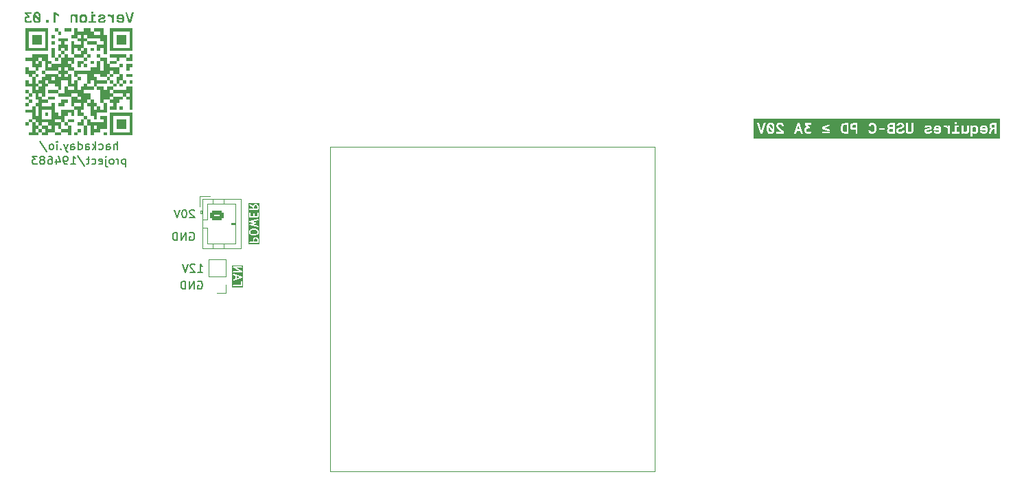
<source format=gbr>
%TF.GenerationSoftware,KiCad,Pcbnew,8.0.7*%
%TF.CreationDate,2025-01-02T06:30:12+11:00*%
%TF.ProjectId,plasma toroid unified,706c6173-6d61-4207-946f-726f69642075,v1.02*%
%TF.SameCoordinates,Original*%
%TF.FileFunction,Legend,Bot*%
%TF.FilePolarity,Positive*%
%FSLAX46Y46*%
G04 Gerber Fmt 4.6, Leading zero omitted, Abs format (unit mm)*
G04 Created by KiCad (PCBNEW 8.0.7) date 2025-01-02 06:30:12*
%MOMM*%
%LPD*%
G01*
G04 APERTURE LIST*
G04 Aperture macros list*
%AMRoundRect*
0 Rectangle with rounded corners*
0 $1 Rounding radius*
0 $2 $3 $4 $5 $6 $7 $8 $9 X,Y pos of 4 corners*
0 Add a 4 corners polygon primitive as box body*
4,1,4,$2,$3,$4,$5,$6,$7,$8,$9,$2,$3,0*
0 Add four circle primitives for the rounded corners*
1,1,$1+$1,$2,$3*
1,1,$1+$1,$4,$5*
1,1,$1+$1,$6,$7*
1,1,$1+$1,$8,$9*
0 Add four rect primitives between the rounded corners*
20,1,$1+$1,$2,$3,$4,$5,0*
20,1,$1+$1,$4,$5,$6,$7,0*
20,1,$1+$1,$6,$7,$8,$9,0*
20,1,$1+$1,$8,$9,$2,$3,0*%
G04 Aperture macros list end*
%ADD10C,0.150000*%
%ADD11C,0.120000*%
%ADD12C,0.000000*%
%ADD13C,0.200000*%
%ADD14C,0.700000*%
%ADD15C,4.100000*%
%ADD16C,2.000000*%
%ADD17R,1.000000X1.000000*%
%ADD18C,2.500000*%
%ADD19C,4.000000*%
%ADD20C,1.800000*%
%ADD21R,1.350000X1.350000*%
%ADD22O,1.350000X1.350000*%
%ADD23RoundRect,0.250000X-0.625000X0.350000X-0.625000X-0.350000X0.625000X-0.350000X0.625000X0.350000X0*%
%ADD24O,1.750000X1.200000*%
%ADD25C,4.200000*%
G04 APERTURE END LIST*
D10*
G36*
X170903225Y-205368007D02*
G01*
X170933632Y-205398414D01*
X170967890Y-205466930D01*
X170967890Y-205755177D01*
X170594081Y-205755177D01*
X170594081Y-205466930D01*
X170628339Y-205398414D01*
X170658746Y-205368007D01*
X170727262Y-205333749D01*
X170834709Y-205333749D01*
X170903225Y-205368007D01*
G37*
G36*
X170861689Y-204326471D02*
G01*
X170933632Y-204398414D01*
X170967890Y-204466930D01*
X170967890Y-204621996D01*
X170933632Y-204690512D01*
X170861689Y-204762454D01*
X170700323Y-204802796D01*
X170385458Y-204802796D01*
X170224091Y-204762454D01*
X170152148Y-204690511D01*
X170117890Y-204621994D01*
X170117890Y-204466931D01*
X170152148Y-204398414D01*
X170224091Y-204326471D01*
X170385458Y-204286130D01*
X170700323Y-204286130D01*
X170861689Y-204326471D01*
G37*
G36*
X170903225Y-201272769D02*
G01*
X170933632Y-201303176D01*
X170967890Y-201371692D01*
X170967890Y-201659939D01*
X170594081Y-201659939D01*
X170594081Y-201371692D01*
X170628339Y-201303176D01*
X170658746Y-201272769D01*
X170727262Y-201238511D01*
X170834709Y-201238511D01*
X170903225Y-201272769D01*
G37*
G36*
X171229001Y-206016288D02*
G01*
X169856779Y-206016288D01*
X169856779Y-205815545D01*
X169969331Y-205815545D01*
X169969331Y-205844809D01*
X169980530Y-205871845D01*
X170001222Y-205892537D01*
X170028258Y-205903736D01*
X170042890Y-205905177D01*
X171042890Y-205905177D01*
X171057522Y-205903736D01*
X171084558Y-205892537D01*
X171105250Y-205871845D01*
X171116449Y-205844809D01*
X171117890Y-205830177D01*
X171117890Y-205449225D01*
X171116449Y-205434593D01*
X171115418Y-205432104D01*
X171115227Y-205429415D01*
X171109972Y-205415684D01*
X171062353Y-205320446D01*
X171058388Y-205314146D01*
X171057631Y-205312319D01*
X171055942Y-205310262D01*
X171054521Y-205308003D01*
X171053022Y-205306703D01*
X171048304Y-205300954D01*
X171000685Y-205253335D01*
X170994935Y-205248616D01*
X170993636Y-205247118D01*
X170991376Y-205245696D01*
X170989320Y-205244008D01*
X170987492Y-205243250D01*
X170981193Y-205239286D01*
X170885955Y-205191667D01*
X170872223Y-205186412D01*
X170869535Y-205186221D01*
X170867046Y-205185190D01*
X170852414Y-205183749D01*
X170709557Y-205183749D01*
X170694925Y-205185190D01*
X170692436Y-205186220D01*
X170689747Y-205186412D01*
X170676016Y-205191667D01*
X170580778Y-205239286D01*
X170574478Y-205243250D01*
X170572651Y-205244008D01*
X170570594Y-205245696D01*
X170568335Y-205247118D01*
X170567035Y-205248616D01*
X170561286Y-205253335D01*
X170513667Y-205300954D01*
X170508948Y-205306703D01*
X170507450Y-205308003D01*
X170506028Y-205310262D01*
X170504340Y-205312319D01*
X170503582Y-205314146D01*
X170499618Y-205320446D01*
X170451999Y-205415684D01*
X170446744Y-205429416D01*
X170446553Y-205432103D01*
X170445522Y-205434593D01*
X170444081Y-205449225D01*
X170444081Y-205755177D01*
X170042890Y-205755177D01*
X170028258Y-205756618D01*
X170001222Y-205767817D01*
X169980530Y-205788509D01*
X169969331Y-205815545D01*
X169856779Y-205815545D01*
X169856779Y-204449225D01*
X169967890Y-204449225D01*
X169967890Y-204639701D01*
X169969331Y-204654333D01*
X169970361Y-204656821D01*
X169970553Y-204659511D01*
X169975808Y-204673243D01*
X170023428Y-204768481D01*
X170027393Y-204774779D01*
X170028150Y-204776607D01*
X170029838Y-204778664D01*
X170031261Y-204780924D01*
X170032759Y-204782223D01*
X170037477Y-204787972D01*
X170132715Y-204883210D01*
X170144080Y-204892538D01*
X170149233Y-204894672D01*
X170153712Y-204897991D01*
X170167558Y-204902938D01*
X170358034Y-204950557D01*
X170360570Y-204950932D01*
X170361592Y-204951355D01*
X170367104Y-204951897D01*
X170372578Y-204952707D01*
X170373670Y-204952544D01*
X170376224Y-204952796D01*
X170709557Y-204952796D01*
X170712110Y-204952544D01*
X170713203Y-204952707D01*
X170718676Y-204951897D01*
X170724189Y-204951355D01*
X170725210Y-204950932D01*
X170727747Y-204950557D01*
X170918223Y-204902938D01*
X170932069Y-204897991D01*
X170936550Y-204894670D01*
X170941701Y-204892537D01*
X170953066Y-204883210D01*
X171048304Y-204787972D01*
X171053024Y-204782221D01*
X171054521Y-204780923D01*
X171055940Y-204778668D01*
X171057632Y-204776607D01*
X171058390Y-204774774D01*
X171062353Y-204768480D01*
X171109972Y-204673242D01*
X171115227Y-204659511D01*
X171115418Y-204656821D01*
X171116449Y-204654333D01*
X171117890Y-204639701D01*
X171117890Y-204449225D01*
X171116449Y-204434593D01*
X171115418Y-204432104D01*
X171115227Y-204429415D01*
X171109972Y-204415684D01*
X171062353Y-204320446D01*
X171058390Y-204314151D01*
X171057632Y-204312319D01*
X171055940Y-204310257D01*
X171054521Y-204308003D01*
X171053024Y-204306704D01*
X171048304Y-204300954D01*
X170953066Y-204205716D01*
X170941701Y-204196389D01*
X170936550Y-204194255D01*
X170932069Y-204190935D01*
X170918223Y-204185988D01*
X170727747Y-204138369D01*
X170725210Y-204137993D01*
X170724189Y-204137571D01*
X170718676Y-204137028D01*
X170713203Y-204136219D01*
X170712110Y-204136381D01*
X170709557Y-204136130D01*
X170376224Y-204136130D01*
X170373670Y-204136381D01*
X170372578Y-204136219D01*
X170367104Y-204137028D01*
X170361592Y-204137571D01*
X170360570Y-204137993D01*
X170358034Y-204138369D01*
X170167558Y-204185988D01*
X170153712Y-204190935D01*
X170149233Y-204194253D01*
X170144080Y-204196388D01*
X170132715Y-204205716D01*
X170037477Y-204300954D01*
X170032759Y-204306702D01*
X170031261Y-204308002D01*
X170029838Y-204310261D01*
X170028150Y-204312319D01*
X170027393Y-204314146D01*
X170023428Y-204320445D01*
X169975808Y-204415683D01*
X169970553Y-204429415D01*
X169970361Y-204432104D01*
X169969331Y-204434593D01*
X169967890Y-204449225D01*
X169856779Y-204449225D01*
X169856779Y-203261553D01*
X169967942Y-203261553D01*
X169970465Y-203272151D01*
X169971899Y-203282942D01*
X169973827Y-203286273D01*
X169974720Y-203290021D01*
X169981106Y-203298845D01*
X169986561Y-203308267D01*
X169989618Y-203310607D01*
X169991877Y-203313728D01*
X170001152Y-203319435D01*
X170009799Y-203326054D01*
X170015198Y-203328079D01*
X170016799Y-203329064D01*
X170018590Y-203329351D01*
X170023565Y-203331217D01*
X170466096Y-203449225D01*
X170023565Y-203567233D01*
X170018590Y-203569098D01*
X170016799Y-203569386D01*
X170015198Y-203570370D01*
X170009799Y-203572396D01*
X170001152Y-203579014D01*
X169991877Y-203584722D01*
X169989618Y-203587842D01*
X169986561Y-203590183D01*
X169981106Y-203599604D01*
X169974720Y-203608429D01*
X169973827Y-203612176D01*
X169971899Y-203615508D01*
X169970465Y-203626298D01*
X169967942Y-203636897D01*
X169968551Y-203640700D01*
X169968045Y-203644516D01*
X169970850Y-203655037D01*
X169972575Y-203665792D01*
X169974592Y-203669071D01*
X169975585Y-203672792D01*
X169982203Y-203681438D01*
X169987911Y-203690714D01*
X169991031Y-203692972D01*
X169993372Y-203696030D01*
X170002793Y-203701484D01*
X170011618Y-203707871D01*
X170017068Y-203709749D01*
X170018697Y-203710692D01*
X170020498Y-203710931D01*
X170025518Y-203712661D01*
X171025519Y-203950756D01*
X171040086Y-203952744D01*
X171068981Y-203948111D01*
X171093903Y-203932775D01*
X171111060Y-203909068D01*
X171117838Y-203880600D01*
X171113205Y-203851705D01*
X171097869Y-203826783D01*
X171074162Y-203809626D01*
X171060262Y-203804836D01*
X170349406Y-203635584D01*
X170776501Y-203521693D01*
X170779928Y-203520407D01*
X170781370Y-203520216D01*
X170783081Y-203519225D01*
X170790268Y-203516530D01*
X170798127Y-203510513D01*
X170806694Y-203505554D01*
X170809647Y-203501696D01*
X170813505Y-203498743D01*
X170818463Y-203490178D01*
X170824482Y-203482316D01*
X170825734Y-203477619D01*
X170828167Y-203473418D01*
X170829470Y-203463609D01*
X170832022Y-203454041D01*
X170831382Y-203449225D01*
X170832022Y-203444409D01*
X170829470Y-203434840D01*
X170828167Y-203425032D01*
X170825734Y-203420830D01*
X170824482Y-203416134D01*
X170818463Y-203408271D01*
X170813505Y-203399707D01*
X170809647Y-203396753D01*
X170806694Y-203392896D01*
X170798127Y-203387936D01*
X170790268Y-203381920D01*
X170783081Y-203379224D01*
X170781370Y-203378234D01*
X170779928Y-203378042D01*
X170776501Y-203376757D01*
X170349406Y-203262865D01*
X171060262Y-203093614D01*
X171074162Y-203088824D01*
X171097869Y-203071667D01*
X171113205Y-203046745D01*
X171117838Y-203017850D01*
X171111060Y-202989382D01*
X171093903Y-202965675D01*
X171068981Y-202950339D01*
X171040086Y-202945706D01*
X171025519Y-202947694D01*
X170025518Y-203185789D01*
X170020498Y-203187518D01*
X170018697Y-203187758D01*
X170017068Y-203188700D01*
X170011618Y-203190579D01*
X170002793Y-203196965D01*
X169993372Y-203202420D01*
X169991031Y-203205477D01*
X169987911Y-203207736D01*
X169982203Y-203217011D01*
X169975585Y-203225658D01*
X169974592Y-203229378D01*
X169972575Y-203232658D01*
X169970850Y-203243412D01*
X169968045Y-203253934D01*
X169968551Y-203257749D01*
X169967942Y-203261553D01*
X169856779Y-203261553D01*
X169856779Y-202163511D01*
X169967890Y-202163511D01*
X169967890Y-202639701D01*
X169969331Y-202654333D01*
X169980530Y-202681369D01*
X170001222Y-202702061D01*
X170028258Y-202713260D01*
X170042890Y-202714701D01*
X171042890Y-202714701D01*
X171057522Y-202713260D01*
X171084558Y-202702061D01*
X171105250Y-202681369D01*
X171116449Y-202654333D01*
X171117890Y-202639701D01*
X171117890Y-202163511D01*
X171116449Y-202148879D01*
X171105250Y-202121843D01*
X171084558Y-202101151D01*
X171057522Y-202089952D01*
X171028258Y-202089952D01*
X171001222Y-202101151D01*
X170980530Y-202121843D01*
X170969331Y-202148879D01*
X170967890Y-202163511D01*
X170967890Y-202564701D01*
X170641700Y-202564701D01*
X170641700Y-202306368D01*
X170640259Y-202291736D01*
X170629060Y-202264700D01*
X170608368Y-202244008D01*
X170581332Y-202232809D01*
X170552068Y-202232809D01*
X170525032Y-202244008D01*
X170504340Y-202264700D01*
X170493141Y-202291736D01*
X170491700Y-202306368D01*
X170491700Y-202564701D01*
X170117890Y-202564701D01*
X170117890Y-202163511D01*
X170116449Y-202148879D01*
X170105250Y-202121843D01*
X170084558Y-202101151D01*
X170057522Y-202089952D01*
X170028258Y-202089952D01*
X170001222Y-202101151D01*
X169980530Y-202121843D01*
X169969331Y-202148879D01*
X169967890Y-202163511D01*
X169856779Y-202163511D01*
X169856779Y-201161886D01*
X169967908Y-201161886D01*
X169972993Y-201190703D01*
X169988720Y-201215382D01*
X169999880Y-201224953D01*
X170444081Y-201535893D01*
X170444081Y-201659939D01*
X170042890Y-201659939D01*
X170028258Y-201661380D01*
X170001222Y-201672579D01*
X169980530Y-201693271D01*
X169969331Y-201720307D01*
X169969331Y-201749571D01*
X169980530Y-201776607D01*
X170001222Y-201797299D01*
X170028258Y-201808498D01*
X170042890Y-201809939D01*
X171042890Y-201809939D01*
X171057522Y-201808498D01*
X171084558Y-201797299D01*
X171105250Y-201776607D01*
X171116449Y-201749571D01*
X171117890Y-201734939D01*
X171117890Y-201353987D01*
X171116449Y-201339355D01*
X171115418Y-201336866D01*
X171115227Y-201334177D01*
X171109972Y-201320446D01*
X171062353Y-201225208D01*
X171058388Y-201218908D01*
X171057631Y-201217081D01*
X171055942Y-201215024D01*
X171054521Y-201212765D01*
X171053022Y-201211465D01*
X171048304Y-201205716D01*
X171000685Y-201158097D01*
X170994935Y-201153378D01*
X170993636Y-201151880D01*
X170991376Y-201150458D01*
X170989320Y-201148770D01*
X170987492Y-201148012D01*
X170981193Y-201144048D01*
X170885955Y-201096429D01*
X170872223Y-201091174D01*
X170869535Y-201090983D01*
X170867046Y-201089952D01*
X170852414Y-201088511D01*
X170709557Y-201088511D01*
X170694925Y-201089952D01*
X170692436Y-201090982D01*
X170689747Y-201091174D01*
X170676016Y-201096429D01*
X170580778Y-201144048D01*
X170574478Y-201148012D01*
X170572651Y-201148770D01*
X170570594Y-201150458D01*
X170568335Y-201151880D01*
X170567035Y-201153378D01*
X170561286Y-201158097D01*
X170513667Y-201205716D01*
X170508948Y-201211465D01*
X170507450Y-201212765D01*
X170506028Y-201215024D01*
X170504340Y-201217081D01*
X170503582Y-201218908D01*
X170499618Y-201225208D01*
X170451999Y-201320446D01*
X170446744Y-201334178D01*
X170446553Y-201336865D01*
X170445522Y-201339355D01*
X170444190Y-201352872D01*
X170085900Y-201102069D01*
X170073086Y-201094858D01*
X170044515Y-201088529D01*
X170015698Y-201093614D01*
X169991019Y-201109341D01*
X169974237Y-201133315D01*
X169967908Y-201161886D01*
X169856779Y-201161886D01*
X169856779Y-200977400D01*
X171229001Y-200977400D01*
X171229001Y-206016288D01*
G37*
X163208549Y-201885711D02*
X163160930Y-201838092D01*
X163160930Y-201838092D02*
X163065692Y-201790473D01*
X163065692Y-201790473D02*
X162827597Y-201790473D01*
X162827597Y-201790473D02*
X162732359Y-201838092D01*
X162732359Y-201838092D02*
X162684740Y-201885711D01*
X162684740Y-201885711D02*
X162637121Y-201980949D01*
X162637121Y-201980949D02*
X162637121Y-202076187D01*
X162637121Y-202076187D02*
X162684740Y-202219044D01*
X162684740Y-202219044D02*
X163256168Y-202790473D01*
X163256168Y-202790473D02*
X162637121Y-202790473D01*
X162018073Y-201790473D02*
X161922835Y-201790473D01*
X161922835Y-201790473D02*
X161827597Y-201838092D01*
X161827597Y-201838092D02*
X161779978Y-201885711D01*
X161779978Y-201885711D02*
X161732359Y-201980949D01*
X161732359Y-201980949D02*
X161684740Y-202171425D01*
X161684740Y-202171425D02*
X161684740Y-202409520D01*
X161684740Y-202409520D02*
X161732359Y-202599996D01*
X161732359Y-202599996D02*
X161779978Y-202695234D01*
X161779978Y-202695234D02*
X161827597Y-202742854D01*
X161827597Y-202742854D02*
X161922835Y-202790473D01*
X161922835Y-202790473D02*
X162018073Y-202790473D01*
X162018073Y-202790473D02*
X162113311Y-202742854D01*
X162113311Y-202742854D02*
X162160930Y-202695234D01*
X162160930Y-202695234D02*
X162208549Y-202599996D01*
X162208549Y-202599996D02*
X162256168Y-202409520D01*
X162256168Y-202409520D02*
X162256168Y-202171425D01*
X162256168Y-202171425D02*
X162208549Y-201980949D01*
X162208549Y-201980949D02*
X162160930Y-201885711D01*
X162160930Y-201885711D02*
X162113311Y-201838092D01*
X162113311Y-201838092D02*
X162018073Y-201790473D01*
X161399025Y-201790473D02*
X161065692Y-202790473D01*
X161065692Y-202790473D02*
X160732359Y-201790473D01*
X162637121Y-204638092D02*
X162732359Y-204590473D01*
X162732359Y-204590473D02*
X162875216Y-204590473D01*
X162875216Y-204590473D02*
X163018073Y-204638092D01*
X163018073Y-204638092D02*
X163113311Y-204733330D01*
X163113311Y-204733330D02*
X163160930Y-204828568D01*
X163160930Y-204828568D02*
X163208549Y-205019044D01*
X163208549Y-205019044D02*
X163208549Y-205161901D01*
X163208549Y-205161901D02*
X163160930Y-205352377D01*
X163160930Y-205352377D02*
X163113311Y-205447615D01*
X163113311Y-205447615D02*
X163018073Y-205542854D01*
X163018073Y-205542854D02*
X162875216Y-205590473D01*
X162875216Y-205590473D02*
X162779978Y-205590473D01*
X162779978Y-205590473D02*
X162637121Y-205542854D01*
X162637121Y-205542854D02*
X162589502Y-205495234D01*
X162589502Y-205495234D02*
X162589502Y-205161901D01*
X162589502Y-205161901D02*
X162779978Y-205161901D01*
X162160930Y-205590473D02*
X162160930Y-204590473D01*
X162160930Y-204590473D02*
X161589502Y-205590473D01*
X161589502Y-205590473D02*
X161589502Y-204590473D01*
X161113311Y-205590473D02*
X161113311Y-204590473D01*
X161113311Y-204590473D02*
X160875216Y-204590473D01*
X160875216Y-204590473D02*
X160732359Y-204638092D01*
X160732359Y-204638092D02*
X160637121Y-204733330D01*
X160637121Y-204733330D02*
X160589502Y-204828568D01*
X160589502Y-204828568D02*
X160541883Y-205019044D01*
X160541883Y-205019044D02*
X160541883Y-205161901D01*
X160541883Y-205161901D02*
X160589502Y-205352377D01*
X160589502Y-205352377D02*
X160637121Y-205447615D01*
X160637121Y-205447615D02*
X160732359Y-205542854D01*
X160732359Y-205542854D02*
X160875216Y-205590473D01*
X160875216Y-205590473D02*
X161113311Y-205590473D01*
G36*
X168805719Y-210115891D02*
G01*
X168403605Y-210249929D01*
X168403605Y-209981852D01*
X168805719Y-210115891D01*
G37*
G36*
X169229001Y-211349621D02*
G01*
X167856962Y-211349621D01*
X167856962Y-211148878D01*
X167969331Y-211148878D01*
X167969331Y-211178142D01*
X167980530Y-211205178D01*
X168001222Y-211225870D01*
X168028258Y-211237069D01*
X168042890Y-211238510D01*
X169042890Y-211238510D01*
X169057522Y-211237069D01*
X169084558Y-211225870D01*
X169105250Y-211205178D01*
X169116449Y-211178142D01*
X169117890Y-211163510D01*
X169117890Y-210687320D01*
X169116449Y-210672688D01*
X169105250Y-210645652D01*
X169084558Y-210624960D01*
X169057522Y-210613761D01*
X169028258Y-210613761D01*
X169001222Y-210624960D01*
X168980530Y-210645652D01*
X168969331Y-210672688D01*
X168967890Y-210687320D01*
X168967890Y-211088510D01*
X168641700Y-211088510D01*
X168641700Y-210830177D01*
X168640259Y-210815545D01*
X168629060Y-210788509D01*
X168608368Y-210767817D01*
X168581332Y-210756618D01*
X168552068Y-210756618D01*
X168525032Y-210767817D01*
X168504340Y-210788509D01*
X168493141Y-210815545D01*
X168491700Y-210830177D01*
X168491700Y-211088510D01*
X168042890Y-211088510D01*
X168028258Y-211089951D01*
X168001222Y-211101150D01*
X167980530Y-211121842D01*
X167969331Y-211148878D01*
X167856962Y-211148878D01*
X167856962Y-209773178D01*
X167968479Y-209773178D01*
X167970554Y-209802368D01*
X167983640Y-209828541D01*
X168005747Y-209847715D01*
X168019173Y-209853709D01*
X168253605Y-209931852D01*
X168253605Y-210299929D01*
X168019173Y-210378073D01*
X168005747Y-210384067D01*
X167983640Y-210403241D01*
X167970554Y-210429414D01*
X167968479Y-210458604D01*
X167977733Y-210486367D01*
X167996907Y-210508474D01*
X168023080Y-210521560D01*
X168052270Y-210523635D01*
X168066607Y-210520375D01*
X169066607Y-210187042D01*
X169080032Y-210181048D01*
X169084079Y-210177537D01*
X169088873Y-210175141D01*
X169095037Y-210168033D01*
X169102139Y-210161874D01*
X169104534Y-210157082D01*
X169108047Y-210153033D01*
X169111021Y-210144110D01*
X169115226Y-210135701D01*
X169115605Y-210130356D01*
X169117301Y-210125271D01*
X169116634Y-210115891D01*
X169117301Y-210106511D01*
X169115605Y-210101425D01*
X169115226Y-210096081D01*
X169111021Y-210087671D01*
X169108047Y-210078749D01*
X169104534Y-210074699D01*
X169102139Y-210069908D01*
X169095037Y-210063748D01*
X169088873Y-210056641D01*
X169084079Y-210054244D01*
X169080032Y-210050734D01*
X169066607Y-210044740D01*
X168066607Y-209711407D01*
X168052270Y-209708147D01*
X168023080Y-209710222D01*
X167996907Y-209723308D01*
X167977733Y-209745415D01*
X167968479Y-209773178D01*
X167856962Y-209773178D01*
X167856962Y-208883035D01*
X167968073Y-208883035D01*
X167969331Y-208887647D01*
X167969331Y-208892428D01*
X167973148Y-208901643D01*
X167975773Y-208911267D01*
X167978700Y-208915047D01*
X167980530Y-208919464D01*
X167987580Y-208926514D01*
X167993690Y-208934404D01*
X167999822Y-208938756D01*
X168001222Y-208940156D01*
X168002596Y-208940725D01*
X168005680Y-208942914D01*
X168760473Y-209374224D01*
X168042890Y-209374224D01*
X168028258Y-209375665D01*
X168001222Y-209386864D01*
X167980530Y-209407556D01*
X167969331Y-209434592D01*
X167969331Y-209463856D01*
X167980530Y-209490892D01*
X168001222Y-209511584D01*
X168028258Y-209522783D01*
X168042890Y-209524224D01*
X169042890Y-209524224D01*
X169046653Y-209523853D01*
X169048129Y-209524041D01*
X169050039Y-209523519D01*
X169057522Y-209522783D01*
X169066737Y-209518965D01*
X169076361Y-209516341D01*
X169080141Y-209513413D01*
X169084558Y-209511584D01*
X169091608Y-209504533D01*
X169099498Y-209498424D01*
X169101871Y-209494270D01*
X169105250Y-209490892D01*
X169109066Y-209481679D01*
X169114017Y-209473015D01*
X169114619Y-209468271D01*
X169116449Y-209463856D01*
X169116449Y-209453881D01*
X169117707Y-209443985D01*
X169116449Y-209439372D01*
X169116449Y-209434592D01*
X169112631Y-209425375D01*
X169110007Y-209415754D01*
X169107080Y-209411974D01*
X169105250Y-209407556D01*
X169098198Y-209400504D01*
X169092090Y-209392616D01*
X169085955Y-209388261D01*
X169084558Y-209386864D01*
X169083185Y-209386295D01*
X169080101Y-209384106D01*
X168325307Y-208952796D01*
X169042890Y-208952796D01*
X169057522Y-208951355D01*
X169084558Y-208940156D01*
X169105250Y-208919464D01*
X169116449Y-208892428D01*
X169116449Y-208863164D01*
X169105250Y-208836128D01*
X169084558Y-208815436D01*
X169057522Y-208804237D01*
X169042890Y-208802796D01*
X168042890Y-208802796D01*
X168039126Y-208803166D01*
X168037651Y-208802979D01*
X168035740Y-208803500D01*
X168028258Y-208804237D01*
X168019042Y-208808054D01*
X168009419Y-208810679D01*
X168005638Y-208813606D01*
X168001222Y-208815436D01*
X167994171Y-208822486D01*
X167986282Y-208828596D01*
X167983908Y-208832749D01*
X167980530Y-208836128D01*
X167976713Y-208845340D01*
X167971763Y-208854005D01*
X167971160Y-208858748D01*
X167969331Y-208863164D01*
X167969331Y-208873138D01*
X167968073Y-208883035D01*
X167856962Y-208883035D01*
X167856962Y-208691685D01*
X169229001Y-208691685D01*
X169229001Y-211349621D01*
G37*
X163637121Y-209490473D02*
X164208549Y-209490473D01*
X163922835Y-209490473D02*
X163922835Y-208490473D01*
X163922835Y-208490473D02*
X164018073Y-208633330D01*
X164018073Y-208633330D02*
X164113311Y-208728568D01*
X164113311Y-208728568D02*
X164208549Y-208776187D01*
X163256168Y-208585711D02*
X163208549Y-208538092D01*
X163208549Y-208538092D02*
X163113311Y-208490473D01*
X163113311Y-208490473D02*
X162875216Y-208490473D01*
X162875216Y-208490473D02*
X162779978Y-208538092D01*
X162779978Y-208538092D02*
X162732359Y-208585711D01*
X162732359Y-208585711D02*
X162684740Y-208680949D01*
X162684740Y-208680949D02*
X162684740Y-208776187D01*
X162684740Y-208776187D02*
X162732359Y-208919044D01*
X162732359Y-208919044D02*
X163303787Y-209490473D01*
X163303787Y-209490473D02*
X162684740Y-209490473D01*
X162399025Y-208490473D02*
X162065692Y-209490473D01*
X162065692Y-209490473D02*
X161732359Y-208490473D01*
X163637121Y-210638092D02*
X163732359Y-210590473D01*
X163732359Y-210590473D02*
X163875216Y-210590473D01*
X163875216Y-210590473D02*
X164018073Y-210638092D01*
X164018073Y-210638092D02*
X164113311Y-210733330D01*
X164113311Y-210733330D02*
X164160930Y-210828568D01*
X164160930Y-210828568D02*
X164208549Y-211019044D01*
X164208549Y-211019044D02*
X164208549Y-211161901D01*
X164208549Y-211161901D02*
X164160930Y-211352377D01*
X164160930Y-211352377D02*
X164113311Y-211447615D01*
X164113311Y-211447615D02*
X164018073Y-211542854D01*
X164018073Y-211542854D02*
X163875216Y-211590473D01*
X163875216Y-211590473D02*
X163779978Y-211590473D01*
X163779978Y-211590473D02*
X163637121Y-211542854D01*
X163637121Y-211542854D02*
X163589502Y-211495234D01*
X163589502Y-211495234D02*
X163589502Y-211161901D01*
X163589502Y-211161901D02*
X163779978Y-211161901D01*
X163160930Y-211590473D02*
X163160930Y-210590473D01*
X163160930Y-210590473D02*
X162589502Y-211590473D01*
X162589502Y-211590473D02*
X162589502Y-210590473D01*
X162113311Y-211590473D02*
X162113311Y-210590473D01*
X162113311Y-210590473D02*
X161875216Y-210590473D01*
X161875216Y-210590473D02*
X161732359Y-210638092D01*
X161732359Y-210638092D02*
X161637121Y-210733330D01*
X161637121Y-210733330D02*
X161589502Y-210828568D01*
X161589502Y-210828568D02*
X161541883Y-211019044D01*
X161541883Y-211019044D02*
X161541883Y-211161901D01*
X161541883Y-211161901D02*
X161589502Y-211352377D01*
X161589502Y-211352377D02*
X161637121Y-211447615D01*
X161637121Y-211447615D02*
X161732359Y-211542854D01*
X161732359Y-211542854D02*
X161875216Y-211590473D01*
X161875216Y-211590473D02*
X162113311Y-211590473D01*
X153688185Y-194375473D02*
X153688185Y-193375473D01*
X153259614Y-194375473D02*
X153259614Y-193851663D01*
X153259614Y-193851663D02*
X153307233Y-193756425D01*
X153307233Y-193756425D02*
X153402471Y-193708806D01*
X153402471Y-193708806D02*
X153545328Y-193708806D01*
X153545328Y-193708806D02*
X153640566Y-193756425D01*
X153640566Y-193756425D02*
X153688185Y-193804044D01*
X152354852Y-194375473D02*
X152354852Y-193851663D01*
X152354852Y-193851663D02*
X152402471Y-193756425D01*
X152402471Y-193756425D02*
X152497709Y-193708806D01*
X152497709Y-193708806D02*
X152688185Y-193708806D01*
X152688185Y-193708806D02*
X152783423Y-193756425D01*
X152354852Y-194327854D02*
X152450090Y-194375473D01*
X152450090Y-194375473D02*
X152688185Y-194375473D01*
X152688185Y-194375473D02*
X152783423Y-194327854D01*
X152783423Y-194327854D02*
X152831042Y-194232615D01*
X152831042Y-194232615D02*
X152831042Y-194137377D01*
X152831042Y-194137377D02*
X152783423Y-194042139D01*
X152783423Y-194042139D02*
X152688185Y-193994520D01*
X152688185Y-193994520D02*
X152450090Y-193994520D01*
X152450090Y-193994520D02*
X152354852Y-193946901D01*
X151450090Y-194327854D02*
X151545328Y-194375473D01*
X151545328Y-194375473D02*
X151735804Y-194375473D01*
X151735804Y-194375473D02*
X151831042Y-194327854D01*
X151831042Y-194327854D02*
X151878661Y-194280234D01*
X151878661Y-194280234D02*
X151926280Y-194184996D01*
X151926280Y-194184996D02*
X151926280Y-193899282D01*
X151926280Y-193899282D02*
X151878661Y-193804044D01*
X151878661Y-193804044D02*
X151831042Y-193756425D01*
X151831042Y-193756425D02*
X151735804Y-193708806D01*
X151735804Y-193708806D02*
X151545328Y-193708806D01*
X151545328Y-193708806D02*
X151450090Y-193756425D01*
X151021518Y-194375473D02*
X151021518Y-193375473D01*
X150926280Y-193994520D02*
X150640566Y-194375473D01*
X150640566Y-193708806D02*
X151021518Y-194089758D01*
X149783423Y-194375473D02*
X149783423Y-193851663D01*
X149783423Y-193851663D02*
X149831042Y-193756425D01*
X149831042Y-193756425D02*
X149926280Y-193708806D01*
X149926280Y-193708806D02*
X150116756Y-193708806D01*
X150116756Y-193708806D02*
X150211994Y-193756425D01*
X149783423Y-194327854D02*
X149878661Y-194375473D01*
X149878661Y-194375473D02*
X150116756Y-194375473D01*
X150116756Y-194375473D02*
X150211994Y-194327854D01*
X150211994Y-194327854D02*
X150259613Y-194232615D01*
X150259613Y-194232615D02*
X150259613Y-194137377D01*
X150259613Y-194137377D02*
X150211994Y-194042139D01*
X150211994Y-194042139D02*
X150116756Y-193994520D01*
X150116756Y-193994520D02*
X149878661Y-193994520D01*
X149878661Y-193994520D02*
X149783423Y-193946901D01*
X148878661Y-194375473D02*
X148878661Y-193375473D01*
X148878661Y-194327854D02*
X148973899Y-194375473D01*
X148973899Y-194375473D02*
X149164375Y-194375473D01*
X149164375Y-194375473D02*
X149259613Y-194327854D01*
X149259613Y-194327854D02*
X149307232Y-194280234D01*
X149307232Y-194280234D02*
X149354851Y-194184996D01*
X149354851Y-194184996D02*
X149354851Y-193899282D01*
X149354851Y-193899282D02*
X149307232Y-193804044D01*
X149307232Y-193804044D02*
X149259613Y-193756425D01*
X149259613Y-193756425D02*
X149164375Y-193708806D01*
X149164375Y-193708806D02*
X148973899Y-193708806D01*
X148973899Y-193708806D02*
X148878661Y-193756425D01*
X147973899Y-194375473D02*
X147973899Y-193851663D01*
X147973899Y-193851663D02*
X148021518Y-193756425D01*
X148021518Y-193756425D02*
X148116756Y-193708806D01*
X148116756Y-193708806D02*
X148307232Y-193708806D01*
X148307232Y-193708806D02*
X148402470Y-193756425D01*
X147973899Y-194327854D02*
X148069137Y-194375473D01*
X148069137Y-194375473D02*
X148307232Y-194375473D01*
X148307232Y-194375473D02*
X148402470Y-194327854D01*
X148402470Y-194327854D02*
X148450089Y-194232615D01*
X148450089Y-194232615D02*
X148450089Y-194137377D01*
X148450089Y-194137377D02*
X148402470Y-194042139D01*
X148402470Y-194042139D02*
X148307232Y-193994520D01*
X148307232Y-193994520D02*
X148069137Y-193994520D01*
X148069137Y-193994520D02*
X147973899Y-193946901D01*
X147592946Y-193708806D02*
X147354851Y-194375473D01*
X147116756Y-193708806D02*
X147354851Y-194375473D01*
X147354851Y-194375473D02*
X147450089Y-194613568D01*
X147450089Y-194613568D02*
X147497708Y-194661187D01*
X147497708Y-194661187D02*
X147592946Y-194708806D01*
X146735803Y-194280234D02*
X146688184Y-194327854D01*
X146688184Y-194327854D02*
X146735803Y-194375473D01*
X146735803Y-194375473D02*
X146783422Y-194327854D01*
X146783422Y-194327854D02*
X146735803Y-194280234D01*
X146735803Y-194280234D02*
X146735803Y-194375473D01*
X146259613Y-194375473D02*
X146259613Y-193708806D01*
X146259613Y-193375473D02*
X146307232Y-193423092D01*
X146307232Y-193423092D02*
X146259613Y-193470711D01*
X146259613Y-193470711D02*
X146211994Y-193423092D01*
X146211994Y-193423092D02*
X146259613Y-193375473D01*
X146259613Y-193375473D02*
X146259613Y-193470711D01*
X145640566Y-194375473D02*
X145735804Y-194327854D01*
X145735804Y-194327854D02*
X145783423Y-194280234D01*
X145783423Y-194280234D02*
X145831042Y-194184996D01*
X145831042Y-194184996D02*
X145831042Y-193899282D01*
X145831042Y-193899282D02*
X145783423Y-193804044D01*
X145783423Y-193804044D02*
X145735804Y-193756425D01*
X145735804Y-193756425D02*
X145640566Y-193708806D01*
X145640566Y-193708806D02*
X145497709Y-193708806D01*
X145497709Y-193708806D02*
X145402471Y-193756425D01*
X145402471Y-193756425D02*
X145354852Y-193804044D01*
X145354852Y-193804044D02*
X145307233Y-193899282D01*
X145307233Y-193899282D02*
X145307233Y-194184996D01*
X145307233Y-194184996D02*
X145354852Y-194280234D01*
X145354852Y-194280234D02*
X145402471Y-194327854D01*
X145402471Y-194327854D02*
X145497709Y-194375473D01*
X145497709Y-194375473D02*
X145640566Y-194375473D01*
X144164376Y-193327854D02*
X145021518Y-194613568D01*
X154735805Y-195523806D02*
X154735805Y-196523806D01*
X154735805Y-195571425D02*
X154640567Y-195523806D01*
X154640567Y-195523806D02*
X154450091Y-195523806D01*
X154450091Y-195523806D02*
X154354853Y-195571425D01*
X154354853Y-195571425D02*
X154307234Y-195619044D01*
X154307234Y-195619044D02*
X154259615Y-195714282D01*
X154259615Y-195714282D02*
X154259615Y-195999996D01*
X154259615Y-195999996D02*
X154307234Y-196095234D01*
X154307234Y-196095234D02*
X154354853Y-196142854D01*
X154354853Y-196142854D02*
X154450091Y-196190473D01*
X154450091Y-196190473D02*
X154640567Y-196190473D01*
X154640567Y-196190473D02*
X154735805Y-196142854D01*
X153831043Y-196190473D02*
X153831043Y-195523806D01*
X153831043Y-195714282D02*
X153783424Y-195619044D01*
X153783424Y-195619044D02*
X153735805Y-195571425D01*
X153735805Y-195571425D02*
X153640567Y-195523806D01*
X153640567Y-195523806D02*
X153545329Y-195523806D01*
X153069138Y-196190473D02*
X153164376Y-196142854D01*
X153164376Y-196142854D02*
X153211995Y-196095234D01*
X153211995Y-196095234D02*
X153259614Y-195999996D01*
X153259614Y-195999996D02*
X153259614Y-195714282D01*
X153259614Y-195714282D02*
X153211995Y-195619044D01*
X153211995Y-195619044D02*
X153164376Y-195571425D01*
X153164376Y-195571425D02*
X153069138Y-195523806D01*
X153069138Y-195523806D02*
X152926281Y-195523806D01*
X152926281Y-195523806D02*
X152831043Y-195571425D01*
X152831043Y-195571425D02*
X152783424Y-195619044D01*
X152783424Y-195619044D02*
X152735805Y-195714282D01*
X152735805Y-195714282D02*
X152735805Y-195999996D01*
X152735805Y-195999996D02*
X152783424Y-196095234D01*
X152783424Y-196095234D02*
X152831043Y-196142854D01*
X152831043Y-196142854D02*
X152926281Y-196190473D01*
X152926281Y-196190473D02*
X153069138Y-196190473D01*
X152307233Y-195523806D02*
X152307233Y-196380949D01*
X152307233Y-196380949D02*
X152354852Y-196476187D01*
X152354852Y-196476187D02*
X152450090Y-196523806D01*
X152450090Y-196523806D02*
X152497709Y-196523806D01*
X152307233Y-195190473D02*
X152354852Y-195238092D01*
X152354852Y-195238092D02*
X152307233Y-195285711D01*
X152307233Y-195285711D02*
X152259614Y-195238092D01*
X152259614Y-195238092D02*
X152307233Y-195190473D01*
X152307233Y-195190473D02*
X152307233Y-195285711D01*
X151450091Y-196142854D02*
X151545329Y-196190473D01*
X151545329Y-196190473D02*
X151735805Y-196190473D01*
X151735805Y-196190473D02*
X151831043Y-196142854D01*
X151831043Y-196142854D02*
X151878662Y-196047615D01*
X151878662Y-196047615D02*
X151878662Y-195666663D01*
X151878662Y-195666663D02*
X151831043Y-195571425D01*
X151831043Y-195571425D02*
X151735805Y-195523806D01*
X151735805Y-195523806D02*
X151545329Y-195523806D01*
X151545329Y-195523806D02*
X151450091Y-195571425D01*
X151450091Y-195571425D02*
X151402472Y-195666663D01*
X151402472Y-195666663D02*
X151402472Y-195761901D01*
X151402472Y-195761901D02*
X151878662Y-195857139D01*
X150545329Y-196142854D02*
X150640567Y-196190473D01*
X150640567Y-196190473D02*
X150831043Y-196190473D01*
X150831043Y-196190473D02*
X150926281Y-196142854D01*
X150926281Y-196142854D02*
X150973900Y-196095234D01*
X150973900Y-196095234D02*
X151021519Y-195999996D01*
X151021519Y-195999996D02*
X151021519Y-195714282D01*
X151021519Y-195714282D02*
X150973900Y-195619044D01*
X150973900Y-195619044D02*
X150926281Y-195571425D01*
X150926281Y-195571425D02*
X150831043Y-195523806D01*
X150831043Y-195523806D02*
X150640567Y-195523806D01*
X150640567Y-195523806D02*
X150545329Y-195571425D01*
X150259614Y-195523806D02*
X149878662Y-195523806D01*
X150116757Y-195190473D02*
X150116757Y-196047615D01*
X150116757Y-196047615D02*
X150069138Y-196142854D01*
X150069138Y-196142854D02*
X149973900Y-196190473D01*
X149973900Y-196190473D02*
X149878662Y-196190473D01*
X148831043Y-195142854D02*
X149688185Y-196428568D01*
X147973900Y-196190473D02*
X148545328Y-196190473D01*
X148259614Y-196190473D02*
X148259614Y-195190473D01*
X148259614Y-195190473D02*
X148354852Y-195333330D01*
X148354852Y-195333330D02*
X148450090Y-195428568D01*
X148450090Y-195428568D02*
X148545328Y-195476187D01*
X147497709Y-196190473D02*
X147307233Y-196190473D01*
X147307233Y-196190473D02*
X147211995Y-196142854D01*
X147211995Y-196142854D02*
X147164376Y-196095234D01*
X147164376Y-196095234D02*
X147069138Y-195952377D01*
X147069138Y-195952377D02*
X147021519Y-195761901D01*
X147021519Y-195761901D02*
X147021519Y-195380949D01*
X147021519Y-195380949D02*
X147069138Y-195285711D01*
X147069138Y-195285711D02*
X147116757Y-195238092D01*
X147116757Y-195238092D02*
X147211995Y-195190473D01*
X147211995Y-195190473D02*
X147402471Y-195190473D01*
X147402471Y-195190473D02*
X147497709Y-195238092D01*
X147497709Y-195238092D02*
X147545328Y-195285711D01*
X147545328Y-195285711D02*
X147592947Y-195380949D01*
X147592947Y-195380949D02*
X147592947Y-195619044D01*
X147592947Y-195619044D02*
X147545328Y-195714282D01*
X147545328Y-195714282D02*
X147497709Y-195761901D01*
X147497709Y-195761901D02*
X147402471Y-195809520D01*
X147402471Y-195809520D02*
X147211995Y-195809520D01*
X147211995Y-195809520D02*
X147116757Y-195761901D01*
X147116757Y-195761901D02*
X147069138Y-195714282D01*
X147069138Y-195714282D02*
X147021519Y-195619044D01*
X146164376Y-195523806D02*
X146164376Y-196190473D01*
X146402471Y-195142854D02*
X146640566Y-195857139D01*
X146640566Y-195857139D02*
X146021519Y-195857139D01*
X145211995Y-195190473D02*
X145402471Y-195190473D01*
X145402471Y-195190473D02*
X145497709Y-195238092D01*
X145497709Y-195238092D02*
X145545328Y-195285711D01*
X145545328Y-195285711D02*
X145640566Y-195428568D01*
X145640566Y-195428568D02*
X145688185Y-195619044D01*
X145688185Y-195619044D02*
X145688185Y-195999996D01*
X145688185Y-195999996D02*
X145640566Y-196095234D01*
X145640566Y-196095234D02*
X145592947Y-196142854D01*
X145592947Y-196142854D02*
X145497709Y-196190473D01*
X145497709Y-196190473D02*
X145307233Y-196190473D01*
X145307233Y-196190473D02*
X145211995Y-196142854D01*
X145211995Y-196142854D02*
X145164376Y-196095234D01*
X145164376Y-196095234D02*
X145116757Y-195999996D01*
X145116757Y-195999996D02*
X145116757Y-195761901D01*
X145116757Y-195761901D02*
X145164376Y-195666663D01*
X145164376Y-195666663D02*
X145211995Y-195619044D01*
X145211995Y-195619044D02*
X145307233Y-195571425D01*
X145307233Y-195571425D02*
X145497709Y-195571425D01*
X145497709Y-195571425D02*
X145592947Y-195619044D01*
X145592947Y-195619044D02*
X145640566Y-195666663D01*
X145640566Y-195666663D02*
X145688185Y-195761901D01*
X144545328Y-195619044D02*
X144640566Y-195571425D01*
X144640566Y-195571425D02*
X144688185Y-195523806D01*
X144688185Y-195523806D02*
X144735804Y-195428568D01*
X144735804Y-195428568D02*
X144735804Y-195380949D01*
X144735804Y-195380949D02*
X144688185Y-195285711D01*
X144688185Y-195285711D02*
X144640566Y-195238092D01*
X144640566Y-195238092D02*
X144545328Y-195190473D01*
X144545328Y-195190473D02*
X144354852Y-195190473D01*
X144354852Y-195190473D02*
X144259614Y-195238092D01*
X144259614Y-195238092D02*
X144211995Y-195285711D01*
X144211995Y-195285711D02*
X144164376Y-195380949D01*
X144164376Y-195380949D02*
X144164376Y-195428568D01*
X144164376Y-195428568D02*
X144211995Y-195523806D01*
X144211995Y-195523806D02*
X144259614Y-195571425D01*
X144259614Y-195571425D02*
X144354852Y-195619044D01*
X144354852Y-195619044D02*
X144545328Y-195619044D01*
X144545328Y-195619044D02*
X144640566Y-195666663D01*
X144640566Y-195666663D02*
X144688185Y-195714282D01*
X144688185Y-195714282D02*
X144735804Y-195809520D01*
X144735804Y-195809520D02*
X144735804Y-195999996D01*
X144735804Y-195999996D02*
X144688185Y-196095234D01*
X144688185Y-196095234D02*
X144640566Y-196142854D01*
X144640566Y-196142854D02*
X144545328Y-196190473D01*
X144545328Y-196190473D02*
X144354852Y-196190473D01*
X144354852Y-196190473D02*
X144259614Y-196142854D01*
X144259614Y-196142854D02*
X144211995Y-196095234D01*
X144211995Y-196095234D02*
X144164376Y-195999996D01*
X144164376Y-195999996D02*
X144164376Y-195809520D01*
X144164376Y-195809520D02*
X144211995Y-195714282D01*
X144211995Y-195714282D02*
X144259614Y-195666663D01*
X144259614Y-195666663D02*
X144354852Y-195619044D01*
X143831042Y-195190473D02*
X143211995Y-195190473D01*
X143211995Y-195190473D02*
X143545328Y-195571425D01*
X143545328Y-195571425D02*
X143402471Y-195571425D01*
X143402471Y-195571425D02*
X143307233Y-195619044D01*
X143307233Y-195619044D02*
X143259614Y-195666663D01*
X143259614Y-195666663D02*
X143211995Y-195761901D01*
X143211995Y-195761901D02*
X143211995Y-195999996D01*
X143211995Y-195999996D02*
X143259614Y-196095234D01*
X143259614Y-196095234D02*
X143307233Y-196142854D01*
X143307233Y-196142854D02*
X143402471Y-196190473D01*
X143402471Y-196190473D02*
X143688185Y-196190473D01*
X143688185Y-196190473D02*
X143783423Y-196142854D01*
X143783423Y-196142854D02*
X143831042Y-196095234D01*
D11*
%TO.C,J2*%
X164937710Y-207960654D02*
X167057710Y-207960654D01*
X164937710Y-210020654D02*
X164937710Y-207960654D01*
X164937710Y-210020654D02*
X167057710Y-210020654D01*
X165997710Y-212080654D02*
X167057710Y-212080654D01*
X167057710Y-210020654D02*
X167057710Y-207960654D01*
X167057710Y-212080654D02*
X167057710Y-211020654D01*
D12*
%TO.C,kibuzzard-6637F496*%
G36*
X237878425Y-191874312D02*
G01*
X237581245Y-191874312D01*
X237727930Y-191329482D01*
X237731740Y-191329482D01*
X237878425Y-191874312D01*
G37*
G36*
X254996755Y-191583799D02*
G01*
X255063430Y-191646664D01*
X255095815Y-191773347D01*
X254648140Y-191773347D01*
X254675762Y-191646664D01*
X254743390Y-191583799D01*
X254872930Y-191565702D01*
X254996755Y-191583799D01*
G37*
G36*
X260711755Y-191583799D02*
G01*
X260778430Y-191646664D01*
X260810815Y-191773347D01*
X260363140Y-191773347D01*
X260390762Y-191646664D01*
X260458390Y-191583799D01*
X260587930Y-191565702D01*
X260711755Y-191583799D01*
G37*
G36*
X234487525Y-192137202D02*
G01*
X234430375Y-192189589D01*
X234302740Y-192203877D01*
X234177010Y-192189589D01*
X234121765Y-192144822D01*
X234091285Y-192041952D01*
X234071283Y-191904792D01*
X234064615Y-191733342D01*
X234068425Y-191607612D01*
X234487525Y-192137202D01*
G37*
G36*
X249363670Y-191615232D02*
G01*
X249096970Y-191615232D01*
X248985527Y-191579989D01*
X248956000Y-191460927D01*
X248995052Y-191340912D01*
X249051488Y-191312813D01*
X249142690Y-191297097D01*
X249300805Y-191291382D01*
X249363670Y-191291382D01*
X249363670Y-191615232D01*
G37*
G36*
X261929050Y-191299002D02*
G01*
X261929050Y-191647617D01*
X261683305Y-191647617D01*
X261566147Y-191606659D01*
X261534715Y-191459022D01*
X261567100Y-191341864D01*
X261687115Y-191302812D01*
X261779507Y-191298525D01*
X261847135Y-191297097D01*
X261929050Y-191299002D01*
G37*
G36*
X234424660Y-191286619D02*
G01*
X234479905Y-191330434D01*
X234512290Y-191432352D01*
X234531340Y-191562844D01*
X234537055Y-191640711D01*
X234538960Y-191739057D01*
X234537055Y-191821924D01*
X234531340Y-191910507D01*
X234104620Y-191371392D01*
X234164628Y-191294239D01*
X234304645Y-191274237D01*
X234424660Y-191286619D01*
G37*
G36*
X244770715Y-191704767D02*
G01*
X244650700Y-191704767D01*
X244545925Y-191700004D01*
X244467820Y-191685717D01*
X244376380Y-191622852D01*
X244349710Y-191497122D01*
X244380190Y-191377107D01*
X244482107Y-191317099D01*
X244568547Y-191303526D01*
X244684990Y-191299002D01*
X244770715Y-191299002D01*
X244770715Y-191704767D01*
G37*
G36*
X249363670Y-192190542D02*
G01*
X249277469Y-192193399D01*
X249197935Y-192194352D01*
X249095303Y-192190303D01*
X249019817Y-192178159D01*
X248931235Y-192122914D01*
X248904565Y-192011472D01*
X248926472Y-191897172D01*
X248998862Y-191840974D01*
X249144595Y-191824782D01*
X249363670Y-191824782D01*
X249363670Y-192190542D01*
G37*
G36*
X243669625Y-192188637D02*
G01*
X243519130Y-192194352D01*
X243404354Y-192178159D01*
X243319105Y-192144822D01*
X243258859Y-192089815D01*
X243219092Y-192008614D01*
X243196947Y-191895505D01*
X243189565Y-191744772D01*
X243196709Y-191602135D01*
X243218140Y-191494264D01*
X243256478Y-191415683D01*
X243314342Y-191360914D01*
X243396019Y-191325433D01*
X243505795Y-191304717D01*
X243595330Y-191297573D01*
X243669625Y-191295192D01*
X243669625Y-192188637D01*
G37*
G36*
X259571612Y-191599992D02*
G01*
X259645907Y-191697147D01*
X259662338Y-191780014D01*
X259667815Y-191891457D01*
X259662338Y-192001232D01*
X259645907Y-192082909D01*
X259571612Y-192179112D01*
X259422070Y-192207687D01*
X259286815Y-192179112D01*
X259219187Y-192082909D01*
X259204186Y-192001232D01*
X259199185Y-191891457D01*
X259204186Y-191780014D01*
X259219187Y-191697147D01*
X259286815Y-191599992D01*
X259422070Y-191571417D01*
X259571612Y-191599992D01*
G37*
G36*
X262170985Y-190604947D02*
G01*
X262567860Y-190604947D01*
X262567860Y-193036362D01*
X262170985Y-193036362D01*
X261220390Y-193036362D01*
X260572690Y-193036362D01*
X258972490Y-193036362D01*
X258414325Y-193036362D01*
X256682680Y-193036362D01*
X256147375Y-193036362D01*
X254857690Y-193036362D01*
X253728025Y-193036362D01*
X251436310Y-193036362D01*
X250299025Y-193036362D01*
X249230320Y-193036362D01*
X247654885Y-193036362D01*
X246826210Y-193036362D01*
X244770715Y-193036362D01*
X243576280Y-193036362D01*
X240694015Y-193036362D01*
X238971895Y-193036362D01*
X237188815Y-193036362D01*
X234996160Y-193036362D01*
X234304645Y-193036362D01*
X233009245Y-193036362D01*
X232624435Y-193036362D01*
X232227560Y-193036362D01*
X232227560Y-191093262D01*
X232624435Y-191093262D01*
X233009245Y-192388662D01*
X233308330Y-192388662D01*
X233497906Y-191750487D01*
X233826490Y-191750487D01*
X233828633Y-191852404D01*
X233835063Y-191940987D01*
X233846731Y-192023378D01*
X233864590Y-192106722D01*
X233900785Y-192219593D01*
X233944600Y-192299127D01*
X234000321Y-192351752D01*
X234072235Y-192383899D01*
X234170343Y-192400330D01*
X234304645Y-192405807D01*
X234437519Y-192400330D01*
X234535150Y-192383899D01*
X234606826Y-192351514D01*
X234661833Y-192298174D01*
X234704933Y-192217450D01*
X234718165Y-192175302D01*
X234996160Y-192175302D01*
X234996160Y-192388662D01*
X235887700Y-192388662D01*
X237188815Y-192388662D01*
X237430750Y-192388662D01*
X237524095Y-192078147D01*
X237935575Y-192078147D01*
X238028920Y-192388662D01*
X238270855Y-192388662D01*
X238146310Y-191971467D01*
X238467070Y-191971467D01*
X238479214Y-192117675D01*
X238515647Y-192228642D01*
X238579227Y-192309128D01*
X238672810Y-192363897D01*
X238801874Y-192395329D01*
X238971895Y-192405807D01*
X239077861Y-192401520D01*
X239167157Y-192388662D01*
X239250739Y-192364849D01*
X239339560Y-192327702D01*
X239339560Y-192089577D01*
X239232166Y-192141488D01*
X239142392Y-192175302D01*
X239059763Y-192193875D01*
X238973800Y-192200067D01*
X238845927Y-192187446D01*
X238763297Y-192149584D01*
X238718292Y-192079813D01*
X238703290Y-191971467D01*
X238715672Y-191885742D01*
X238752820Y-191826687D01*
X238818542Y-191792397D01*
X238916650Y-191780967D01*
X239010947Y-191786682D01*
X239126200Y-191803827D01*
X239126200Y-191579037D01*
X239121904Y-191575227D01*
X240694015Y-191575227D01*
X240694015Y-191801922D01*
X241583650Y-192148632D01*
X240694015Y-192148632D01*
X240694015Y-192348657D01*
X241623655Y-192348657D01*
X241623655Y-191937177D01*
X241152767Y-191758107D01*
X242943820Y-191758107D01*
X242950170Y-191913152D01*
X242969220Y-192043010D01*
X243000970Y-192147679D01*
X243077646Y-192266027D01*
X243193375Y-192344847D01*
X243296033Y-192377655D01*
X243423668Y-192397340D01*
X243576280Y-192403902D01*
X243676398Y-192402208D01*
X243788793Y-192397128D01*
X243913465Y-192388662D01*
X243913465Y-191504742D01*
X244107775Y-191504742D01*
X244119443Y-191648093D01*
X244154447Y-191754297D01*
X244217551Y-191829306D01*
X244313515Y-191879074D01*
X244398817Y-191899712D01*
X244504862Y-191912094D01*
X244631650Y-191916222D01*
X244770715Y-191916222D01*
X244770715Y-192388662D01*
X245014555Y-192388662D01*
X245014555Y-192028617D01*
X246369010Y-192028617D01*
X246387107Y-192160300D01*
X246422350Y-192258169D01*
X246478786Y-192327225D01*
X246560462Y-192372469D01*
X246674048Y-192397472D01*
X246826210Y-192405807D01*
X246950458Y-192399139D01*
X247053963Y-192379137D01*
X247136725Y-192345799D01*
X247229594Y-192265551D01*
X247291030Y-192144822D01*
X247316430Y-192037507D01*
X247317441Y-192028617D01*
X248660725Y-192028617D01*
X248673584Y-192160062D01*
X248712160Y-192257217D01*
X248780978Y-192325558D01*
X248884562Y-192370564D01*
X248976743Y-192389085D01*
X249091996Y-192400197D01*
X249230320Y-192403902D01*
X249346313Y-192401785D01*
X249470773Y-192395435D01*
X249603700Y-192384852D01*
X249603700Y-192041952D01*
X249811345Y-192041952D01*
X249822299Y-192168634D01*
X249855160Y-192262932D01*
X249913977Y-192329607D01*
X250002797Y-192373422D01*
X250128766Y-192397710D01*
X250299025Y-192405807D01*
X250474523Y-192396758D01*
X250604777Y-192369612D01*
X250696456Y-192320558D01*
X250756225Y-192245787D01*
X250787657Y-192140059D01*
X250794325Y-191998137D01*
X250556200Y-191998137D01*
X250525720Y-192121009D01*
X250444757Y-192181017D01*
X250376416Y-192193875D01*
X250283785Y-192198162D01*
X250141862Y-192184827D01*
X250070425Y-192138154D01*
X250049470Y-192043857D01*
X250073974Y-191965752D01*
X250973395Y-191965752D01*
X250983872Y-192119104D01*
X251015305Y-192232452D01*
X251071502Y-192312462D01*
X251156275Y-192365802D01*
X251275814Y-192395805D01*
X251436310Y-192405807D01*
X251603474Y-192395805D01*
X251727775Y-192365802D01*
X251815881Y-192312462D01*
X251874460Y-192232452D01*
X251907321Y-192119580D01*
X251908385Y-192104817D01*
X253280350Y-192104817D01*
X253290351Y-192209592D01*
X253320355Y-192287697D01*
X253374409Y-192342942D01*
X253456562Y-192379137D01*
X253572529Y-192399139D01*
X253728025Y-192405807D01*
X253889712Y-192398187D01*
X254009012Y-192375327D01*
X254092594Y-192333893D01*
X254147125Y-192270552D01*
X254176176Y-192181017D01*
X254183320Y-192061002D01*
X253949005Y-192061002D01*
X253926145Y-192151489D01*
X253854707Y-192196257D01*
X253710880Y-192209592D01*
X253616106Y-192204115D01*
X253556575Y-192187684D01*
X253514665Y-192106722D01*
X253538477Y-192042904D01*
X253619440Y-191998137D01*
X253688496Y-191979087D01*
X253781365Y-191960037D01*
X253916382Y-191929795D01*
X254016632Y-191896219D01*
X254020401Y-191893362D01*
X254419540Y-191893362D01*
X254421445Y-191967657D01*
X255097720Y-191967657D01*
X255067240Y-192114342D01*
X254995802Y-192187684D01*
X254859595Y-192209592D01*
X254734817Y-192182922D01*
X254672905Y-192083862D01*
X254436685Y-192083862D01*
X254461926Y-192195304D01*
X254499550Y-192278172D01*
X254553366Y-192336988D01*
X254627185Y-192376279D01*
X254726721Y-192398425D01*
X254857690Y-192405807D01*
X255022949Y-192394138D01*
X255145345Y-192359134D01*
X255231784Y-192296031D01*
X255289172Y-192200067D01*
X255312985Y-192114765D01*
X255327272Y-192008720D01*
X255332035Y-191881932D01*
X255327484Y-191757577D01*
X255313832Y-191653755D01*
X255291077Y-191570464D01*
X255235832Y-191476881D01*
X255152012Y-191415207D01*
X255059593Y-191388537D01*
X255619690Y-191388537D01*
X255619690Y-191617137D01*
X255735895Y-191615232D01*
X255867340Y-191617613D01*
X255964495Y-191624757D01*
X256046410Y-191674287D01*
X256118800Y-191780014D01*
X256147375Y-191899077D01*
X256147375Y-192388662D01*
X256375975Y-192388662D01*
X256375975Y-192192447D01*
X256682680Y-192192447D01*
X256682680Y-192388662D01*
X257560885Y-192388662D01*
X257861875Y-192388662D01*
X258094285Y-192388662D01*
X258094285Y-192249597D01*
X258109525Y-192249597D01*
X258162627Y-192325082D01*
X258222872Y-192372469D01*
X258302644Y-192397472D01*
X258414325Y-192405807D01*
X258530768Y-192397234D01*
X258617207Y-192371517D01*
X258678406Y-192325320D01*
X258719125Y-192255312D01*
X258741985Y-192156252D01*
X258749605Y-192022902D01*
X258749605Y-191394252D01*
X258972490Y-191394252D01*
X258972490Y-192798237D01*
X259202995Y-192798237D01*
X259202995Y-192287697D01*
X259218235Y-192287697D01*
X259324915Y-192381042D01*
X259391590Y-192399615D01*
X259481125Y-192405807D01*
X259627810Y-192394138D01*
X259736395Y-192359134D01*
X259813071Y-192296745D01*
X259864030Y-192202924D01*
X259885197Y-192119633D01*
X259897897Y-192015811D01*
X259902065Y-191893362D01*
X260134540Y-191893362D01*
X260136445Y-191967657D01*
X260812720Y-191967657D01*
X260782240Y-192114342D01*
X260710802Y-192187684D01*
X260574595Y-192209592D01*
X260449817Y-192182922D01*
X260387905Y-192083862D01*
X260151685Y-192083862D01*
X260176926Y-192195304D01*
X260214550Y-192278172D01*
X260268366Y-192336988D01*
X260342185Y-192376279D01*
X260441721Y-192398425D01*
X260572690Y-192405807D01*
X260737949Y-192394138D01*
X260757097Y-192388662D01*
X261220390Y-192388662D01*
X261481375Y-192388662D01*
X261570910Y-192001947D01*
X261639490Y-191888599D01*
X261706165Y-191866453D01*
X261807130Y-191859072D01*
X261929050Y-191859072D01*
X261929050Y-192388662D01*
X262170985Y-192388662D01*
X262170985Y-191095167D01*
X261944290Y-191087547D01*
X261831895Y-191085642D01*
X261702672Y-191089663D01*
X261594405Y-191101728D01*
X261507092Y-191121837D01*
X261408509Y-191169462D01*
X261343262Y-191239947D01*
X261306829Y-191338054D01*
X261294685Y-191468547D01*
X261314687Y-191621899D01*
X261382315Y-191707624D01*
X261517570Y-191750487D01*
X261517570Y-191767632D01*
X261398507Y-191826687D01*
X261361598Y-191889075D01*
X261328975Y-191984802D01*
X261220390Y-192388662D01*
X260757097Y-192388662D01*
X260860345Y-192359134D01*
X260946784Y-192296031D01*
X261004172Y-192200067D01*
X261027985Y-192114765D01*
X261042272Y-192008720D01*
X261047035Y-191881932D01*
X261042484Y-191757577D01*
X261028832Y-191653755D01*
X261006077Y-191570464D01*
X260950832Y-191476881D01*
X260867012Y-191415207D01*
X260748188Y-191380917D01*
X260587930Y-191369487D01*
X260432196Y-191381393D01*
X260315515Y-191417112D01*
X260232171Y-191480929D01*
X260176450Y-191577132D01*
X260153167Y-191662222D01*
X260139197Y-191767632D01*
X260134540Y-191893362D01*
X259902065Y-191893362D01*
X259902130Y-191891457D01*
X259897897Y-191765938D01*
X259885197Y-191661163D01*
X259864030Y-191577132D01*
X259812595Y-191482596D01*
X259734490Y-191419969D01*
X259624000Y-191384965D01*
X259475410Y-191373297D01*
X259333487Y-191398062D01*
X259218235Y-191491407D01*
X259202995Y-191491407D01*
X259202995Y-191394252D01*
X258972490Y-191394252D01*
X258749605Y-191394252D01*
X258517195Y-191394252D01*
X258517195Y-192026712D01*
X258481952Y-192169587D01*
X258347650Y-192207687D01*
X258258591Y-192201019D01*
X258193345Y-192181017D01*
X258117145Y-192090529D01*
X258100000Y-192013138D01*
X258094285Y-191908602D01*
X258094285Y-191394252D01*
X257861875Y-191394252D01*
X257861875Y-192388662D01*
X257560885Y-192388662D01*
X257560885Y-192192447D01*
X257229415Y-192192447D01*
X257229415Y-191590467D01*
X257541835Y-191590467D01*
X257541835Y-191394252D01*
X257000815Y-191394252D01*
X257000815Y-192192447D01*
X256993195Y-192192447D01*
X256682680Y-192192447D01*
X256375975Y-192192447D01*
X256375975Y-191394252D01*
X256166425Y-191394252D01*
X256175950Y-191598087D01*
X256154995Y-191598087D01*
X256094511Y-191499979D01*
X256054030Y-191441877D01*
X255989260Y-191394252D01*
X255863530Y-191384727D01*
X255737800Y-191385679D01*
X255619690Y-191388537D01*
X255059593Y-191388537D01*
X255033188Y-191380917D01*
X254872930Y-191369487D01*
X254717196Y-191381393D01*
X254600515Y-191417112D01*
X254517171Y-191480929D01*
X254461450Y-191577132D01*
X254438167Y-191662222D01*
X254424197Y-191767632D01*
X254419540Y-191893362D01*
X254020401Y-191893362D01*
X254134742Y-191806684D01*
X254169985Y-191662857D01*
X254160222Y-191560225D01*
X254130932Y-191484739D01*
X254078069Y-191431637D01*
X253997582Y-191396157D01*
X253883997Y-191376154D01*
X253731835Y-191369487D01*
X253583245Y-191376392D01*
X253472755Y-191397109D01*
X253394650Y-191434257D01*
X253343215Y-191490454D01*
X253314164Y-191570226D01*
X253303210Y-191678097D01*
X253531810Y-191678097D01*
X253578482Y-191589514D01*
X253638728Y-191571655D01*
X253733740Y-191565702D01*
X253833276Y-191570940D01*
X253895665Y-191586657D01*
X253939480Y-191664762D01*
X253879472Y-191719054D01*
X253791128Y-191746915D01*
X253646110Y-191782872D01*
X253519427Y-191816923D01*
X253425130Y-191854309D01*
X253313687Y-191952417D01*
X253288684Y-192020044D01*
X253280350Y-192104817D01*
X251908385Y-192104817D01*
X251918275Y-191967657D01*
X251918275Y-191270427D01*
X256993195Y-191270427D01*
X257284660Y-191270427D01*
X257284660Y-191001822D01*
X256993195Y-191001822D01*
X256993195Y-191270427D01*
X251918275Y-191270427D01*
X251918275Y-191093262D01*
X251674435Y-191093262D01*
X251674435Y-191958132D01*
X251652527Y-192100054D01*
X251580137Y-192171492D01*
X251436310Y-192192447D01*
X251303912Y-192171492D01*
X251237237Y-192101007D01*
X251217235Y-191960037D01*
X251217235Y-191093262D01*
X250973395Y-191093262D01*
X250973395Y-191965752D01*
X250073974Y-191965752D01*
X250079950Y-191946702D01*
X250179962Y-191873359D01*
X250264021Y-191838831D01*
X250377130Y-191801922D01*
X250518814Y-191754058D01*
X250623827Y-191705719D01*
X250697884Y-191652617D01*
X250746700Y-191590467D01*
X250773846Y-191514743D01*
X250782895Y-191420922D01*
X250772179Y-191300907D01*
X250740032Y-191211372D01*
X250682406Y-191147792D01*
X250595252Y-191105644D01*
X250472142Y-191082070D01*
X250306645Y-191074212D01*
X250144482Y-191082308D01*
X250023752Y-191106597D01*
X249937789Y-191150412D01*
X249879925Y-191217087D01*
X249847540Y-191311860D01*
X249838015Y-191439972D01*
X250079950Y-191439972D01*
X250107572Y-191343769D01*
X250178057Y-191296144D01*
X250314265Y-191281857D01*
X250454282Y-191295192D01*
X250523815Y-191339007D01*
X250544770Y-191428542D01*
X250471427Y-191526649D01*
X250369272Y-191573560D01*
X250209490Y-191628567D01*
X250071139Y-191678573D01*
X249968507Y-191729532D01*
X249895879Y-191786443D01*
X249847540Y-191854309D01*
X249820394Y-191937891D01*
X249811345Y-192041952D01*
X249603700Y-192041952D01*
X249603700Y-191089452D01*
X249289992Y-191083915D01*
X249156237Y-191087335D01*
X249038762Y-191098130D01*
X248944570Y-191116122D01*
X248838604Y-191159698D01*
X248768357Y-191225659D01*
X248729067Y-191318766D01*
X248715970Y-191443782D01*
X248725257Y-191553795D01*
X248753117Y-191628567D01*
X248805267Y-191676668D01*
X248887420Y-191706672D01*
X248887420Y-191718102D01*
X248749307Y-191767632D01*
X248680727Y-191862882D01*
X248665726Y-191934795D01*
X248660725Y-192028617D01*
X247317441Y-192028617D01*
X247329142Y-191925747D01*
X247654885Y-191925747D01*
X248378785Y-191925747D01*
X248378785Y-191716197D01*
X247654885Y-191716197D01*
X247654885Y-191925747D01*
X247329142Y-191925747D01*
X247331670Y-191903522D01*
X247336750Y-191742867D01*
X247331670Y-191580942D01*
X247316430Y-191445687D01*
X247291030Y-191337102D01*
X247229594Y-191214943D01*
X247136725Y-191134219D01*
X247053963Y-191100882D01*
X246950458Y-191080879D01*
X246826210Y-191074212D01*
X246675715Y-191083022D01*
X246563320Y-191109454D01*
X246482834Y-191156603D01*
X246428065Y-191227564D01*
X246395204Y-191327815D01*
X246380440Y-191462832D01*
X246618565Y-191462832D01*
X246643806Y-191374725D01*
X246681430Y-191319957D01*
X246739532Y-191291382D01*
X246826210Y-191281857D01*
X246919079Y-191292096D01*
X246988135Y-191322814D01*
X247036951Y-191378297D01*
X247069097Y-191462832D01*
X247086957Y-191582370D01*
X247092910Y-191742867D01*
X247086957Y-191901458D01*
X247069097Y-192019092D01*
X247036951Y-192102197D01*
X246988135Y-192157204D01*
X246919079Y-192187922D01*
X246826210Y-192198162D01*
X246730484Y-192189351D01*
X246668095Y-192162919D01*
X246607135Y-192028617D01*
X246369010Y-192028617D01*
X245014555Y-192028617D01*
X245014555Y-191093262D01*
X244717375Y-191087547D01*
X244569526Y-191091674D01*
X244446018Y-191104057D01*
X244346852Y-191124694D01*
X244235410Y-191174938D01*
X244162067Y-191251377D01*
X244121348Y-191359485D01*
X244107775Y-191504742D01*
X243913465Y-191504742D01*
X243913465Y-191093262D01*
X243797260Y-191087547D01*
X243692485Y-191085642D01*
X243589615Y-191088023D01*
X243498175Y-191095167D01*
X243364296Y-191114217D01*
X243252218Y-191143427D01*
X243161942Y-191182797D01*
X243060263Y-191266378D01*
X242993350Y-191383774D01*
X242965833Y-191485057D01*
X242949323Y-191609834D01*
X242943820Y-191758107D01*
X241152767Y-191758107D01*
X241082635Y-191731437D01*
X240953095Y-191687622D01*
X241082635Y-191645712D01*
X241623655Y-191439972D01*
X241623655Y-191213277D01*
X240694015Y-191575227D01*
X239121904Y-191575227D01*
X238806160Y-191295192D01*
X239312890Y-191295192D01*
X239312890Y-191093262D01*
X238516600Y-191093262D01*
X238516600Y-191314242D01*
X238836640Y-191584752D01*
X238836640Y-191594277D01*
X238760440Y-191590467D01*
X238663047Y-191599992D01*
X238588037Y-191628567D01*
X238533031Y-191677858D01*
X238495645Y-191749534D01*
X238474214Y-191846451D01*
X238467070Y-191971467D01*
X238146310Y-191971467D01*
X237884140Y-191093262D01*
X237575530Y-191093262D01*
X237188815Y-192388662D01*
X235887700Y-192388662D01*
X235887700Y-192074337D01*
X235768399Y-191983135D01*
X235665768Y-191903839D01*
X235579804Y-191836450D01*
X235510510Y-191780967D01*
X235400496Y-191688098D01*
X235314295Y-191607612D01*
X235264765Y-191535222D01*
X235251430Y-191447592D01*
X235269527Y-191345674D01*
X235331440Y-191295192D01*
X235455265Y-191279952D01*
X235580043Y-191296144D01*
X235645765Y-191349484D01*
X235672435Y-191455212D01*
X235916275Y-191455212D01*
X235899844Y-191322100D01*
X235865793Y-191223754D01*
X235809595Y-191154460D01*
X235726727Y-191108502D01*
X235611237Y-191082784D01*
X235457170Y-191074212D01*
X235302151Y-191082546D01*
X235187613Y-191107549D01*
X235106888Y-191152793D01*
X235053310Y-191221849D01*
X235023306Y-191319718D01*
X235013305Y-191451402D01*
X235020449Y-191543318D01*
X235041880Y-191617137D01*
X235083314Y-191685717D01*
X235150465Y-191761917D01*
X235252144Y-191858595D01*
X235355253Y-191946702D01*
X235433252Y-192007450D01*
X235528819Y-192077935D01*
X235641955Y-192158157D01*
X235641955Y-192175302D01*
X234996160Y-192175302D01*
X234718165Y-192175302D01*
X234740890Y-192102912D01*
X234760998Y-191993692D01*
X234773063Y-191871772D01*
X234777085Y-191737152D01*
X234772640Y-191598933D01*
X234759305Y-191476378D01*
X234737080Y-191369487D01*
X234701599Y-191259711D01*
X234659928Y-191181844D01*
X234606111Y-191129457D01*
X234534198Y-191096119D01*
X234435376Y-191078260D01*
X234300835Y-191072307D01*
X234166533Y-191078260D01*
X234068425Y-191096119D01*
X233997226Y-191129218D01*
X233943648Y-191180892D01*
X233901976Y-191258044D01*
X233866495Y-191367582D01*
X233844270Y-191477860D01*
X233830935Y-191605495D01*
X233826490Y-191750487D01*
X233497906Y-191750487D01*
X233693140Y-191093262D01*
X233445490Y-191093262D01*
X233163550Y-192102912D01*
X233154025Y-192102912D01*
X232872085Y-191093262D01*
X232624435Y-191093262D01*
X232227560Y-191093262D01*
X232227560Y-190604946D01*
X232624435Y-190604946D01*
X262170985Y-190604946D01*
X262170985Y-190604947D01*
G37*
%TO.C,QR\u002A\u002A\u002A\u002A\u002A*%
G36*
X142797710Y-179420654D02*
G01*
X142397710Y-179420654D01*
X142397710Y-179820654D01*
X142797710Y-179820654D01*
X142797710Y-179420654D01*
G37*
G36*
X142797710Y-179820654D02*
G01*
X142397710Y-179820654D01*
X142397710Y-180220654D01*
X142797710Y-180220654D01*
X142797710Y-179820654D01*
G37*
G36*
X142797710Y-180220654D02*
G01*
X142397710Y-180220654D01*
X142397710Y-180620654D01*
X142797710Y-180620654D01*
X142797710Y-180220654D01*
G37*
G36*
X142797710Y-180620654D02*
G01*
X142397710Y-180620654D01*
X142397710Y-181020654D01*
X142797710Y-181020654D01*
X142797710Y-180620654D01*
G37*
G36*
X142797710Y-181020654D02*
G01*
X142397710Y-181020654D01*
X142397710Y-181420654D01*
X142797710Y-181420654D01*
X142797710Y-181020654D01*
G37*
G36*
X142797710Y-181420654D02*
G01*
X142397710Y-181420654D01*
X142397710Y-181820654D01*
X142797710Y-181820654D01*
X142797710Y-181420654D01*
G37*
G36*
X142797710Y-181820654D02*
G01*
X142397710Y-181820654D01*
X142397710Y-182220654D01*
X142797710Y-182220654D01*
X142797710Y-181820654D01*
G37*
G36*
X142797710Y-183020654D02*
G01*
X142397710Y-183020654D01*
X142397710Y-183420654D01*
X142797710Y-183420654D01*
X142797710Y-183020654D01*
G37*
G36*
X142797710Y-184220654D02*
G01*
X142397710Y-184220654D01*
X142397710Y-184620654D01*
X142797710Y-184620654D01*
X142797710Y-184220654D01*
G37*
G36*
X142797710Y-184620654D02*
G01*
X142397710Y-184620654D01*
X142397710Y-185020654D01*
X142797710Y-185020654D01*
X142797710Y-184620654D01*
G37*
G36*
X142797710Y-185820654D02*
G01*
X142397710Y-185820654D01*
X142397710Y-186220654D01*
X142797710Y-186220654D01*
X142797710Y-185820654D01*
G37*
G36*
X142797710Y-186220654D02*
G01*
X142397710Y-186220654D01*
X142397710Y-186620654D01*
X142797710Y-186620654D01*
X142797710Y-186220654D01*
G37*
G36*
X142797710Y-187020654D02*
G01*
X142397710Y-187020654D01*
X142397710Y-187420654D01*
X142797710Y-187420654D01*
X142797710Y-187020654D01*
G37*
G36*
X142797710Y-187820654D02*
G01*
X142397710Y-187820654D01*
X142397710Y-188220654D01*
X142797710Y-188220654D01*
X142797710Y-187820654D01*
G37*
G36*
X142797710Y-188620654D02*
G01*
X142397710Y-188620654D01*
X142397710Y-189020654D01*
X142797710Y-189020654D01*
X142797710Y-188620654D01*
G37*
G36*
X142797710Y-189420654D02*
G01*
X142397710Y-189420654D01*
X142397710Y-189820654D01*
X142797710Y-189820654D01*
X142797710Y-189420654D01*
G37*
G36*
X142797710Y-191020654D02*
G01*
X142397710Y-191020654D01*
X142397710Y-191420654D01*
X142797710Y-191420654D01*
X142797710Y-191020654D01*
G37*
G36*
X143197710Y-179420654D02*
G01*
X142797710Y-179420654D01*
X142797710Y-179820654D01*
X143197710Y-179820654D01*
X143197710Y-179420654D01*
G37*
G36*
X143197710Y-181820654D02*
G01*
X142797710Y-181820654D01*
X142797710Y-182220654D01*
X143197710Y-182220654D01*
X143197710Y-181820654D01*
G37*
G36*
X143197710Y-183020654D02*
G01*
X142797710Y-183020654D01*
X142797710Y-183420654D01*
X143197710Y-183420654D01*
X143197710Y-183020654D01*
G37*
G36*
X143197710Y-184620654D02*
G01*
X142797710Y-184620654D01*
X142797710Y-185020654D01*
X143197710Y-185020654D01*
X143197710Y-184620654D01*
G37*
G36*
X143197710Y-185020654D02*
G01*
X142797710Y-185020654D01*
X142797710Y-185420654D01*
X143197710Y-185420654D01*
X143197710Y-185020654D01*
G37*
G36*
X143197710Y-186220654D02*
G01*
X142797710Y-186220654D01*
X142797710Y-186620654D01*
X143197710Y-186620654D01*
X143197710Y-186220654D01*
G37*
G36*
X143197710Y-187420654D02*
G01*
X142797710Y-187420654D01*
X142797710Y-187820654D01*
X143197710Y-187820654D01*
X143197710Y-187420654D01*
G37*
G36*
X143197710Y-188220654D02*
G01*
X142797710Y-188220654D01*
X142797710Y-188620654D01*
X143197710Y-188620654D01*
X143197710Y-188220654D01*
G37*
G36*
X143197710Y-189420654D02*
G01*
X142797710Y-189420654D01*
X142797710Y-189820654D01*
X143197710Y-189820654D01*
X143197710Y-189420654D01*
G37*
G36*
X143197710Y-190620654D02*
G01*
X142797710Y-190620654D01*
X142797710Y-191020654D01*
X143197710Y-191020654D01*
X143197710Y-190620654D01*
G37*
G36*
X143197710Y-192220654D02*
G01*
X142797710Y-192220654D01*
X142797710Y-192620654D01*
X143197710Y-192620654D01*
X143197710Y-192220654D01*
G37*
G36*
X143597710Y-179420654D02*
G01*
X143197710Y-179420654D01*
X143197710Y-179820654D01*
X143597710Y-179820654D01*
X143597710Y-179420654D01*
G37*
G36*
X143597710Y-180220654D02*
G01*
X143197710Y-180220654D01*
X143197710Y-180620654D01*
X143597710Y-180620654D01*
X143597710Y-180220654D01*
G37*
G36*
X143597710Y-180620654D02*
G01*
X143197710Y-180620654D01*
X143197710Y-181020654D01*
X143597710Y-181020654D01*
X143597710Y-180620654D01*
G37*
G36*
X143597710Y-181020654D02*
G01*
X143197710Y-181020654D01*
X143197710Y-181420654D01*
X143597710Y-181420654D01*
X143597710Y-181020654D01*
G37*
G36*
X143597710Y-181820654D02*
G01*
X143197710Y-181820654D01*
X143197710Y-182220654D01*
X143597710Y-182220654D01*
X143597710Y-181820654D01*
G37*
G36*
X143597710Y-182620654D02*
G01*
X143197710Y-182620654D01*
X143197710Y-183020654D01*
X143597710Y-183020654D01*
X143597710Y-182620654D01*
G37*
G36*
X143597710Y-183020654D02*
G01*
X143197710Y-183020654D01*
X143197710Y-183420654D01*
X143597710Y-183420654D01*
X143597710Y-183020654D01*
G37*
G36*
X143597710Y-183420654D02*
G01*
X143197710Y-183420654D01*
X143197710Y-183820654D01*
X143597710Y-183820654D01*
X143597710Y-183420654D01*
G37*
G36*
X143597710Y-183820654D02*
G01*
X143197710Y-183820654D01*
X143197710Y-184220654D01*
X143597710Y-184220654D01*
X143597710Y-183820654D01*
G37*
G36*
X143597710Y-184620654D02*
G01*
X143197710Y-184620654D01*
X143197710Y-185020654D01*
X143597710Y-185020654D01*
X143597710Y-184620654D01*
G37*
G36*
X143597710Y-185420654D02*
G01*
X143197710Y-185420654D01*
X143197710Y-185820654D01*
X143597710Y-185820654D01*
X143597710Y-185420654D01*
G37*
G36*
X143597710Y-185820654D02*
G01*
X143197710Y-185820654D01*
X143197710Y-186220654D01*
X143597710Y-186220654D01*
X143597710Y-185820654D01*
G37*
G36*
X143597710Y-186220654D02*
G01*
X143197710Y-186220654D01*
X143197710Y-186620654D01*
X143597710Y-186620654D01*
X143597710Y-186220654D01*
G37*
G36*
X143597710Y-186620654D02*
G01*
X143197710Y-186620654D01*
X143197710Y-187020654D01*
X143597710Y-187020654D01*
X143597710Y-186620654D01*
G37*
G36*
X143597710Y-187020654D02*
G01*
X143197710Y-187020654D01*
X143197710Y-187420654D01*
X143597710Y-187420654D01*
X143597710Y-187020654D01*
G37*
G36*
X143597710Y-189020654D02*
G01*
X143197710Y-189020654D01*
X143197710Y-189420654D01*
X143597710Y-189420654D01*
X143597710Y-189020654D01*
G37*
G36*
X143597710Y-189420654D02*
G01*
X143197710Y-189420654D01*
X143197710Y-189820654D01*
X143597710Y-189820654D01*
X143597710Y-189420654D01*
G37*
G36*
X143597710Y-189820654D02*
G01*
X143197710Y-189820654D01*
X143197710Y-190220654D01*
X143597710Y-190220654D01*
X143597710Y-189820654D01*
G37*
G36*
X143597710Y-190220654D02*
G01*
X143197710Y-190220654D01*
X143197710Y-190620654D01*
X143597710Y-190620654D01*
X143597710Y-190220654D01*
G37*
G36*
X143597710Y-191020654D02*
G01*
X143197710Y-191020654D01*
X143197710Y-191420654D01*
X143597710Y-191420654D01*
X143597710Y-191020654D01*
G37*
G36*
X143597710Y-191420654D02*
G01*
X143197710Y-191420654D01*
X143197710Y-191820654D01*
X143597710Y-191820654D01*
X143597710Y-191420654D01*
G37*
G36*
X143597710Y-191820654D02*
G01*
X143197710Y-191820654D01*
X143197710Y-192220654D01*
X143597710Y-192220654D01*
X143597710Y-191820654D01*
G37*
G36*
X143597710Y-192220654D02*
G01*
X143197710Y-192220654D01*
X143197710Y-192620654D01*
X143597710Y-192620654D01*
X143597710Y-192220654D01*
G37*
G36*
X143997710Y-179420654D02*
G01*
X143597710Y-179420654D01*
X143597710Y-179820654D01*
X143997710Y-179820654D01*
X143997710Y-179420654D01*
G37*
G36*
X143997710Y-180220654D02*
G01*
X143597710Y-180220654D01*
X143597710Y-180620654D01*
X143997710Y-180620654D01*
X143997710Y-180220654D01*
G37*
G36*
X143997710Y-180620654D02*
G01*
X143597710Y-180620654D01*
X143597710Y-181020654D01*
X143997710Y-181020654D01*
X143997710Y-180620654D01*
G37*
G36*
X143997710Y-181020654D02*
G01*
X143597710Y-181020654D01*
X143597710Y-181420654D01*
X143997710Y-181420654D01*
X143997710Y-181020654D01*
G37*
G36*
X143997710Y-181820654D02*
G01*
X143597710Y-181820654D01*
X143597710Y-182220654D01*
X143997710Y-182220654D01*
X143997710Y-181820654D01*
G37*
G36*
X143997710Y-182620654D02*
G01*
X143597710Y-182620654D01*
X143597710Y-183020654D01*
X143997710Y-183020654D01*
X143997710Y-182620654D01*
G37*
G36*
X143997710Y-183020654D02*
G01*
X143597710Y-183020654D01*
X143597710Y-183420654D01*
X143997710Y-183420654D01*
X143997710Y-183020654D01*
G37*
G36*
X143997710Y-183820654D02*
G01*
X143597710Y-183820654D01*
X143597710Y-184220654D01*
X143997710Y-184220654D01*
X143997710Y-183820654D01*
G37*
G36*
X143997710Y-184220654D02*
G01*
X143597710Y-184220654D01*
X143597710Y-184620654D01*
X143997710Y-184620654D01*
X143997710Y-184220654D01*
G37*
G36*
X143997710Y-185020654D02*
G01*
X143597710Y-185020654D01*
X143597710Y-185420654D01*
X143997710Y-185420654D01*
X143997710Y-185020654D01*
G37*
G36*
X143997710Y-186220654D02*
G01*
X143597710Y-186220654D01*
X143597710Y-186620654D01*
X143997710Y-186620654D01*
X143997710Y-186220654D01*
G37*
G36*
X143997710Y-187020654D02*
G01*
X143597710Y-187020654D01*
X143597710Y-187420654D01*
X143997710Y-187420654D01*
X143997710Y-187020654D01*
G37*
G36*
X143997710Y-187420654D02*
G01*
X143597710Y-187420654D01*
X143597710Y-187820654D01*
X143997710Y-187820654D01*
X143997710Y-187420654D01*
G37*
G36*
X143997710Y-187820654D02*
G01*
X143597710Y-187820654D01*
X143597710Y-188220654D01*
X143997710Y-188220654D01*
X143997710Y-187820654D01*
G37*
G36*
X143997710Y-188620654D02*
G01*
X143597710Y-188620654D01*
X143597710Y-189020654D01*
X143997710Y-189020654D01*
X143997710Y-188620654D01*
G37*
G36*
X143997710Y-190220654D02*
G01*
X143597710Y-190220654D01*
X143597710Y-190620654D01*
X143997710Y-190620654D01*
X143997710Y-190220654D01*
G37*
G36*
X143997710Y-190620654D02*
G01*
X143597710Y-190620654D01*
X143597710Y-191020654D01*
X143997710Y-191020654D01*
X143997710Y-190620654D01*
G37*
G36*
X143997710Y-191420654D02*
G01*
X143597710Y-191420654D01*
X143597710Y-191820654D01*
X143997710Y-191820654D01*
X143997710Y-191420654D01*
G37*
G36*
X143997710Y-192220654D02*
G01*
X143597710Y-192220654D01*
X143597710Y-192620654D01*
X143997710Y-192620654D01*
X143997710Y-192220654D01*
G37*
G36*
X144397710Y-179420654D02*
G01*
X143997710Y-179420654D01*
X143997710Y-179820654D01*
X144397710Y-179820654D01*
X144397710Y-179420654D01*
G37*
G36*
X144397710Y-180220654D02*
G01*
X143997710Y-180220654D01*
X143997710Y-180620654D01*
X144397710Y-180620654D01*
X144397710Y-180220654D01*
G37*
G36*
X144397710Y-180620654D02*
G01*
X143997710Y-180620654D01*
X143997710Y-181020654D01*
X144397710Y-181020654D01*
X144397710Y-180620654D01*
G37*
G36*
X144397710Y-181020654D02*
G01*
X143997710Y-181020654D01*
X143997710Y-181420654D01*
X144397710Y-181420654D01*
X144397710Y-181020654D01*
G37*
G36*
X144397710Y-181820654D02*
G01*
X143997710Y-181820654D01*
X143997710Y-182220654D01*
X144397710Y-182220654D01*
X144397710Y-181820654D01*
G37*
G36*
X144397710Y-182620654D02*
G01*
X143997710Y-182620654D01*
X143997710Y-183020654D01*
X144397710Y-183020654D01*
X144397710Y-182620654D01*
G37*
G36*
X144397710Y-183420654D02*
G01*
X143997710Y-183420654D01*
X143997710Y-183820654D01*
X144397710Y-183820654D01*
X144397710Y-183420654D01*
G37*
G36*
X144397710Y-183820654D02*
G01*
X143997710Y-183820654D01*
X143997710Y-184220654D01*
X144397710Y-184220654D01*
X144397710Y-183820654D01*
G37*
G36*
X144397710Y-185820654D02*
G01*
X143997710Y-185820654D01*
X143997710Y-186220654D01*
X144397710Y-186220654D01*
X144397710Y-185820654D01*
G37*
G36*
X144397710Y-186620654D02*
G01*
X143997710Y-186620654D01*
X143997710Y-187020654D01*
X144397710Y-187020654D01*
X144397710Y-186620654D01*
G37*
G36*
X144397710Y-187020654D02*
G01*
X143997710Y-187020654D01*
X143997710Y-187420654D01*
X144397710Y-187420654D01*
X144397710Y-187020654D01*
G37*
G36*
X144397710Y-187820654D02*
G01*
X143997710Y-187820654D01*
X143997710Y-188220654D01*
X144397710Y-188220654D01*
X144397710Y-187820654D01*
G37*
G36*
X144397710Y-188220654D02*
G01*
X143997710Y-188220654D01*
X143997710Y-188620654D01*
X144397710Y-188620654D01*
X144397710Y-188220654D01*
G37*
G36*
X144397710Y-188620654D02*
G01*
X143997710Y-188620654D01*
X143997710Y-189020654D01*
X144397710Y-189020654D01*
X144397710Y-188620654D01*
G37*
G36*
X144397710Y-189020654D02*
G01*
X143997710Y-189020654D01*
X143997710Y-189420654D01*
X144397710Y-189420654D01*
X144397710Y-189020654D01*
G37*
G36*
X144397710Y-189420654D02*
G01*
X143997710Y-189420654D01*
X143997710Y-189820654D01*
X144397710Y-189820654D01*
X144397710Y-189420654D01*
G37*
G36*
X144397710Y-189820654D02*
G01*
X143997710Y-189820654D01*
X143997710Y-190220654D01*
X144397710Y-190220654D01*
X144397710Y-189820654D01*
G37*
G36*
X144397710Y-190220654D02*
G01*
X143997710Y-190220654D01*
X143997710Y-190620654D01*
X144397710Y-190620654D01*
X144397710Y-190220654D01*
G37*
G36*
X144397710Y-190620654D02*
G01*
X143997710Y-190620654D01*
X143997710Y-191020654D01*
X144397710Y-191020654D01*
X144397710Y-190620654D01*
G37*
G36*
X144397710Y-191020654D02*
G01*
X143997710Y-191020654D01*
X143997710Y-191420654D01*
X144397710Y-191420654D01*
X144397710Y-191020654D01*
G37*
G36*
X144397710Y-191820654D02*
G01*
X143997710Y-191820654D01*
X143997710Y-192220654D01*
X144397710Y-192220654D01*
X144397710Y-191820654D01*
G37*
G36*
X144797710Y-179420654D02*
G01*
X144397710Y-179420654D01*
X144397710Y-179820654D01*
X144797710Y-179820654D01*
X144797710Y-179420654D01*
G37*
G36*
X144797710Y-181820654D02*
G01*
X144397710Y-181820654D01*
X144397710Y-182220654D01*
X144797710Y-182220654D01*
X144797710Y-181820654D01*
G37*
G36*
X144797710Y-182620654D02*
G01*
X144397710Y-182620654D01*
X144397710Y-183020654D01*
X144797710Y-183020654D01*
X144797710Y-182620654D01*
G37*
G36*
X144797710Y-183020654D02*
G01*
X144397710Y-183020654D01*
X144397710Y-183420654D01*
X144797710Y-183420654D01*
X144797710Y-183020654D01*
G37*
G36*
X144797710Y-184620654D02*
G01*
X144397710Y-184620654D01*
X144397710Y-185020654D01*
X144797710Y-185020654D01*
X144797710Y-184620654D01*
G37*
G36*
X144797710Y-185420654D02*
G01*
X144397710Y-185420654D01*
X144397710Y-185820654D01*
X144797710Y-185820654D01*
X144797710Y-185420654D01*
G37*
G36*
X144797710Y-185820654D02*
G01*
X144397710Y-185820654D01*
X144397710Y-186220654D01*
X144797710Y-186220654D01*
X144797710Y-185820654D01*
G37*
G36*
X144797710Y-186220654D02*
G01*
X144397710Y-186220654D01*
X144397710Y-186620654D01*
X144797710Y-186620654D01*
X144797710Y-186220654D01*
G37*
G36*
X144797710Y-186620654D02*
G01*
X144397710Y-186620654D01*
X144397710Y-187020654D01*
X144797710Y-187020654D01*
X144797710Y-186620654D01*
G37*
G36*
X144797710Y-187020654D02*
G01*
X144397710Y-187020654D01*
X144397710Y-187420654D01*
X144797710Y-187420654D01*
X144797710Y-187020654D01*
G37*
G36*
X144797710Y-187420654D02*
G01*
X144397710Y-187420654D01*
X144397710Y-187820654D01*
X144797710Y-187820654D01*
X144797710Y-187420654D01*
G37*
G36*
X144797710Y-188220654D02*
G01*
X144397710Y-188220654D01*
X144397710Y-188620654D01*
X144797710Y-188620654D01*
X144797710Y-188220654D01*
G37*
G36*
X144797710Y-189020654D02*
G01*
X144397710Y-189020654D01*
X144397710Y-189420654D01*
X144797710Y-189420654D01*
X144797710Y-189020654D01*
G37*
G36*
X144797710Y-190620654D02*
G01*
X144397710Y-190620654D01*
X144397710Y-191020654D01*
X144797710Y-191020654D01*
X144797710Y-190620654D01*
G37*
G36*
X144797710Y-191420654D02*
G01*
X144397710Y-191420654D01*
X144397710Y-191820654D01*
X144797710Y-191820654D01*
X144797710Y-191420654D01*
G37*
G36*
X144797710Y-192220654D02*
G01*
X144397710Y-192220654D01*
X144397710Y-192620654D01*
X144797710Y-192620654D01*
X144797710Y-192220654D01*
G37*
G36*
X145197710Y-179420654D02*
G01*
X144797710Y-179420654D01*
X144797710Y-179820654D01*
X145197710Y-179820654D01*
X145197710Y-179420654D01*
G37*
G36*
X145197710Y-179820654D02*
G01*
X144797710Y-179820654D01*
X144797710Y-180220654D01*
X145197710Y-180220654D01*
X145197710Y-179820654D01*
G37*
G36*
X145197710Y-180220654D02*
G01*
X144797710Y-180220654D01*
X144797710Y-180620654D01*
X145197710Y-180620654D01*
X145197710Y-180220654D01*
G37*
G36*
X145197710Y-180620654D02*
G01*
X144797710Y-180620654D01*
X144797710Y-181020654D01*
X145197710Y-181020654D01*
X145197710Y-180620654D01*
G37*
G36*
X145197710Y-181020654D02*
G01*
X144797710Y-181020654D01*
X144797710Y-181420654D01*
X145197710Y-181420654D01*
X145197710Y-181020654D01*
G37*
G36*
X145197710Y-181420654D02*
G01*
X144797710Y-181420654D01*
X144797710Y-181820654D01*
X145197710Y-181820654D01*
X145197710Y-181420654D01*
G37*
G36*
X145197710Y-181820654D02*
G01*
X144797710Y-181820654D01*
X144797710Y-182220654D01*
X145197710Y-182220654D01*
X145197710Y-181820654D01*
G37*
G36*
X145197710Y-182620654D02*
G01*
X144797710Y-182620654D01*
X144797710Y-183020654D01*
X145197710Y-183020654D01*
X145197710Y-182620654D01*
G37*
G36*
X145197710Y-183020654D02*
G01*
X144797710Y-183020654D01*
X144797710Y-183420654D01*
X145197710Y-183420654D01*
X145197710Y-183020654D01*
G37*
G36*
X145197710Y-183420654D02*
G01*
X144797710Y-183420654D01*
X144797710Y-183820654D01*
X145197710Y-183820654D01*
X145197710Y-183420654D01*
G37*
G36*
X145197710Y-183820654D02*
G01*
X144797710Y-183820654D01*
X144797710Y-184220654D01*
X145197710Y-184220654D01*
X145197710Y-183820654D01*
G37*
G36*
X145197710Y-184220654D02*
G01*
X144797710Y-184220654D01*
X144797710Y-184620654D01*
X145197710Y-184620654D01*
X145197710Y-184220654D01*
G37*
G36*
X145197710Y-185020654D02*
G01*
X144797710Y-185020654D01*
X144797710Y-185420654D01*
X145197710Y-185420654D01*
X145197710Y-185020654D01*
G37*
G36*
X145197710Y-185420654D02*
G01*
X144797710Y-185420654D01*
X144797710Y-185820654D01*
X145197710Y-185820654D01*
X145197710Y-185420654D01*
G37*
G36*
X145197710Y-186220654D02*
G01*
X144797710Y-186220654D01*
X144797710Y-186620654D01*
X145197710Y-186620654D01*
X145197710Y-186220654D01*
G37*
G36*
X145197710Y-188220654D02*
G01*
X144797710Y-188220654D01*
X144797710Y-188620654D01*
X145197710Y-188620654D01*
X145197710Y-188220654D01*
G37*
G36*
X145197710Y-189020654D02*
G01*
X144797710Y-189020654D01*
X144797710Y-189420654D01*
X145197710Y-189420654D01*
X145197710Y-189020654D01*
G37*
G36*
X145197710Y-189820654D02*
G01*
X144797710Y-189820654D01*
X144797710Y-190220654D01*
X145197710Y-190220654D01*
X145197710Y-189820654D01*
G37*
G36*
X145197710Y-190620654D02*
G01*
X144797710Y-190620654D01*
X144797710Y-191020654D01*
X145197710Y-191020654D01*
X145197710Y-190620654D01*
G37*
G36*
X145197710Y-191420654D02*
G01*
X144797710Y-191420654D01*
X144797710Y-191820654D01*
X145197710Y-191820654D01*
X145197710Y-191420654D01*
G37*
G36*
X145197710Y-191820654D02*
G01*
X144797710Y-191820654D01*
X144797710Y-192220654D01*
X145197710Y-192220654D01*
X145197710Y-191820654D01*
G37*
G36*
X145197710Y-192220654D02*
G01*
X144797710Y-192220654D01*
X144797710Y-192620654D01*
X145197710Y-192620654D01*
X145197710Y-192220654D01*
G37*
G36*
X145597710Y-183420654D02*
G01*
X145197710Y-183420654D01*
X145197710Y-183820654D01*
X145597710Y-183820654D01*
X145597710Y-183420654D01*
G37*
G36*
X145597710Y-184220654D02*
G01*
X145197710Y-184220654D01*
X145197710Y-184620654D01*
X145597710Y-184620654D01*
X145597710Y-184220654D01*
G37*
G36*
X145597710Y-185020654D02*
G01*
X145197710Y-185020654D01*
X145197710Y-185420654D01*
X145597710Y-185420654D01*
X145597710Y-185020654D01*
G37*
G36*
X145597710Y-185420654D02*
G01*
X145197710Y-185420654D01*
X145197710Y-185820654D01*
X145597710Y-185820654D01*
X145597710Y-185420654D01*
G37*
G36*
X145597710Y-185820654D02*
G01*
X145197710Y-185820654D01*
X145197710Y-186220654D01*
X145597710Y-186220654D01*
X145597710Y-185820654D01*
G37*
G36*
X145597710Y-187020654D02*
G01*
X145197710Y-187020654D01*
X145197710Y-187420654D01*
X145597710Y-187420654D01*
X145597710Y-187020654D01*
G37*
G36*
X145597710Y-187820654D02*
G01*
X145197710Y-187820654D01*
X145197710Y-188220654D01*
X145597710Y-188220654D01*
X145597710Y-187820654D01*
G37*
G36*
X145597710Y-189020654D02*
G01*
X145197710Y-189020654D01*
X145197710Y-189420654D01*
X145597710Y-189420654D01*
X145597710Y-189020654D01*
G37*
G36*
X145597710Y-190620654D02*
G01*
X145197710Y-190620654D01*
X145197710Y-191020654D01*
X145597710Y-191020654D01*
X145597710Y-190620654D01*
G37*
G36*
X145597710Y-191020654D02*
G01*
X145197710Y-191020654D01*
X145197710Y-191420654D01*
X145597710Y-191420654D01*
X145597710Y-191020654D01*
G37*
G36*
X145597710Y-191820654D02*
G01*
X145197710Y-191820654D01*
X145197710Y-192220654D01*
X145597710Y-192220654D01*
X145597710Y-191820654D01*
G37*
G36*
X145997710Y-180220654D02*
G01*
X145597710Y-180220654D01*
X145597710Y-180620654D01*
X145997710Y-180620654D01*
X145997710Y-180220654D01*
G37*
G36*
X145997710Y-181020654D02*
G01*
X145597710Y-181020654D01*
X145597710Y-181420654D01*
X145997710Y-181420654D01*
X145997710Y-181020654D01*
G37*
G36*
X145997710Y-181820654D02*
G01*
X145597710Y-181820654D01*
X145597710Y-182220654D01*
X145997710Y-182220654D01*
X145997710Y-181820654D01*
G37*
G36*
X145997710Y-182220654D02*
G01*
X145597710Y-182220654D01*
X145597710Y-182620654D01*
X145997710Y-182620654D01*
X145997710Y-182220654D01*
G37*
G36*
X145997710Y-182620654D02*
G01*
X145597710Y-182620654D01*
X145597710Y-183020654D01*
X145997710Y-183020654D01*
X145997710Y-182620654D01*
G37*
G36*
X145997710Y-183820654D02*
G01*
X145597710Y-183820654D01*
X145597710Y-184220654D01*
X145997710Y-184220654D01*
X145997710Y-183820654D01*
G37*
G36*
X145997710Y-184220654D02*
G01*
X145597710Y-184220654D01*
X145597710Y-184620654D01*
X145997710Y-184620654D01*
X145997710Y-184220654D01*
G37*
G36*
X145997710Y-185020654D02*
G01*
X145597710Y-185020654D01*
X145597710Y-185420654D01*
X145997710Y-185420654D01*
X145997710Y-185020654D01*
G37*
G36*
X145997710Y-185820654D02*
G01*
X145597710Y-185820654D01*
X145597710Y-186220654D01*
X145997710Y-186220654D01*
X145997710Y-185820654D01*
G37*
G36*
X145997710Y-187020654D02*
G01*
X145597710Y-187020654D01*
X145597710Y-187420654D01*
X145997710Y-187420654D01*
X145997710Y-187020654D01*
G37*
G36*
X145997710Y-187820654D02*
G01*
X145597710Y-187820654D01*
X145597710Y-188220654D01*
X145997710Y-188220654D01*
X145997710Y-187820654D01*
G37*
G36*
X145997710Y-188620654D02*
G01*
X145597710Y-188620654D01*
X145597710Y-189020654D01*
X145997710Y-189020654D01*
X145997710Y-188620654D01*
G37*
G36*
X145997710Y-189020654D02*
G01*
X145597710Y-189020654D01*
X145597710Y-189420654D01*
X145997710Y-189420654D01*
X145997710Y-189020654D01*
G37*
G36*
X145997710Y-189420654D02*
G01*
X145597710Y-189420654D01*
X145597710Y-189820654D01*
X145997710Y-189820654D01*
X145997710Y-189420654D01*
G37*
G36*
X145997710Y-189820654D02*
G01*
X145597710Y-189820654D01*
X145597710Y-190220654D01*
X145997710Y-190220654D01*
X145997710Y-189820654D01*
G37*
G36*
X145997710Y-190220654D02*
G01*
X145597710Y-190220654D01*
X145597710Y-190620654D01*
X145997710Y-190620654D01*
X145997710Y-190220654D01*
G37*
G36*
X145997710Y-190620654D02*
G01*
X145597710Y-190620654D01*
X145597710Y-191020654D01*
X145997710Y-191020654D01*
X145997710Y-190620654D01*
G37*
G36*
X145997710Y-191020654D02*
G01*
X145597710Y-191020654D01*
X145597710Y-191420654D01*
X145997710Y-191420654D01*
X145997710Y-191020654D01*
G37*
G36*
X145997710Y-191420654D02*
G01*
X145597710Y-191420654D01*
X145597710Y-191820654D01*
X145997710Y-191820654D01*
X145997710Y-191420654D01*
G37*
G36*
X145997710Y-191820654D02*
G01*
X145597710Y-191820654D01*
X145597710Y-192220654D01*
X145997710Y-192220654D01*
X145997710Y-191820654D01*
G37*
G36*
X146397710Y-179420654D02*
G01*
X145997710Y-179420654D01*
X145997710Y-179820654D01*
X146397710Y-179820654D01*
X146397710Y-179420654D01*
G37*
G36*
X146397710Y-183020654D02*
G01*
X145997710Y-183020654D01*
X145997710Y-183420654D01*
X146397710Y-183420654D01*
X146397710Y-183020654D01*
G37*
G36*
X146397710Y-183820654D02*
G01*
X145997710Y-183820654D01*
X145997710Y-184220654D01*
X146397710Y-184220654D01*
X146397710Y-183820654D01*
G37*
G36*
X146397710Y-184220654D02*
G01*
X145997710Y-184220654D01*
X145997710Y-184620654D01*
X146397710Y-184620654D01*
X146397710Y-184220654D01*
G37*
G36*
X146397710Y-185020654D02*
G01*
X145997710Y-185020654D01*
X145997710Y-185420654D01*
X146397710Y-185420654D01*
X146397710Y-185020654D01*
G37*
G36*
X146397710Y-185420654D02*
G01*
X145997710Y-185420654D01*
X145997710Y-185820654D01*
X146397710Y-185820654D01*
X146397710Y-185420654D01*
G37*
G36*
X146397710Y-185820654D02*
G01*
X145997710Y-185820654D01*
X145997710Y-186220654D01*
X146397710Y-186220654D01*
X146397710Y-185820654D01*
G37*
G36*
X146397710Y-186220654D02*
G01*
X145997710Y-186220654D01*
X145997710Y-186620654D01*
X146397710Y-186620654D01*
X146397710Y-186220654D01*
G37*
G36*
X146397710Y-187020654D02*
G01*
X145997710Y-187020654D01*
X145997710Y-187420654D01*
X146397710Y-187420654D01*
X146397710Y-187020654D01*
G37*
G36*
X146397710Y-189820654D02*
G01*
X145997710Y-189820654D01*
X145997710Y-190220654D01*
X146397710Y-190220654D01*
X146397710Y-189820654D01*
G37*
G36*
X146397710Y-190220654D02*
G01*
X145997710Y-190220654D01*
X145997710Y-190620654D01*
X146397710Y-190620654D01*
X146397710Y-190220654D01*
G37*
G36*
X146397710Y-191020654D02*
G01*
X145997710Y-191020654D01*
X145997710Y-191420654D01*
X146397710Y-191420654D01*
X146397710Y-191020654D01*
G37*
G36*
X146397710Y-192220654D02*
G01*
X145997710Y-192220654D01*
X145997710Y-192620654D01*
X146397710Y-192620654D01*
X146397710Y-192220654D01*
G37*
G36*
X146797710Y-179820654D02*
G01*
X146397710Y-179820654D01*
X146397710Y-180220654D01*
X146797710Y-180220654D01*
X146797710Y-179820654D01*
G37*
G36*
X146797710Y-180620654D02*
G01*
X146397710Y-180620654D01*
X146397710Y-181020654D01*
X146797710Y-181020654D01*
X146797710Y-180620654D01*
G37*
G36*
X146797710Y-181420654D02*
G01*
X146397710Y-181420654D01*
X146397710Y-181820654D01*
X146797710Y-181820654D01*
X146797710Y-181420654D01*
G37*
G36*
X146797710Y-181820654D02*
G01*
X146397710Y-181820654D01*
X146397710Y-182220654D01*
X146797710Y-182220654D01*
X146797710Y-181820654D01*
G37*
G36*
X146797710Y-182620654D02*
G01*
X146397710Y-182620654D01*
X146397710Y-183020654D01*
X146797710Y-183020654D01*
X146797710Y-182620654D01*
G37*
G36*
X146797710Y-183820654D02*
G01*
X146397710Y-183820654D01*
X146397710Y-184220654D01*
X146797710Y-184220654D01*
X146797710Y-183820654D01*
G37*
G36*
X146797710Y-184620654D02*
G01*
X146397710Y-184620654D01*
X146397710Y-185020654D01*
X146797710Y-185020654D01*
X146797710Y-184620654D01*
G37*
G36*
X146797710Y-185420654D02*
G01*
X146397710Y-185420654D01*
X146397710Y-185820654D01*
X146797710Y-185820654D01*
X146797710Y-185420654D01*
G37*
G36*
X146797710Y-185820654D02*
G01*
X146397710Y-185820654D01*
X146397710Y-186220654D01*
X146797710Y-186220654D01*
X146797710Y-185820654D01*
G37*
G36*
X146797710Y-186220654D02*
G01*
X146397710Y-186220654D01*
X146397710Y-186620654D01*
X146797710Y-186620654D01*
X146797710Y-186220654D01*
G37*
G36*
X146797710Y-186620654D02*
G01*
X146397710Y-186620654D01*
X146397710Y-187020654D01*
X146797710Y-187020654D01*
X146797710Y-186620654D01*
G37*
G36*
X146797710Y-187420654D02*
G01*
X146397710Y-187420654D01*
X146397710Y-187820654D01*
X146797710Y-187820654D01*
X146797710Y-187420654D01*
G37*
G36*
X146797710Y-188620654D02*
G01*
X146397710Y-188620654D01*
X146397710Y-189020654D01*
X146797710Y-189020654D01*
X146797710Y-188620654D01*
G37*
G36*
X146797710Y-190220654D02*
G01*
X146397710Y-190220654D01*
X146397710Y-190620654D01*
X146797710Y-190620654D01*
X146797710Y-190220654D01*
G37*
G36*
X146797710Y-191020654D02*
G01*
X146397710Y-191020654D01*
X146397710Y-191420654D01*
X146797710Y-191420654D01*
X146797710Y-191020654D01*
G37*
G36*
X146797710Y-191420654D02*
G01*
X146397710Y-191420654D01*
X146397710Y-191820654D01*
X146797710Y-191820654D01*
X146797710Y-191420654D01*
G37*
G36*
X146797710Y-192220654D02*
G01*
X146397710Y-192220654D01*
X146397710Y-192620654D01*
X146797710Y-192620654D01*
X146797710Y-192220654D01*
G37*
G36*
X147197710Y-180620654D02*
G01*
X146797710Y-180620654D01*
X146797710Y-181020654D01*
X147197710Y-181020654D01*
X147197710Y-180620654D01*
G37*
G36*
X147197710Y-181020654D02*
G01*
X146797710Y-181020654D01*
X146797710Y-181420654D01*
X147197710Y-181420654D01*
X147197710Y-181020654D01*
G37*
G36*
X147197710Y-181420654D02*
G01*
X146797710Y-181420654D01*
X146797710Y-181820654D01*
X147197710Y-181820654D01*
X147197710Y-181420654D01*
G37*
G36*
X147197710Y-182220654D02*
G01*
X146797710Y-182220654D01*
X146797710Y-182620654D01*
X147197710Y-182620654D01*
X147197710Y-182220654D01*
G37*
G36*
X147197710Y-183020654D02*
G01*
X146797710Y-183020654D01*
X146797710Y-183420654D01*
X147197710Y-183420654D01*
X147197710Y-183020654D01*
G37*
G36*
X147197710Y-183420654D02*
G01*
X146797710Y-183420654D01*
X146797710Y-183820654D01*
X147197710Y-183820654D01*
X147197710Y-183420654D01*
G37*
G36*
X147197710Y-183820654D02*
G01*
X146797710Y-183820654D01*
X146797710Y-184220654D01*
X147197710Y-184220654D01*
X147197710Y-183820654D01*
G37*
G36*
X147197710Y-184220654D02*
G01*
X146797710Y-184220654D01*
X146797710Y-184620654D01*
X147197710Y-184620654D01*
X147197710Y-184220654D01*
G37*
G36*
X147197710Y-184620654D02*
G01*
X146797710Y-184620654D01*
X146797710Y-185020654D01*
X147197710Y-185020654D01*
X147197710Y-184620654D01*
G37*
G36*
X147197710Y-185020654D02*
G01*
X146797710Y-185020654D01*
X146797710Y-185420654D01*
X147197710Y-185420654D01*
X147197710Y-185020654D01*
G37*
G36*
X147197710Y-185420654D02*
G01*
X146797710Y-185420654D01*
X146797710Y-185820654D01*
X147197710Y-185820654D01*
X147197710Y-185420654D01*
G37*
G36*
X147197710Y-187420654D02*
G01*
X146797710Y-187420654D01*
X146797710Y-187820654D01*
X147197710Y-187820654D01*
X147197710Y-187420654D01*
G37*
G36*
X147197710Y-188220654D02*
G01*
X146797710Y-188220654D01*
X146797710Y-188620654D01*
X147197710Y-188620654D01*
X147197710Y-188220654D01*
G37*
G36*
X147197710Y-188620654D02*
G01*
X146797710Y-188620654D01*
X146797710Y-189020654D01*
X147197710Y-189020654D01*
X147197710Y-188620654D01*
G37*
G36*
X147197710Y-189420654D02*
G01*
X146797710Y-189420654D01*
X146797710Y-189820654D01*
X147197710Y-189820654D01*
X147197710Y-189420654D01*
G37*
G36*
X147197710Y-189820654D02*
G01*
X146797710Y-189820654D01*
X146797710Y-190220654D01*
X147197710Y-190220654D01*
X147197710Y-189820654D01*
G37*
G36*
X147197710Y-190220654D02*
G01*
X146797710Y-190220654D01*
X146797710Y-190620654D01*
X147197710Y-190620654D01*
X147197710Y-190220654D01*
G37*
G36*
X147197710Y-190620654D02*
G01*
X146797710Y-190620654D01*
X146797710Y-191020654D01*
X147197710Y-191020654D01*
X147197710Y-190620654D01*
G37*
G36*
X147197710Y-191820654D02*
G01*
X146797710Y-191820654D01*
X146797710Y-192220654D01*
X147197710Y-192220654D01*
X147197710Y-191820654D01*
G37*
G36*
X147597710Y-179420654D02*
G01*
X147197710Y-179420654D01*
X147197710Y-179820654D01*
X147597710Y-179820654D01*
X147597710Y-179420654D01*
G37*
G36*
X147597710Y-180620654D02*
G01*
X147197710Y-180620654D01*
X147197710Y-181020654D01*
X147597710Y-181020654D01*
X147597710Y-180620654D01*
G37*
G36*
X147597710Y-181420654D02*
G01*
X147197710Y-181420654D01*
X147197710Y-181820654D01*
X147597710Y-181820654D01*
X147597710Y-181420654D01*
G37*
G36*
X147597710Y-181820654D02*
G01*
X147197710Y-181820654D01*
X147197710Y-182220654D01*
X147597710Y-182220654D01*
X147597710Y-181820654D01*
G37*
G36*
X147597710Y-182620654D02*
G01*
X147197710Y-182620654D01*
X147197710Y-183020654D01*
X147597710Y-183020654D01*
X147597710Y-182620654D01*
G37*
G36*
X147597710Y-183020654D02*
G01*
X147197710Y-183020654D01*
X147197710Y-183420654D01*
X147597710Y-183420654D01*
X147597710Y-183020654D01*
G37*
G36*
X147597710Y-183420654D02*
G01*
X147197710Y-183420654D01*
X147197710Y-183820654D01*
X147597710Y-183820654D01*
X147597710Y-183420654D01*
G37*
G36*
X147597710Y-183820654D02*
G01*
X147197710Y-183820654D01*
X147197710Y-184220654D01*
X147597710Y-184220654D01*
X147597710Y-183820654D01*
G37*
G36*
X147597710Y-184620654D02*
G01*
X147197710Y-184620654D01*
X147197710Y-185020654D01*
X147597710Y-185020654D01*
X147597710Y-184620654D01*
G37*
G36*
X147597710Y-185420654D02*
G01*
X147197710Y-185420654D01*
X147197710Y-185820654D01*
X147597710Y-185820654D01*
X147597710Y-185420654D01*
G37*
G36*
X147597710Y-186620654D02*
G01*
X147197710Y-186620654D01*
X147197710Y-187020654D01*
X147597710Y-187020654D01*
X147597710Y-186620654D01*
G37*
G36*
X147597710Y-187020654D02*
G01*
X147197710Y-187020654D01*
X147197710Y-187420654D01*
X147597710Y-187420654D01*
X147597710Y-187020654D01*
G37*
G36*
X147597710Y-187420654D02*
G01*
X147197710Y-187420654D01*
X147197710Y-187820654D01*
X147597710Y-187820654D01*
X147597710Y-187420654D01*
G37*
G36*
X147597710Y-188220654D02*
G01*
X147197710Y-188220654D01*
X147197710Y-188620654D01*
X147597710Y-188620654D01*
X147597710Y-188220654D01*
G37*
G36*
X147597710Y-189420654D02*
G01*
X147197710Y-189420654D01*
X147197710Y-189820654D01*
X147597710Y-189820654D01*
X147597710Y-189420654D01*
G37*
G36*
X147597710Y-189820654D02*
G01*
X147197710Y-189820654D01*
X147197710Y-190220654D01*
X147597710Y-190220654D01*
X147597710Y-189820654D01*
G37*
G36*
X147597710Y-191020654D02*
G01*
X147197710Y-191020654D01*
X147197710Y-191420654D01*
X147597710Y-191420654D01*
X147597710Y-191020654D01*
G37*
G36*
X147597710Y-191820654D02*
G01*
X147197710Y-191820654D01*
X147197710Y-192220654D01*
X147597710Y-192220654D01*
X147597710Y-191820654D01*
G37*
G36*
X147997710Y-179420654D02*
G01*
X147597710Y-179420654D01*
X147597710Y-179820654D01*
X147997710Y-179820654D01*
X147997710Y-179420654D01*
G37*
G36*
X147997710Y-183020654D02*
G01*
X147597710Y-183020654D01*
X147597710Y-183420654D01*
X147997710Y-183420654D01*
X147997710Y-183020654D01*
G37*
G36*
X147997710Y-183820654D02*
G01*
X147597710Y-183820654D01*
X147597710Y-184220654D01*
X147997710Y-184220654D01*
X147997710Y-183820654D01*
G37*
G36*
X147997710Y-184220654D02*
G01*
X147597710Y-184220654D01*
X147597710Y-184620654D01*
X147997710Y-184620654D01*
X147997710Y-184220654D01*
G37*
G36*
X147997710Y-185020654D02*
G01*
X147597710Y-185020654D01*
X147597710Y-185420654D01*
X147997710Y-185420654D01*
X147997710Y-185020654D01*
G37*
G36*
X147997710Y-185420654D02*
G01*
X147597710Y-185420654D01*
X147597710Y-185820654D01*
X147997710Y-185820654D01*
X147997710Y-185420654D01*
G37*
G36*
X147997710Y-185820654D02*
G01*
X147597710Y-185820654D01*
X147597710Y-186220654D01*
X147997710Y-186220654D01*
X147997710Y-185820654D01*
G37*
G36*
X147997710Y-186220654D02*
G01*
X147597710Y-186220654D01*
X147597710Y-186620654D01*
X147997710Y-186620654D01*
X147997710Y-186220654D01*
G37*
G36*
X147997710Y-187020654D02*
G01*
X147597710Y-187020654D01*
X147597710Y-187420654D01*
X147997710Y-187420654D01*
X147997710Y-187020654D01*
G37*
G36*
X147997710Y-187420654D02*
G01*
X147597710Y-187420654D01*
X147597710Y-187820654D01*
X147997710Y-187820654D01*
X147997710Y-187420654D01*
G37*
G36*
X147997710Y-189420654D02*
G01*
X147597710Y-189420654D01*
X147597710Y-189820654D01*
X147997710Y-189820654D01*
X147997710Y-189420654D01*
G37*
G36*
X147997710Y-190620654D02*
G01*
X147597710Y-190620654D01*
X147597710Y-191020654D01*
X147997710Y-191020654D01*
X147997710Y-190620654D01*
G37*
G36*
X147997710Y-191420654D02*
G01*
X147597710Y-191420654D01*
X147597710Y-191820654D01*
X147997710Y-191820654D01*
X147997710Y-191420654D01*
G37*
G36*
X147997710Y-191820654D02*
G01*
X147597710Y-191820654D01*
X147597710Y-192220654D01*
X147997710Y-192220654D01*
X147997710Y-191820654D01*
G37*
G36*
X147997710Y-192220654D02*
G01*
X147597710Y-192220654D01*
X147597710Y-192620654D01*
X147997710Y-192620654D01*
X147997710Y-192220654D01*
G37*
G36*
X148397710Y-180220654D02*
G01*
X147997710Y-180220654D01*
X147997710Y-180620654D01*
X148397710Y-180620654D01*
X148397710Y-180220654D01*
G37*
G36*
X148397710Y-181020654D02*
G01*
X147997710Y-181020654D01*
X147997710Y-181420654D01*
X148397710Y-181420654D01*
X148397710Y-181020654D01*
G37*
G36*
X148397710Y-181420654D02*
G01*
X147997710Y-181420654D01*
X147997710Y-181820654D01*
X148397710Y-181820654D01*
X148397710Y-181420654D01*
G37*
G36*
X148397710Y-181820654D02*
G01*
X147997710Y-181820654D01*
X147997710Y-182220654D01*
X148397710Y-182220654D01*
X148397710Y-181820654D01*
G37*
G36*
X148397710Y-182220654D02*
G01*
X147997710Y-182220654D01*
X147997710Y-182620654D01*
X148397710Y-182620654D01*
X148397710Y-182220654D01*
G37*
G36*
X148397710Y-183020654D02*
G01*
X147997710Y-183020654D01*
X147997710Y-183420654D01*
X148397710Y-183420654D01*
X148397710Y-183020654D01*
G37*
G36*
X148397710Y-183420654D02*
G01*
X147997710Y-183420654D01*
X147997710Y-183820654D01*
X148397710Y-183820654D01*
X148397710Y-183420654D01*
G37*
G36*
X148397710Y-184220654D02*
G01*
X147997710Y-184220654D01*
X147997710Y-184620654D01*
X148397710Y-184620654D01*
X148397710Y-184220654D01*
G37*
G36*
X148397710Y-186220654D02*
G01*
X147997710Y-186220654D01*
X147997710Y-186620654D01*
X148397710Y-186620654D01*
X148397710Y-186220654D01*
G37*
G36*
X148397710Y-187020654D02*
G01*
X147997710Y-187020654D01*
X147997710Y-187420654D01*
X148397710Y-187420654D01*
X148397710Y-187020654D01*
G37*
G36*
X148397710Y-187820654D02*
G01*
X147997710Y-187820654D01*
X147997710Y-188220654D01*
X148397710Y-188220654D01*
X148397710Y-187820654D01*
G37*
G36*
X148397710Y-188220654D02*
G01*
X147997710Y-188220654D01*
X147997710Y-188620654D01*
X148397710Y-188620654D01*
X148397710Y-188220654D01*
G37*
G36*
X148397710Y-188620654D02*
G01*
X147997710Y-188620654D01*
X147997710Y-189020654D01*
X148397710Y-189020654D01*
X148397710Y-188620654D01*
G37*
G36*
X148397710Y-189420654D02*
G01*
X147997710Y-189420654D01*
X147997710Y-189820654D01*
X148397710Y-189820654D01*
X148397710Y-189420654D01*
G37*
G36*
X148397710Y-189820654D02*
G01*
X147997710Y-189820654D01*
X147997710Y-190220654D01*
X148397710Y-190220654D01*
X148397710Y-189820654D01*
G37*
G36*
X148397710Y-190620654D02*
G01*
X147997710Y-190620654D01*
X147997710Y-191020654D01*
X148397710Y-191020654D01*
X148397710Y-190620654D01*
G37*
G36*
X148797710Y-179420654D02*
G01*
X148397710Y-179420654D01*
X148397710Y-179820654D01*
X148797710Y-179820654D01*
X148797710Y-179420654D01*
G37*
G36*
X148797710Y-179820654D02*
G01*
X148397710Y-179820654D01*
X148397710Y-180220654D01*
X148797710Y-180220654D01*
X148797710Y-179820654D01*
G37*
G36*
X148797710Y-180220654D02*
G01*
X148397710Y-180220654D01*
X148397710Y-180620654D01*
X148797710Y-180620654D01*
X148797710Y-180220654D01*
G37*
G36*
X148797710Y-181420654D02*
G01*
X148397710Y-181420654D01*
X148397710Y-181820654D01*
X148797710Y-181820654D01*
X148797710Y-181420654D01*
G37*
G36*
X148797710Y-182620654D02*
G01*
X148397710Y-182620654D01*
X148397710Y-183020654D01*
X148797710Y-183020654D01*
X148797710Y-182620654D01*
G37*
G36*
X148797710Y-184620654D02*
G01*
X148397710Y-184620654D01*
X148397710Y-185020654D01*
X148797710Y-185020654D01*
X148797710Y-184620654D01*
G37*
G36*
X148797710Y-185020654D02*
G01*
X148397710Y-185020654D01*
X148397710Y-185420654D01*
X148797710Y-185420654D01*
X148797710Y-185020654D01*
G37*
G36*
X148797710Y-185820654D02*
G01*
X148397710Y-185820654D01*
X148397710Y-186220654D01*
X148797710Y-186220654D01*
X148797710Y-185820654D01*
G37*
G36*
X148797710Y-186220654D02*
G01*
X148397710Y-186220654D01*
X148397710Y-186620654D01*
X148797710Y-186620654D01*
X148797710Y-186220654D01*
G37*
G36*
X148797710Y-186620654D02*
G01*
X148397710Y-186620654D01*
X148397710Y-187020654D01*
X148797710Y-187020654D01*
X148797710Y-186620654D01*
G37*
G36*
X148797710Y-187020654D02*
G01*
X148397710Y-187020654D01*
X148397710Y-187420654D01*
X148797710Y-187420654D01*
X148797710Y-187020654D01*
G37*
G36*
X148797710Y-187820654D02*
G01*
X148397710Y-187820654D01*
X148397710Y-188220654D01*
X148797710Y-188220654D01*
X148797710Y-187820654D01*
G37*
G36*
X148797710Y-188220654D02*
G01*
X148397710Y-188220654D01*
X148397710Y-188620654D01*
X148797710Y-188620654D01*
X148797710Y-188220654D01*
G37*
G36*
X148797710Y-189020654D02*
G01*
X148397710Y-189020654D01*
X148397710Y-189420654D01*
X148797710Y-189420654D01*
X148797710Y-189020654D01*
G37*
G36*
X148797710Y-192220654D02*
G01*
X148397710Y-192220654D01*
X148397710Y-192620654D01*
X148797710Y-192620654D01*
X148797710Y-192220654D01*
G37*
G36*
X149197710Y-179820654D02*
G01*
X148797710Y-179820654D01*
X148797710Y-180220654D01*
X149197710Y-180220654D01*
X149197710Y-179820654D01*
G37*
G36*
X149197710Y-180620654D02*
G01*
X148797710Y-180620654D01*
X148797710Y-181020654D01*
X149197710Y-181020654D01*
X149197710Y-180620654D01*
G37*
G36*
X149197710Y-181420654D02*
G01*
X148797710Y-181420654D01*
X148797710Y-181820654D01*
X149197710Y-181820654D01*
X149197710Y-181420654D01*
G37*
G36*
X149197710Y-181820654D02*
G01*
X148797710Y-181820654D01*
X148797710Y-182220654D01*
X149197710Y-182220654D01*
X149197710Y-181820654D01*
G37*
G36*
X149197710Y-182620654D02*
G01*
X148797710Y-182620654D01*
X148797710Y-183020654D01*
X149197710Y-183020654D01*
X149197710Y-182620654D01*
G37*
G36*
X149197710Y-183420654D02*
G01*
X148797710Y-183420654D01*
X148797710Y-183820654D01*
X149197710Y-183820654D01*
X149197710Y-183420654D01*
G37*
G36*
X149197710Y-183820654D02*
G01*
X148797710Y-183820654D01*
X148797710Y-184220654D01*
X149197710Y-184220654D01*
X149197710Y-183820654D01*
G37*
G36*
X149197710Y-184620654D02*
G01*
X148797710Y-184620654D01*
X148797710Y-185020654D01*
X149197710Y-185020654D01*
X149197710Y-184620654D01*
G37*
G36*
X149197710Y-185420654D02*
G01*
X148797710Y-185420654D01*
X148797710Y-185820654D01*
X149197710Y-185820654D01*
X149197710Y-185420654D01*
G37*
G36*
X149197710Y-187020654D02*
G01*
X148797710Y-187020654D01*
X148797710Y-187420654D01*
X149197710Y-187420654D01*
X149197710Y-187020654D01*
G37*
G36*
X149197710Y-187420654D02*
G01*
X148797710Y-187420654D01*
X148797710Y-187820654D01*
X149197710Y-187820654D01*
X149197710Y-187420654D01*
G37*
G36*
X149197710Y-188220654D02*
G01*
X148797710Y-188220654D01*
X148797710Y-188620654D01*
X149197710Y-188620654D01*
X149197710Y-188220654D01*
G37*
G36*
X149197710Y-189020654D02*
G01*
X148797710Y-189020654D01*
X148797710Y-189420654D01*
X149197710Y-189420654D01*
X149197710Y-189020654D01*
G37*
G36*
X149197710Y-189420654D02*
G01*
X148797710Y-189420654D01*
X148797710Y-189820654D01*
X149197710Y-189820654D01*
X149197710Y-189420654D01*
G37*
G36*
X149197710Y-189820654D02*
G01*
X148797710Y-189820654D01*
X148797710Y-190220654D01*
X149197710Y-190220654D01*
X149197710Y-189820654D01*
G37*
G36*
X149197710Y-191020654D02*
G01*
X148797710Y-191020654D01*
X148797710Y-191420654D01*
X149197710Y-191420654D01*
X149197710Y-191020654D01*
G37*
G36*
X149197710Y-191820654D02*
G01*
X148797710Y-191820654D01*
X148797710Y-192220654D01*
X149197710Y-192220654D01*
X149197710Y-191820654D01*
G37*
G36*
X149597710Y-179820654D02*
G01*
X149197710Y-179820654D01*
X149197710Y-180220654D01*
X149597710Y-180220654D01*
X149597710Y-179820654D01*
G37*
G36*
X149597710Y-180220654D02*
G01*
X149197710Y-180220654D01*
X149197710Y-180620654D01*
X149597710Y-180620654D01*
X149597710Y-180220654D01*
G37*
G36*
X149597710Y-180620654D02*
G01*
X149197710Y-180620654D01*
X149197710Y-181020654D01*
X149597710Y-181020654D01*
X149597710Y-180620654D01*
G37*
G36*
X149597710Y-181020654D02*
G01*
X149197710Y-181020654D01*
X149197710Y-181420654D01*
X149597710Y-181420654D01*
X149597710Y-181020654D01*
G37*
G36*
X149597710Y-181420654D02*
G01*
X149197710Y-181420654D01*
X149197710Y-181820654D01*
X149597710Y-181820654D01*
X149597710Y-181420654D01*
G37*
G36*
X149597710Y-182220654D02*
G01*
X149197710Y-182220654D01*
X149197710Y-182620654D01*
X149597710Y-182620654D01*
X149597710Y-182220654D01*
G37*
G36*
X149597710Y-182620654D02*
G01*
X149197710Y-182620654D01*
X149197710Y-183020654D01*
X149597710Y-183020654D01*
X149597710Y-182620654D01*
G37*
G36*
X149597710Y-183420654D02*
G01*
X149197710Y-183420654D01*
X149197710Y-183820654D01*
X149597710Y-183820654D01*
X149597710Y-183420654D01*
G37*
G36*
X149597710Y-184620654D02*
G01*
X149197710Y-184620654D01*
X149197710Y-185020654D01*
X149597710Y-185020654D01*
X149597710Y-184620654D01*
G37*
G36*
X149597710Y-186620654D02*
G01*
X149197710Y-186620654D01*
X149197710Y-187020654D01*
X149597710Y-187020654D01*
X149597710Y-186620654D01*
G37*
G36*
X149597710Y-187020654D02*
G01*
X149197710Y-187020654D01*
X149197710Y-187420654D01*
X149597710Y-187420654D01*
X149597710Y-187020654D01*
G37*
G36*
X149597710Y-187420654D02*
G01*
X149197710Y-187420654D01*
X149197710Y-187820654D01*
X149597710Y-187820654D01*
X149597710Y-187420654D01*
G37*
G36*
X149597710Y-187820654D02*
G01*
X149197710Y-187820654D01*
X149197710Y-188220654D01*
X149597710Y-188220654D01*
X149597710Y-187820654D01*
G37*
G36*
X149597710Y-188220654D02*
G01*
X149197710Y-188220654D01*
X149197710Y-188620654D01*
X149597710Y-188620654D01*
X149597710Y-188220654D01*
G37*
G36*
X149597710Y-188620654D02*
G01*
X149197710Y-188620654D01*
X149197710Y-189020654D01*
X149597710Y-189020654D01*
X149597710Y-188620654D01*
G37*
G36*
X149597710Y-189020654D02*
G01*
X149197710Y-189020654D01*
X149197710Y-189420654D01*
X149597710Y-189420654D01*
X149597710Y-189020654D01*
G37*
G36*
X149597710Y-189820654D02*
G01*
X149197710Y-189820654D01*
X149197710Y-190220654D01*
X149597710Y-190220654D01*
X149597710Y-189820654D01*
G37*
G36*
X149597710Y-190620654D02*
G01*
X149197710Y-190620654D01*
X149197710Y-191020654D01*
X149597710Y-191020654D01*
X149597710Y-190620654D01*
G37*
G36*
X149597710Y-191020654D02*
G01*
X149197710Y-191020654D01*
X149197710Y-191420654D01*
X149597710Y-191420654D01*
X149597710Y-191020654D01*
G37*
G36*
X149997710Y-179420654D02*
G01*
X149597710Y-179420654D01*
X149597710Y-179820654D01*
X149997710Y-179820654D01*
X149997710Y-179420654D01*
G37*
G36*
X149997710Y-179820654D02*
G01*
X149597710Y-179820654D01*
X149597710Y-180220654D01*
X149997710Y-180220654D01*
X149997710Y-179820654D01*
G37*
G36*
X149997710Y-180620654D02*
G01*
X149597710Y-180620654D01*
X149597710Y-181020654D01*
X149997710Y-181020654D01*
X149997710Y-180620654D01*
G37*
G36*
X149997710Y-181820654D02*
G01*
X149597710Y-181820654D01*
X149597710Y-182220654D01*
X149997710Y-182220654D01*
X149997710Y-181820654D01*
G37*
G36*
X149997710Y-182220654D02*
G01*
X149597710Y-182220654D01*
X149597710Y-182620654D01*
X149997710Y-182620654D01*
X149997710Y-182220654D01*
G37*
G36*
X149997710Y-183020654D02*
G01*
X149597710Y-183020654D01*
X149597710Y-183420654D01*
X149997710Y-183420654D01*
X149997710Y-183020654D01*
G37*
G36*
X149997710Y-183820654D02*
G01*
X149597710Y-183820654D01*
X149597710Y-184220654D01*
X149997710Y-184220654D01*
X149997710Y-183820654D01*
G37*
G36*
X149997710Y-184620654D02*
G01*
X149597710Y-184620654D01*
X149597710Y-185020654D01*
X149997710Y-185020654D01*
X149997710Y-184620654D01*
G37*
G36*
X149997710Y-186220654D02*
G01*
X149597710Y-186220654D01*
X149597710Y-186620654D01*
X149997710Y-186620654D01*
X149997710Y-186220654D01*
G37*
G36*
X149997710Y-186620654D02*
G01*
X149597710Y-186620654D01*
X149597710Y-187020654D01*
X149997710Y-187020654D01*
X149997710Y-186620654D01*
G37*
G36*
X149997710Y-187420654D02*
G01*
X149597710Y-187420654D01*
X149597710Y-187820654D01*
X149997710Y-187820654D01*
X149997710Y-187420654D01*
G37*
G36*
X149997710Y-187820654D02*
G01*
X149597710Y-187820654D01*
X149597710Y-188220654D01*
X149997710Y-188220654D01*
X149997710Y-187820654D01*
G37*
G36*
X149997710Y-188220654D02*
G01*
X149597710Y-188220654D01*
X149597710Y-188620654D01*
X149997710Y-188620654D01*
X149997710Y-188220654D01*
G37*
G36*
X149997710Y-190220654D02*
G01*
X149597710Y-190220654D01*
X149597710Y-190620654D01*
X149997710Y-190620654D01*
X149997710Y-190220654D01*
G37*
G36*
X149997710Y-191420654D02*
G01*
X149597710Y-191420654D01*
X149597710Y-191820654D01*
X149997710Y-191820654D01*
X149997710Y-191420654D01*
G37*
G36*
X149997710Y-191820654D02*
G01*
X149597710Y-191820654D01*
X149597710Y-192220654D01*
X149997710Y-192220654D01*
X149997710Y-191820654D01*
G37*
G36*
X149997710Y-192220654D02*
G01*
X149597710Y-192220654D01*
X149597710Y-192620654D01*
X149997710Y-192620654D01*
X149997710Y-192220654D01*
G37*
G36*
X150397710Y-179420654D02*
G01*
X149997710Y-179420654D01*
X149997710Y-179820654D01*
X150397710Y-179820654D01*
X150397710Y-179420654D01*
G37*
G36*
X150397710Y-179820654D02*
G01*
X149997710Y-179820654D01*
X149997710Y-180220654D01*
X150397710Y-180220654D01*
X150397710Y-179820654D01*
G37*
G36*
X150397710Y-180220654D02*
G01*
X149997710Y-180220654D01*
X149997710Y-180620654D01*
X150397710Y-180620654D01*
X150397710Y-180220654D01*
G37*
G36*
X150397710Y-181020654D02*
G01*
X149997710Y-181020654D01*
X149997710Y-181420654D01*
X150397710Y-181420654D01*
X150397710Y-181020654D01*
G37*
G36*
X150397710Y-182620654D02*
G01*
X149997710Y-182620654D01*
X149997710Y-183020654D01*
X150397710Y-183020654D01*
X150397710Y-182620654D01*
G37*
G36*
X150397710Y-184620654D02*
G01*
X149997710Y-184620654D01*
X149997710Y-185020654D01*
X150397710Y-185020654D01*
X150397710Y-184620654D01*
G37*
G36*
X150397710Y-185020654D02*
G01*
X149997710Y-185020654D01*
X149997710Y-185420654D01*
X150397710Y-185420654D01*
X150397710Y-185020654D01*
G37*
G36*
X150397710Y-185420654D02*
G01*
X149997710Y-185420654D01*
X149997710Y-185820654D01*
X150397710Y-185820654D01*
X150397710Y-185420654D01*
G37*
G36*
X150397710Y-185820654D02*
G01*
X149997710Y-185820654D01*
X149997710Y-186220654D01*
X150397710Y-186220654D01*
X150397710Y-185820654D01*
G37*
G36*
X150397710Y-186620654D02*
G01*
X149997710Y-186620654D01*
X149997710Y-187020654D01*
X150397710Y-187020654D01*
X150397710Y-186620654D01*
G37*
G36*
X150397710Y-187420654D02*
G01*
X149997710Y-187420654D01*
X149997710Y-187820654D01*
X150397710Y-187820654D01*
X150397710Y-187420654D01*
G37*
G36*
X150397710Y-187820654D02*
G01*
X149997710Y-187820654D01*
X149997710Y-188220654D01*
X150397710Y-188220654D01*
X150397710Y-187820654D01*
G37*
G36*
X150397710Y-188620654D02*
G01*
X149997710Y-188620654D01*
X149997710Y-189020654D01*
X150397710Y-189020654D01*
X150397710Y-188620654D01*
G37*
G36*
X150397710Y-190620654D02*
G01*
X149997710Y-190620654D01*
X149997710Y-191020654D01*
X150397710Y-191020654D01*
X150397710Y-190620654D01*
G37*
G36*
X150397710Y-191020654D02*
G01*
X149997710Y-191020654D01*
X149997710Y-191420654D01*
X150397710Y-191420654D01*
X150397710Y-191020654D01*
G37*
G36*
X150797710Y-179820654D02*
G01*
X150397710Y-179820654D01*
X150397710Y-180220654D01*
X150797710Y-180220654D01*
X150797710Y-179820654D01*
G37*
G36*
X150797710Y-180220654D02*
G01*
X150397710Y-180220654D01*
X150397710Y-180620654D01*
X150797710Y-180620654D01*
X150797710Y-180220654D01*
G37*
G36*
X150797710Y-181020654D02*
G01*
X150397710Y-181020654D01*
X150397710Y-181420654D01*
X150797710Y-181420654D01*
X150797710Y-181020654D01*
G37*
G36*
X150797710Y-181820654D02*
G01*
X150397710Y-181820654D01*
X150397710Y-182220654D01*
X150797710Y-182220654D01*
X150797710Y-181820654D01*
G37*
G36*
X150797710Y-183420654D02*
G01*
X150397710Y-183420654D01*
X150397710Y-183820654D01*
X150797710Y-183820654D01*
X150797710Y-183420654D01*
G37*
G36*
X150797710Y-184220654D02*
G01*
X150397710Y-184220654D01*
X150397710Y-184620654D01*
X150797710Y-184620654D01*
X150797710Y-184220654D01*
G37*
G36*
X150797710Y-184620654D02*
G01*
X150397710Y-184620654D01*
X150397710Y-185020654D01*
X150797710Y-185020654D01*
X150797710Y-184620654D01*
G37*
G36*
X150797710Y-185020654D02*
G01*
X150397710Y-185020654D01*
X150397710Y-185420654D01*
X150797710Y-185420654D01*
X150797710Y-185020654D01*
G37*
G36*
X150797710Y-185420654D02*
G01*
X150397710Y-185420654D01*
X150397710Y-185820654D01*
X150797710Y-185820654D01*
X150797710Y-185420654D01*
G37*
G36*
X150797710Y-186620654D02*
G01*
X150397710Y-186620654D01*
X150397710Y-187020654D01*
X150797710Y-187020654D01*
X150797710Y-186620654D01*
G37*
G36*
X150797710Y-188220654D02*
G01*
X150397710Y-188220654D01*
X150397710Y-188620654D01*
X150797710Y-188620654D01*
X150797710Y-188220654D01*
G37*
G36*
X150797710Y-188620654D02*
G01*
X150397710Y-188620654D01*
X150397710Y-189020654D01*
X150797710Y-189020654D01*
X150797710Y-188620654D01*
G37*
G36*
X150797710Y-189020654D02*
G01*
X150397710Y-189020654D01*
X150397710Y-189420654D01*
X150797710Y-189420654D01*
X150797710Y-189020654D01*
G37*
G36*
X150797710Y-189420654D02*
G01*
X150397710Y-189420654D01*
X150397710Y-189820654D01*
X150797710Y-189820654D01*
X150797710Y-189420654D01*
G37*
G36*
X150797710Y-189820654D02*
G01*
X150397710Y-189820654D01*
X150397710Y-190220654D01*
X150797710Y-190220654D01*
X150797710Y-189820654D01*
G37*
G36*
X150797710Y-191020654D02*
G01*
X150397710Y-191020654D01*
X150397710Y-191420654D01*
X150797710Y-191420654D01*
X150797710Y-191020654D01*
G37*
G36*
X150797710Y-191420654D02*
G01*
X150397710Y-191420654D01*
X150397710Y-191820654D01*
X150797710Y-191820654D01*
X150797710Y-191420654D01*
G37*
G36*
X150797710Y-191820654D02*
G01*
X150397710Y-191820654D01*
X150397710Y-192220654D01*
X150797710Y-192220654D01*
X150797710Y-191820654D01*
G37*
G36*
X150797710Y-192220654D02*
G01*
X150397710Y-192220654D01*
X150397710Y-192620654D01*
X150797710Y-192620654D01*
X150797710Y-192220654D01*
G37*
G36*
X151197710Y-179420654D02*
G01*
X150797710Y-179420654D01*
X150797710Y-179820654D01*
X151197710Y-179820654D01*
X151197710Y-179420654D01*
G37*
G36*
X151197710Y-180220654D02*
G01*
X150797710Y-180220654D01*
X150797710Y-180620654D01*
X151197710Y-180620654D01*
X151197710Y-180220654D01*
G37*
G36*
X151197710Y-181020654D02*
G01*
X150797710Y-181020654D01*
X150797710Y-181420654D01*
X151197710Y-181420654D01*
X151197710Y-181020654D01*
G37*
G36*
X151197710Y-184220654D02*
G01*
X150797710Y-184220654D01*
X150797710Y-184620654D01*
X151197710Y-184620654D01*
X151197710Y-184220654D01*
G37*
G36*
X151197710Y-184620654D02*
G01*
X150797710Y-184620654D01*
X150797710Y-185020654D01*
X151197710Y-185020654D01*
X151197710Y-184620654D01*
G37*
G36*
X151197710Y-185420654D02*
G01*
X150797710Y-185420654D01*
X150797710Y-185820654D01*
X151197710Y-185820654D01*
X151197710Y-185420654D01*
G37*
G36*
X151197710Y-185820654D02*
G01*
X150797710Y-185820654D01*
X150797710Y-186220654D01*
X151197710Y-186220654D01*
X151197710Y-185820654D01*
G37*
G36*
X151197710Y-186220654D02*
G01*
X150797710Y-186220654D01*
X150797710Y-186620654D01*
X151197710Y-186620654D01*
X151197710Y-186220654D01*
G37*
G36*
X151197710Y-188620654D02*
G01*
X150797710Y-188620654D01*
X150797710Y-189020654D01*
X151197710Y-189020654D01*
X151197710Y-188620654D01*
G37*
G36*
X151197710Y-189420654D02*
G01*
X150797710Y-189420654D01*
X150797710Y-189820654D01*
X151197710Y-189820654D01*
X151197710Y-189420654D01*
G37*
G36*
X151197710Y-189820654D02*
G01*
X150797710Y-189820654D01*
X150797710Y-190220654D01*
X151197710Y-190220654D01*
X151197710Y-189820654D01*
G37*
G36*
X151197710Y-190220654D02*
G01*
X150797710Y-190220654D01*
X150797710Y-190620654D01*
X151197710Y-190620654D01*
X151197710Y-190220654D01*
G37*
G36*
X151197710Y-191020654D02*
G01*
X150797710Y-191020654D01*
X150797710Y-191420654D01*
X151197710Y-191420654D01*
X151197710Y-191020654D01*
G37*
G36*
X151197710Y-191820654D02*
G01*
X150797710Y-191820654D01*
X150797710Y-192220654D01*
X151197710Y-192220654D01*
X151197710Y-191820654D01*
G37*
G36*
X151597710Y-179420654D02*
G01*
X151197710Y-179420654D01*
X151197710Y-179820654D01*
X151597710Y-179820654D01*
X151597710Y-179420654D01*
G37*
G36*
X151597710Y-180220654D02*
G01*
X151197710Y-180220654D01*
X151197710Y-180620654D01*
X151597710Y-180620654D01*
X151597710Y-180220654D01*
G37*
G36*
X151597710Y-181420654D02*
G01*
X151197710Y-181420654D01*
X151197710Y-181820654D01*
X151597710Y-181820654D01*
X151597710Y-181420654D01*
G37*
G36*
X151597710Y-181820654D02*
G01*
X151197710Y-181820654D01*
X151197710Y-182220654D01*
X151597710Y-182220654D01*
X151597710Y-181820654D01*
G37*
G36*
X151597710Y-182620654D02*
G01*
X151197710Y-182620654D01*
X151197710Y-183020654D01*
X151597710Y-183020654D01*
X151597710Y-182620654D01*
G37*
G36*
X151597710Y-183420654D02*
G01*
X151197710Y-183420654D01*
X151197710Y-183820654D01*
X151597710Y-183820654D01*
X151597710Y-183420654D01*
G37*
G36*
X151597710Y-183820654D02*
G01*
X151197710Y-183820654D01*
X151197710Y-184220654D01*
X151597710Y-184220654D01*
X151597710Y-183820654D01*
G37*
G36*
X151597710Y-184220654D02*
G01*
X151197710Y-184220654D01*
X151197710Y-184620654D01*
X151597710Y-184620654D01*
X151597710Y-184220654D01*
G37*
G36*
X151597710Y-184620654D02*
G01*
X151197710Y-184620654D01*
X151197710Y-185020654D01*
X151597710Y-185020654D01*
X151597710Y-184620654D01*
G37*
G36*
X151597710Y-185820654D02*
G01*
X151197710Y-185820654D01*
X151197710Y-186220654D01*
X151597710Y-186220654D01*
X151597710Y-185820654D01*
G37*
G36*
X151597710Y-186620654D02*
G01*
X151197710Y-186620654D01*
X151197710Y-187020654D01*
X151597710Y-187020654D01*
X151597710Y-186620654D01*
G37*
G36*
X151597710Y-189020654D02*
G01*
X151197710Y-189020654D01*
X151197710Y-189420654D01*
X151597710Y-189420654D01*
X151597710Y-189020654D01*
G37*
G36*
X151597710Y-189420654D02*
G01*
X151197710Y-189420654D01*
X151197710Y-189820654D01*
X151597710Y-189820654D01*
X151597710Y-189420654D01*
G37*
G36*
X151597710Y-191020654D02*
G01*
X151197710Y-191020654D01*
X151197710Y-191420654D01*
X151597710Y-191420654D01*
X151597710Y-191020654D01*
G37*
G36*
X151597710Y-191420654D02*
G01*
X151197710Y-191420654D01*
X151197710Y-191820654D01*
X151597710Y-191820654D01*
X151597710Y-191420654D01*
G37*
G36*
X151597710Y-191820654D02*
G01*
X151197710Y-191820654D01*
X151197710Y-192220654D01*
X151597710Y-192220654D01*
X151597710Y-191820654D01*
G37*
G36*
X151997710Y-179420654D02*
G01*
X151597710Y-179420654D01*
X151597710Y-179820654D01*
X151997710Y-179820654D01*
X151997710Y-179420654D01*
G37*
G36*
X151997710Y-179820654D02*
G01*
X151597710Y-179820654D01*
X151597710Y-180220654D01*
X151997710Y-180220654D01*
X151997710Y-179820654D01*
G37*
G36*
X151997710Y-180220654D02*
G01*
X151597710Y-180220654D01*
X151597710Y-180620654D01*
X151997710Y-180620654D01*
X151997710Y-180220654D01*
G37*
G36*
X151997710Y-180620654D02*
G01*
X151597710Y-180620654D01*
X151597710Y-181020654D01*
X151997710Y-181020654D01*
X151997710Y-180620654D01*
G37*
G36*
X151997710Y-181420654D02*
G01*
X151597710Y-181420654D01*
X151597710Y-181820654D01*
X151997710Y-181820654D01*
X151997710Y-181420654D01*
G37*
G36*
X151997710Y-183020654D02*
G01*
X151597710Y-183020654D01*
X151597710Y-183420654D01*
X151997710Y-183420654D01*
X151997710Y-183020654D01*
G37*
G36*
X151997710Y-184620654D02*
G01*
X151597710Y-184620654D01*
X151597710Y-185020654D01*
X151997710Y-185020654D01*
X151997710Y-184620654D01*
G37*
G36*
X151997710Y-185020654D02*
G01*
X151597710Y-185020654D01*
X151597710Y-185420654D01*
X151997710Y-185420654D01*
X151997710Y-185020654D01*
G37*
G36*
X151997710Y-185820654D02*
G01*
X151597710Y-185820654D01*
X151597710Y-186220654D01*
X151997710Y-186220654D01*
X151997710Y-185820654D01*
G37*
G36*
X151997710Y-186620654D02*
G01*
X151597710Y-186620654D01*
X151597710Y-187020654D01*
X151997710Y-187020654D01*
X151997710Y-186620654D01*
G37*
G36*
X151997710Y-187020654D02*
G01*
X151597710Y-187020654D01*
X151597710Y-187420654D01*
X151997710Y-187420654D01*
X151997710Y-187020654D01*
G37*
G36*
X151997710Y-187420654D02*
G01*
X151597710Y-187420654D01*
X151597710Y-187820654D01*
X151997710Y-187820654D01*
X151997710Y-187420654D01*
G37*
G36*
X151997710Y-187820654D02*
G01*
X151597710Y-187820654D01*
X151597710Y-188220654D01*
X151997710Y-188220654D01*
X151997710Y-187820654D01*
G37*
G36*
X151997710Y-188220654D02*
G01*
X151597710Y-188220654D01*
X151597710Y-188620654D01*
X151997710Y-188620654D01*
X151997710Y-188220654D01*
G37*
G36*
X151997710Y-189420654D02*
G01*
X151597710Y-189420654D01*
X151597710Y-189820654D01*
X151997710Y-189820654D01*
X151997710Y-189420654D01*
G37*
G36*
X151997710Y-190220654D02*
G01*
X151597710Y-190220654D01*
X151597710Y-190620654D01*
X151997710Y-190620654D01*
X151997710Y-190220654D01*
G37*
G36*
X151997710Y-191020654D02*
G01*
X151597710Y-191020654D01*
X151597710Y-191420654D01*
X151997710Y-191420654D01*
X151997710Y-191020654D01*
G37*
G36*
X151997710Y-191420654D02*
G01*
X151597710Y-191420654D01*
X151597710Y-191820654D01*
X151997710Y-191820654D01*
X151997710Y-191420654D01*
G37*
G36*
X152397710Y-180220654D02*
G01*
X151997710Y-180220654D01*
X151997710Y-180620654D01*
X152397710Y-180620654D01*
X152397710Y-180220654D01*
G37*
G36*
X152397710Y-180620654D02*
G01*
X151997710Y-180620654D01*
X151997710Y-181020654D01*
X152397710Y-181020654D01*
X152397710Y-180620654D01*
G37*
G36*
X152397710Y-181020654D02*
G01*
X151997710Y-181020654D01*
X151997710Y-181420654D01*
X152397710Y-181420654D01*
X152397710Y-181020654D01*
G37*
G36*
X152397710Y-181420654D02*
G01*
X151997710Y-181420654D01*
X151997710Y-181820654D01*
X152397710Y-181820654D01*
X152397710Y-181420654D01*
G37*
G36*
X152397710Y-181820654D02*
G01*
X151997710Y-181820654D01*
X151997710Y-182220654D01*
X152397710Y-182220654D01*
X152397710Y-181820654D01*
G37*
G36*
X152397710Y-182220654D02*
G01*
X151997710Y-182220654D01*
X151997710Y-182620654D01*
X152397710Y-182620654D01*
X152397710Y-182220654D01*
G37*
G36*
X152397710Y-183020654D02*
G01*
X151997710Y-183020654D01*
X151997710Y-183420654D01*
X152397710Y-183420654D01*
X152397710Y-183020654D01*
G37*
G36*
X152397710Y-183420654D02*
G01*
X151997710Y-183420654D01*
X151997710Y-183820654D01*
X152397710Y-183820654D01*
X152397710Y-183420654D01*
G37*
G36*
X152397710Y-183820654D02*
G01*
X151997710Y-183820654D01*
X151997710Y-184220654D01*
X152397710Y-184220654D01*
X152397710Y-183820654D01*
G37*
G36*
X152397710Y-184220654D02*
G01*
X151997710Y-184220654D01*
X151997710Y-184620654D01*
X152397710Y-184620654D01*
X152397710Y-184220654D01*
G37*
G36*
X152397710Y-184620654D02*
G01*
X151997710Y-184620654D01*
X151997710Y-185020654D01*
X152397710Y-185020654D01*
X152397710Y-184620654D01*
G37*
G36*
X152397710Y-185020654D02*
G01*
X151997710Y-185020654D01*
X151997710Y-185420654D01*
X152397710Y-185420654D01*
X152397710Y-185020654D01*
G37*
G36*
X152397710Y-185820654D02*
G01*
X151997710Y-185820654D01*
X151997710Y-186220654D01*
X152397710Y-186220654D01*
X152397710Y-185820654D01*
G37*
G36*
X152397710Y-187020654D02*
G01*
X151997710Y-187020654D01*
X151997710Y-187420654D01*
X152397710Y-187420654D01*
X152397710Y-187020654D01*
G37*
G36*
X152397710Y-187420654D02*
G01*
X151997710Y-187420654D01*
X151997710Y-187820654D01*
X152397710Y-187820654D01*
X152397710Y-187420654D01*
G37*
G36*
X152397710Y-187820654D02*
G01*
X151997710Y-187820654D01*
X151997710Y-188220654D01*
X152397710Y-188220654D01*
X152397710Y-187820654D01*
G37*
G36*
X152397710Y-188620654D02*
G01*
X151997710Y-188620654D01*
X151997710Y-189020654D01*
X152397710Y-189020654D01*
X152397710Y-188620654D01*
G37*
G36*
X152397710Y-189020654D02*
G01*
X151997710Y-189020654D01*
X151997710Y-189420654D01*
X152397710Y-189420654D01*
X152397710Y-189020654D01*
G37*
G36*
X152397710Y-189420654D02*
G01*
X151997710Y-189420654D01*
X151997710Y-189820654D01*
X152397710Y-189820654D01*
X152397710Y-189420654D01*
G37*
G36*
X152397710Y-190220654D02*
G01*
X151997710Y-190220654D01*
X151997710Y-190620654D01*
X152397710Y-190620654D01*
X152397710Y-190220654D01*
G37*
G36*
X152397710Y-190620654D02*
G01*
X151997710Y-190620654D01*
X151997710Y-191020654D01*
X152397710Y-191020654D01*
X152397710Y-190620654D01*
G37*
G36*
X152397710Y-191020654D02*
G01*
X151997710Y-191020654D01*
X151997710Y-191420654D01*
X152397710Y-191420654D01*
X152397710Y-191020654D01*
G37*
G36*
X152397710Y-191420654D02*
G01*
X151997710Y-191420654D01*
X151997710Y-191820654D01*
X152397710Y-191820654D01*
X152397710Y-191420654D01*
G37*
G36*
X152397710Y-192220654D02*
G01*
X151997710Y-192220654D01*
X151997710Y-192620654D01*
X152397710Y-192620654D01*
X152397710Y-192220654D01*
G37*
G36*
X152797710Y-183820654D02*
G01*
X152397710Y-183820654D01*
X152397710Y-184220654D01*
X152797710Y-184220654D01*
X152797710Y-183820654D01*
G37*
G36*
X152797710Y-184220654D02*
G01*
X152397710Y-184220654D01*
X152397710Y-184620654D01*
X152797710Y-184620654D01*
X152797710Y-184220654D01*
G37*
G36*
X152797710Y-184620654D02*
G01*
X152397710Y-184620654D01*
X152397710Y-185020654D01*
X152797710Y-185020654D01*
X152797710Y-184620654D01*
G37*
G36*
X152797710Y-185420654D02*
G01*
X152397710Y-185420654D01*
X152397710Y-185820654D01*
X152797710Y-185820654D01*
X152797710Y-185420654D01*
G37*
G36*
X152797710Y-186620654D02*
G01*
X152397710Y-186620654D01*
X152397710Y-187020654D01*
X152797710Y-187020654D01*
X152797710Y-186620654D01*
G37*
G36*
X152797710Y-187020654D02*
G01*
X152397710Y-187020654D01*
X152397710Y-187420654D01*
X152797710Y-187420654D01*
X152797710Y-187020654D01*
G37*
G36*
X152797710Y-187420654D02*
G01*
X152397710Y-187420654D01*
X152397710Y-187820654D01*
X152797710Y-187820654D01*
X152797710Y-187420654D01*
G37*
G36*
X152797710Y-187820654D02*
G01*
X152397710Y-187820654D01*
X152397710Y-188220654D01*
X152797710Y-188220654D01*
X152797710Y-187820654D01*
G37*
G36*
X153197710Y-179420654D02*
G01*
X152797710Y-179420654D01*
X152797710Y-179820654D01*
X153197710Y-179820654D01*
X153197710Y-179420654D01*
G37*
G36*
X153197710Y-179820654D02*
G01*
X152797710Y-179820654D01*
X152797710Y-180220654D01*
X153197710Y-180220654D01*
X153197710Y-179820654D01*
G37*
G36*
X153197710Y-180220654D02*
G01*
X152797710Y-180220654D01*
X152797710Y-180620654D01*
X153197710Y-180620654D01*
X153197710Y-180220654D01*
G37*
G36*
X153197710Y-180620654D02*
G01*
X152797710Y-180620654D01*
X152797710Y-181020654D01*
X153197710Y-181020654D01*
X153197710Y-180620654D01*
G37*
G36*
X153197710Y-181020654D02*
G01*
X152797710Y-181020654D01*
X152797710Y-181420654D01*
X153197710Y-181420654D01*
X153197710Y-181020654D01*
G37*
G36*
X153197710Y-181420654D02*
G01*
X152797710Y-181420654D01*
X152797710Y-181820654D01*
X153197710Y-181820654D01*
X153197710Y-181420654D01*
G37*
G36*
X153197710Y-181820654D02*
G01*
X152797710Y-181820654D01*
X152797710Y-182220654D01*
X153197710Y-182220654D01*
X153197710Y-181820654D01*
G37*
G36*
X153197710Y-182620654D02*
G01*
X152797710Y-182620654D01*
X152797710Y-183020654D01*
X153197710Y-183020654D01*
X153197710Y-182620654D01*
G37*
G36*
X153197710Y-183420654D02*
G01*
X152797710Y-183420654D01*
X152797710Y-183820654D01*
X153197710Y-183820654D01*
X153197710Y-183420654D01*
G37*
G36*
X153197710Y-184220654D02*
G01*
X152797710Y-184220654D01*
X152797710Y-184620654D01*
X153197710Y-184620654D01*
X153197710Y-184220654D01*
G37*
G36*
X153197710Y-185020654D02*
G01*
X152797710Y-185020654D01*
X152797710Y-185420654D01*
X153197710Y-185420654D01*
X153197710Y-185020654D01*
G37*
G36*
X153197710Y-185820654D02*
G01*
X152797710Y-185820654D01*
X152797710Y-186220654D01*
X153197710Y-186220654D01*
X153197710Y-185820654D01*
G37*
G36*
X153197710Y-186620654D02*
G01*
X152797710Y-186620654D01*
X152797710Y-187020654D01*
X153197710Y-187020654D01*
X153197710Y-186620654D01*
G37*
G36*
X153197710Y-187420654D02*
G01*
X152797710Y-187420654D01*
X152797710Y-187820654D01*
X153197710Y-187820654D01*
X153197710Y-187420654D01*
G37*
G36*
X153197710Y-188220654D02*
G01*
X152797710Y-188220654D01*
X152797710Y-188620654D01*
X153197710Y-188620654D01*
X153197710Y-188220654D01*
G37*
G36*
X153197710Y-189020654D02*
G01*
X152797710Y-189020654D01*
X152797710Y-189420654D01*
X153197710Y-189420654D01*
X153197710Y-189020654D01*
G37*
G36*
X153197710Y-189820654D02*
G01*
X152797710Y-189820654D01*
X152797710Y-190220654D01*
X153197710Y-190220654D01*
X153197710Y-189820654D01*
G37*
G36*
X153197710Y-190220654D02*
G01*
X152797710Y-190220654D01*
X152797710Y-190620654D01*
X153197710Y-190620654D01*
X153197710Y-190220654D01*
G37*
G36*
X153197710Y-190620654D02*
G01*
X152797710Y-190620654D01*
X152797710Y-191020654D01*
X153197710Y-191020654D01*
X153197710Y-190620654D01*
G37*
G36*
X153197710Y-191020654D02*
G01*
X152797710Y-191020654D01*
X152797710Y-191420654D01*
X153197710Y-191420654D01*
X153197710Y-191020654D01*
G37*
G36*
X153197710Y-191420654D02*
G01*
X152797710Y-191420654D01*
X152797710Y-191820654D01*
X153197710Y-191820654D01*
X153197710Y-191420654D01*
G37*
G36*
X153197710Y-191820654D02*
G01*
X152797710Y-191820654D01*
X152797710Y-192220654D01*
X153197710Y-192220654D01*
X153197710Y-191820654D01*
G37*
G36*
X153197710Y-192220654D02*
G01*
X152797710Y-192220654D01*
X152797710Y-192620654D01*
X153197710Y-192620654D01*
X153197710Y-192220654D01*
G37*
G36*
X153597710Y-179420654D02*
G01*
X153197710Y-179420654D01*
X153197710Y-179820654D01*
X153597710Y-179820654D01*
X153597710Y-179420654D01*
G37*
G36*
X153597710Y-181820654D02*
G01*
X153197710Y-181820654D01*
X153197710Y-182220654D01*
X153597710Y-182220654D01*
X153597710Y-181820654D01*
G37*
G36*
X153597710Y-182620654D02*
G01*
X153197710Y-182620654D01*
X153197710Y-183020654D01*
X153597710Y-183020654D01*
X153597710Y-182620654D01*
G37*
G36*
X153597710Y-183420654D02*
G01*
X153197710Y-183420654D01*
X153197710Y-183820654D01*
X153597710Y-183820654D01*
X153597710Y-183420654D01*
G37*
G36*
X153597710Y-184220654D02*
G01*
X153197710Y-184220654D01*
X153197710Y-184620654D01*
X153597710Y-184620654D01*
X153597710Y-184220654D01*
G37*
G36*
X153597710Y-184620654D02*
G01*
X153197710Y-184620654D01*
X153197710Y-185020654D01*
X153597710Y-185020654D01*
X153597710Y-184620654D01*
G37*
G36*
X153597710Y-186220654D02*
G01*
X153197710Y-186220654D01*
X153197710Y-186620654D01*
X153597710Y-186620654D01*
X153597710Y-186220654D01*
G37*
G36*
X153597710Y-187020654D02*
G01*
X153197710Y-187020654D01*
X153197710Y-187420654D01*
X153597710Y-187420654D01*
X153597710Y-187020654D01*
G37*
G36*
X153597710Y-187820654D02*
G01*
X153197710Y-187820654D01*
X153197710Y-188220654D01*
X153597710Y-188220654D01*
X153597710Y-187820654D01*
G37*
G36*
X153597710Y-188220654D02*
G01*
X153197710Y-188220654D01*
X153197710Y-188620654D01*
X153597710Y-188620654D01*
X153597710Y-188220654D01*
G37*
G36*
X153597710Y-188620654D02*
G01*
X153197710Y-188620654D01*
X153197710Y-189020654D01*
X153597710Y-189020654D01*
X153597710Y-188620654D01*
G37*
G36*
X153597710Y-189020654D02*
G01*
X153197710Y-189020654D01*
X153197710Y-189420654D01*
X153597710Y-189420654D01*
X153597710Y-189020654D01*
G37*
G36*
X153597710Y-189820654D02*
G01*
X153197710Y-189820654D01*
X153197710Y-190220654D01*
X153597710Y-190220654D01*
X153597710Y-189820654D01*
G37*
G36*
X153597710Y-192220654D02*
G01*
X153197710Y-192220654D01*
X153197710Y-192620654D01*
X153597710Y-192620654D01*
X153597710Y-192220654D01*
G37*
G36*
X153997710Y-179420654D02*
G01*
X153597710Y-179420654D01*
X153597710Y-179820654D01*
X153997710Y-179820654D01*
X153997710Y-179420654D01*
G37*
G36*
X153997710Y-180220654D02*
G01*
X153597710Y-180220654D01*
X153597710Y-180620654D01*
X153997710Y-180620654D01*
X153997710Y-180220654D01*
G37*
G36*
X153997710Y-180620654D02*
G01*
X153597710Y-180620654D01*
X153597710Y-181020654D01*
X153997710Y-181020654D01*
X153997710Y-180620654D01*
G37*
G36*
X153997710Y-181020654D02*
G01*
X153597710Y-181020654D01*
X153597710Y-181420654D01*
X153997710Y-181420654D01*
X153997710Y-181020654D01*
G37*
G36*
X153997710Y-181820654D02*
G01*
X153597710Y-181820654D01*
X153597710Y-182220654D01*
X153997710Y-182220654D01*
X153997710Y-181820654D01*
G37*
G36*
X153997710Y-182620654D02*
G01*
X153597710Y-182620654D01*
X153597710Y-183020654D01*
X153997710Y-183020654D01*
X153997710Y-182620654D01*
G37*
G36*
X153997710Y-183020654D02*
G01*
X153597710Y-183020654D01*
X153597710Y-183420654D01*
X153997710Y-183420654D01*
X153997710Y-183020654D01*
G37*
G36*
X153997710Y-184220654D02*
G01*
X153597710Y-184220654D01*
X153597710Y-184620654D01*
X153997710Y-184620654D01*
X153997710Y-184220654D01*
G37*
G36*
X153997710Y-184620654D02*
G01*
X153597710Y-184620654D01*
X153597710Y-185020654D01*
X153997710Y-185020654D01*
X153997710Y-184620654D01*
G37*
G36*
X153997710Y-185420654D02*
G01*
X153597710Y-185420654D01*
X153597710Y-185820654D01*
X153997710Y-185820654D01*
X153997710Y-185420654D01*
G37*
G36*
X153997710Y-185820654D02*
G01*
X153597710Y-185820654D01*
X153597710Y-186220654D01*
X153997710Y-186220654D01*
X153997710Y-185820654D01*
G37*
G36*
X153997710Y-187020654D02*
G01*
X153597710Y-187020654D01*
X153597710Y-187420654D01*
X153997710Y-187420654D01*
X153997710Y-187020654D01*
G37*
G36*
X153997710Y-187820654D02*
G01*
X153597710Y-187820654D01*
X153597710Y-188220654D01*
X153997710Y-188220654D01*
X153997710Y-187820654D01*
G37*
G36*
X153997710Y-188220654D02*
G01*
X153597710Y-188220654D01*
X153597710Y-188620654D01*
X153997710Y-188620654D01*
X153997710Y-188220654D01*
G37*
G36*
X153997710Y-189820654D02*
G01*
X153597710Y-189820654D01*
X153597710Y-190220654D01*
X153997710Y-190220654D01*
X153997710Y-189820654D01*
G37*
G36*
X153997710Y-190620654D02*
G01*
X153597710Y-190620654D01*
X153597710Y-191020654D01*
X153997710Y-191020654D01*
X153997710Y-190620654D01*
G37*
G36*
X153997710Y-191020654D02*
G01*
X153597710Y-191020654D01*
X153597710Y-191420654D01*
X153997710Y-191420654D01*
X153997710Y-191020654D01*
G37*
G36*
X153997710Y-191420654D02*
G01*
X153597710Y-191420654D01*
X153597710Y-191820654D01*
X153997710Y-191820654D01*
X153997710Y-191420654D01*
G37*
G36*
X153997710Y-192220654D02*
G01*
X153597710Y-192220654D01*
X153597710Y-192620654D01*
X153997710Y-192620654D01*
X153997710Y-192220654D01*
G37*
G36*
X154397710Y-179420654D02*
G01*
X153997710Y-179420654D01*
X153997710Y-179820654D01*
X154397710Y-179820654D01*
X154397710Y-179420654D01*
G37*
G36*
X154397710Y-180220654D02*
G01*
X153997710Y-180220654D01*
X153997710Y-180620654D01*
X154397710Y-180620654D01*
X154397710Y-180220654D01*
G37*
G36*
X154397710Y-180620654D02*
G01*
X153997710Y-180620654D01*
X153997710Y-181020654D01*
X154397710Y-181020654D01*
X154397710Y-180620654D01*
G37*
G36*
X154397710Y-181020654D02*
G01*
X153997710Y-181020654D01*
X153997710Y-181420654D01*
X154397710Y-181420654D01*
X154397710Y-181020654D01*
G37*
G36*
X154397710Y-181820654D02*
G01*
X153997710Y-181820654D01*
X153997710Y-182220654D01*
X154397710Y-182220654D01*
X154397710Y-181820654D01*
G37*
G36*
X154397710Y-182620654D02*
G01*
X153997710Y-182620654D01*
X153997710Y-183020654D01*
X154397710Y-183020654D01*
X154397710Y-182620654D01*
G37*
G36*
X154397710Y-183820654D02*
G01*
X153997710Y-183820654D01*
X153997710Y-184220654D01*
X154397710Y-184220654D01*
X154397710Y-183820654D01*
G37*
G36*
X154397710Y-185020654D02*
G01*
X153997710Y-185020654D01*
X153997710Y-185420654D01*
X154397710Y-185420654D01*
X154397710Y-185020654D01*
G37*
G36*
X154397710Y-185420654D02*
G01*
X153997710Y-185420654D01*
X153997710Y-185820654D01*
X154397710Y-185820654D01*
X154397710Y-185420654D01*
G37*
G36*
X154397710Y-186220654D02*
G01*
X153997710Y-186220654D01*
X153997710Y-186620654D01*
X154397710Y-186620654D01*
X154397710Y-186220654D01*
G37*
G36*
X154397710Y-187020654D02*
G01*
X153997710Y-187020654D01*
X153997710Y-187420654D01*
X154397710Y-187420654D01*
X154397710Y-187020654D01*
G37*
G36*
X154397710Y-187820654D02*
G01*
X153997710Y-187820654D01*
X153997710Y-188220654D01*
X154397710Y-188220654D01*
X154397710Y-187820654D01*
G37*
G36*
X154397710Y-189020654D02*
G01*
X153997710Y-189020654D01*
X153997710Y-189420654D01*
X154397710Y-189420654D01*
X154397710Y-189020654D01*
G37*
G36*
X154397710Y-189820654D02*
G01*
X153997710Y-189820654D01*
X153997710Y-190220654D01*
X154397710Y-190220654D01*
X154397710Y-189820654D01*
G37*
G36*
X154397710Y-190620654D02*
G01*
X153997710Y-190620654D01*
X153997710Y-191020654D01*
X154397710Y-191020654D01*
X154397710Y-190620654D01*
G37*
G36*
X154397710Y-191020654D02*
G01*
X153997710Y-191020654D01*
X153997710Y-191420654D01*
X154397710Y-191420654D01*
X154397710Y-191020654D01*
G37*
G36*
X154397710Y-191420654D02*
G01*
X153997710Y-191420654D01*
X153997710Y-191820654D01*
X154397710Y-191820654D01*
X154397710Y-191420654D01*
G37*
G36*
X154397710Y-192220654D02*
G01*
X153997710Y-192220654D01*
X153997710Y-192620654D01*
X154397710Y-192620654D01*
X154397710Y-192220654D01*
G37*
G36*
X154797710Y-179420654D02*
G01*
X154397710Y-179420654D01*
X154397710Y-179820654D01*
X154797710Y-179820654D01*
X154797710Y-179420654D01*
G37*
G36*
X154797710Y-180220654D02*
G01*
X154397710Y-180220654D01*
X154397710Y-180620654D01*
X154797710Y-180620654D01*
X154797710Y-180220654D01*
G37*
G36*
X154797710Y-180620654D02*
G01*
X154397710Y-180620654D01*
X154397710Y-181020654D01*
X154797710Y-181020654D01*
X154797710Y-180620654D01*
G37*
G36*
X154797710Y-181020654D02*
G01*
X154397710Y-181020654D01*
X154397710Y-181420654D01*
X154797710Y-181420654D01*
X154797710Y-181020654D01*
G37*
G36*
X154797710Y-181820654D02*
G01*
X154397710Y-181820654D01*
X154397710Y-182220654D01*
X154797710Y-182220654D01*
X154797710Y-181820654D01*
G37*
G36*
X154797710Y-182620654D02*
G01*
X154397710Y-182620654D01*
X154397710Y-183020654D01*
X154797710Y-183020654D01*
X154797710Y-182620654D01*
G37*
G36*
X154797710Y-185820654D02*
G01*
X154397710Y-185820654D01*
X154397710Y-186220654D01*
X154797710Y-186220654D01*
X154797710Y-185820654D01*
G37*
G36*
X154797710Y-187020654D02*
G01*
X154397710Y-187020654D01*
X154397710Y-187420654D01*
X154797710Y-187420654D01*
X154797710Y-187020654D01*
G37*
G36*
X154797710Y-187420654D02*
G01*
X154397710Y-187420654D01*
X154397710Y-187820654D01*
X154797710Y-187820654D01*
X154797710Y-187420654D01*
G37*
G36*
X154797710Y-189820654D02*
G01*
X154397710Y-189820654D01*
X154397710Y-190220654D01*
X154797710Y-190220654D01*
X154797710Y-189820654D01*
G37*
G36*
X154797710Y-190620654D02*
G01*
X154397710Y-190620654D01*
X154397710Y-191020654D01*
X154797710Y-191020654D01*
X154797710Y-190620654D01*
G37*
G36*
X154797710Y-191020654D02*
G01*
X154397710Y-191020654D01*
X154397710Y-191420654D01*
X154797710Y-191420654D01*
X154797710Y-191020654D01*
G37*
G36*
X154797710Y-191420654D02*
G01*
X154397710Y-191420654D01*
X154397710Y-191820654D01*
X154797710Y-191820654D01*
X154797710Y-191420654D01*
G37*
G36*
X154797710Y-192220654D02*
G01*
X154397710Y-192220654D01*
X154397710Y-192620654D01*
X154797710Y-192620654D01*
X154797710Y-192220654D01*
G37*
G36*
X155197710Y-179420654D02*
G01*
X154797710Y-179420654D01*
X154797710Y-179820654D01*
X155197710Y-179820654D01*
X155197710Y-179420654D01*
G37*
G36*
X155197710Y-181820654D02*
G01*
X154797710Y-181820654D01*
X154797710Y-182220654D01*
X155197710Y-182220654D01*
X155197710Y-181820654D01*
G37*
G36*
X155197710Y-183020654D02*
G01*
X154797710Y-183020654D01*
X154797710Y-183420654D01*
X155197710Y-183420654D01*
X155197710Y-183020654D01*
G37*
G36*
X155197710Y-183820654D02*
G01*
X154797710Y-183820654D01*
X154797710Y-184220654D01*
X155197710Y-184220654D01*
X155197710Y-183820654D01*
G37*
G36*
X155197710Y-184220654D02*
G01*
X154797710Y-184220654D01*
X154797710Y-184620654D01*
X155197710Y-184620654D01*
X155197710Y-184220654D01*
G37*
G36*
X155197710Y-185020654D02*
G01*
X154797710Y-185020654D01*
X154797710Y-185420654D01*
X155197710Y-185420654D01*
X155197710Y-185020654D01*
G37*
G36*
X155197710Y-186620654D02*
G01*
X154797710Y-186620654D01*
X154797710Y-187020654D01*
X155197710Y-187020654D01*
X155197710Y-186620654D01*
G37*
G36*
X155197710Y-187020654D02*
G01*
X154797710Y-187020654D01*
X154797710Y-187420654D01*
X155197710Y-187420654D01*
X155197710Y-187020654D01*
G37*
G36*
X155197710Y-187820654D02*
G01*
X154797710Y-187820654D01*
X154797710Y-188220654D01*
X155197710Y-188220654D01*
X155197710Y-187820654D01*
G37*
G36*
X155197710Y-189820654D02*
G01*
X154797710Y-189820654D01*
X154797710Y-190220654D01*
X155197710Y-190220654D01*
X155197710Y-189820654D01*
G37*
G36*
X155197710Y-192220654D02*
G01*
X154797710Y-192220654D01*
X154797710Y-192620654D01*
X155197710Y-192620654D01*
X155197710Y-192220654D01*
G37*
G36*
X155597710Y-179420654D02*
G01*
X155197710Y-179420654D01*
X155197710Y-179820654D01*
X155597710Y-179820654D01*
X155597710Y-179420654D01*
G37*
G36*
X155597710Y-179820654D02*
G01*
X155197710Y-179820654D01*
X155197710Y-180220654D01*
X155597710Y-180220654D01*
X155597710Y-179820654D01*
G37*
G36*
X155597710Y-180220654D02*
G01*
X155197710Y-180220654D01*
X155197710Y-180620654D01*
X155597710Y-180620654D01*
X155597710Y-180220654D01*
G37*
G36*
X155597710Y-180620654D02*
G01*
X155197710Y-180620654D01*
X155197710Y-181020654D01*
X155597710Y-181020654D01*
X155597710Y-180620654D01*
G37*
G36*
X155597710Y-181020654D02*
G01*
X155197710Y-181020654D01*
X155197710Y-181420654D01*
X155597710Y-181420654D01*
X155597710Y-181020654D01*
G37*
G36*
X155597710Y-181420654D02*
G01*
X155197710Y-181420654D01*
X155197710Y-181820654D01*
X155597710Y-181820654D01*
X155597710Y-181420654D01*
G37*
G36*
X155597710Y-181820654D02*
G01*
X155197710Y-181820654D01*
X155197710Y-182220654D01*
X155597710Y-182220654D01*
X155597710Y-181820654D01*
G37*
G36*
X155597710Y-182620654D02*
G01*
X155197710Y-182620654D01*
X155197710Y-183020654D01*
X155597710Y-183020654D01*
X155597710Y-182620654D01*
G37*
G36*
X155597710Y-183020654D02*
G01*
X155197710Y-183020654D01*
X155197710Y-183420654D01*
X155597710Y-183420654D01*
X155597710Y-183020654D01*
G37*
G36*
X155597710Y-183820654D02*
G01*
X155197710Y-183820654D01*
X155197710Y-184220654D01*
X155597710Y-184220654D01*
X155597710Y-183820654D01*
G37*
G36*
X155597710Y-185020654D02*
G01*
X155197710Y-185020654D01*
X155197710Y-185420654D01*
X155597710Y-185420654D01*
X155597710Y-185020654D01*
G37*
G36*
X155597710Y-185820654D02*
G01*
X155197710Y-185820654D01*
X155197710Y-186220654D01*
X155597710Y-186220654D01*
X155597710Y-185820654D01*
G37*
G36*
X155597710Y-186620654D02*
G01*
X155197710Y-186620654D01*
X155197710Y-187020654D01*
X155597710Y-187020654D01*
X155597710Y-186620654D01*
G37*
G36*
X155597710Y-187020654D02*
G01*
X155197710Y-187020654D01*
X155197710Y-187420654D01*
X155597710Y-187420654D01*
X155597710Y-187020654D01*
G37*
G36*
X155597710Y-187420654D02*
G01*
X155197710Y-187420654D01*
X155197710Y-187820654D01*
X155597710Y-187820654D01*
X155597710Y-187420654D01*
G37*
G36*
X155597710Y-187820654D02*
G01*
X155197710Y-187820654D01*
X155197710Y-188220654D01*
X155597710Y-188220654D01*
X155597710Y-187820654D01*
G37*
G36*
X155597710Y-188220654D02*
G01*
X155197710Y-188220654D01*
X155197710Y-188620654D01*
X155597710Y-188620654D01*
X155597710Y-188220654D01*
G37*
G36*
X155597710Y-188620654D02*
G01*
X155197710Y-188620654D01*
X155197710Y-189020654D01*
X155597710Y-189020654D01*
X155597710Y-188620654D01*
G37*
G36*
X155597710Y-189020654D02*
G01*
X155197710Y-189020654D01*
X155197710Y-189420654D01*
X155597710Y-189420654D01*
X155597710Y-189020654D01*
G37*
G36*
X155597710Y-189820654D02*
G01*
X155197710Y-189820654D01*
X155197710Y-190220654D01*
X155597710Y-190220654D01*
X155597710Y-189820654D01*
G37*
G36*
X155597710Y-190220654D02*
G01*
X155197710Y-190220654D01*
X155197710Y-190620654D01*
X155597710Y-190620654D01*
X155597710Y-190220654D01*
G37*
G36*
X155597710Y-190620654D02*
G01*
X155197710Y-190620654D01*
X155197710Y-191020654D01*
X155597710Y-191020654D01*
X155597710Y-190620654D01*
G37*
G36*
X155597710Y-191020654D02*
G01*
X155197710Y-191020654D01*
X155197710Y-191420654D01*
X155597710Y-191420654D01*
X155597710Y-191020654D01*
G37*
G36*
X155597710Y-191420654D02*
G01*
X155197710Y-191420654D01*
X155197710Y-191820654D01*
X155597710Y-191820654D01*
X155597710Y-191420654D01*
G37*
G36*
X155597710Y-191820654D02*
G01*
X155197710Y-191820654D01*
X155197710Y-192220654D01*
X155597710Y-192220654D01*
X155597710Y-191820654D01*
G37*
G36*
X155597710Y-192220654D02*
G01*
X155197710Y-192220654D01*
X155197710Y-192620654D01*
X155597710Y-192620654D01*
X155597710Y-192220654D01*
G37*
D11*
%TO.C,J1*%
X163887710Y-200160654D02*
X165137710Y-200160654D01*
X163887710Y-201410654D02*
X163887710Y-200160654D01*
X163987710Y-201920654D02*
X164187710Y-201920654D01*
X163987710Y-202220654D02*
X163987710Y-201920654D01*
X164087710Y-202220654D02*
X164087710Y-201920654D01*
X164187710Y-200460654D02*
X168907710Y-200460654D01*
X164187710Y-202220654D02*
X163987710Y-202220654D01*
X164187710Y-203020654D02*
X164797710Y-203020654D01*
X164187710Y-206580654D02*
X164187710Y-200460654D01*
X164797710Y-201070654D02*
X168297710Y-201070654D01*
X164797710Y-203020654D02*
X164797710Y-201070654D01*
X164797710Y-204020654D02*
X164187710Y-204020654D01*
X164797710Y-205970654D02*
X164797710Y-204020654D01*
X165497710Y-200460654D02*
X165497710Y-201070654D01*
X165497710Y-206580654D02*
X165497710Y-205970654D01*
X166797710Y-200460654D02*
X166797710Y-201070654D01*
X166797710Y-206580654D02*
X166797710Y-205970654D01*
X167797710Y-203420654D02*
X167797710Y-203620654D01*
X167797710Y-203620654D02*
X168297710Y-203620654D01*
X168297710Y-201070654D02*
X168297710Y-205970654D01*
X168297710Y-203420654D02*
X167797710Y-203420654D01*
X168297710Y-203520654D02*
X167797710Y-203520654D01*
X168297710Y-205970654D02*
X164797710Y-205970654D01*
X168907710Y-200460654D02*
X168907710Y-206580654D01*
X168907710Y-206580654D02*
X164187710Y-206580654D01*
D12*
%TO.C,kibuzzard-66EB7AC2*%
G36*
X145239145Y-178705502D02*
G01*
X144877195Y-178705502D01*
X144877195Y-178356887D01*
X145239145Y-178356887D01*
X145239145Y-178705502D01*
G37*
G36*
X150771265Y-177587266D02*
G01*
X150479800Y-177587266D01*
X150479800Y-177318661D01*
X150771265Y-177318661D01*
X150771265Y-177587266D01*
G37*
G36*
X155215630Y-178419751D02*
G01*
X155225155Y-178419751D01*
X155507095Y-177410101D01*
X155754745Y-177410101D01*
X155369935Y-178705502D01*
X155070850Y-178705502D01*
X154686040Y-177410101D01*
X154933690Y-177410101D01*
X155215630Y-178419751D01*
G37*
G36*
X146483110Y-177697757D02*
G01*
X146483110Y-177949216D01*
X146140210Y-177737761D01*
X146065915Y-177676801D01*
X146073535Y-177794912D01*
X146073535Y-178705502D01*
X145837315Y-178705502D01*
X145837315Y-177410101D01*
X146073535Y-177410101D01*
X146483110Y-177697757D01*
G37*
G36*
X151028440Y-177907306D02*
G01*
X150716020Y-177907306D01*
X150716020Y-178509286D01*
X151047490Y-178509286D01*
X151047490Y-178705502D01*
X150169285Y-178705502D01*
X150169285Y-178509286D01*
X150487420Y-178509286D01*
X150487420Y-177711091D01*
X151028440Y-177711091D01*
X151028440Y-177907306D01*
G37*
G36*
X152904865Y-177711091D02*
G01*
X152969635Y-177758716D01*
X153010116Y-177816819D01*
X153070600Y-177914926D01*
X153091555Y-177914926D01*
X153082030Y-177711091D01*
X153291580Y-177711091D01*
X153291580Y-178705502D01*
X153062980Y-178705502D01*
X153062980Y-178215917D01*
X153034405Y-178096854D01*
X152962015Y-177991127D01*
X152880100Y-177941596D01*
X152782945Y-177934453D01*
X152651500Y-177932072D01*
X152535295Y-177933976D01*
X152535295Y-177705376D01*
X152653405Y-177702519D01*
X152779135Y-177701567D01*
X152904865Y-177711091D01*
G37*
G36*
X148376204Y-177694899D02*
G01*
X148445260Y-177720617D01*
X148501458Y-177769670D01*
X148555750Y-177848251D01*
X148570990Y-177848251D01*
X148570990Y-177711091D01*
X148803400Y-177711091D01*
X148803400Y-178705502D01*
X148570990Y-178705502D01*
X148570990Y-178189246D01*
X148565513Y-178086138D01*
X148549083Y-178009224D01*
X148476693Y-177918736D01*
X148332865Y-177892067D01*
X148243092Y-177901591D01*
X148187133Y-177930166D01*
X148157843Y-177984935D01*
X148148080Y-178073042D01*
X148148080Y-178705502D01*
X147915670Y-178705502D01*
X147915670Y-178076851D01*
X147924004Y-177940406D01*
X147949008Y-177839679D01*
X147993537Y-177768718D01*
X148060450Y-177721569D01*
X148155224Y-177695137D01*
X148283335Y-177686326D01*
X148376204Y-177694899D01*
G37*
G36*
X143086495Y-177612031D02*
G01*
X142579765Y-177612031D01*
X142899805Y-177895876D01*
X142899805Y-178120666D01*
X142784552Y-178103522D01*
X142690255Y-178097807D01*
X142592148Y-178109236D01*
X142526425Y-178143527D01*
X142489277Y-178202581D01*
X142476895Y-178288307D01*
X142491897Y-178396653D01*
X142536902Y-178466424D01*
X142619532Y-178504286D01*
X142747405Y-178516906D01*
X142833368Y-178510715D01*
X142915997Y-178492142D01*
X143005771Y-178458328D01*
X143113165Y-178406416D01*
X143113165Y-178644541D01*
X143024344Y-178681689D01*
X142940762Y-178705502D01*
X142851466Y-178718360D01*
X142745500Y-178722647D01*
X142575479Y-178712169D01*
X142446415Y-178680736D01*
X142352832Y-178625968D01*
X142289252Y-178545482D01*
X142252819Y-178434515D01*
X142240675Y-178288307D01*
X142247819Y-178163291D01*
X142269250Y-178066374D01*
X142306636Y-177994698D01*
X142361642Y-177945406D01*
X142436652Y-177916832D01*
X142534045Y-177907306D01*
X142610245Y-177911116D01*
X142610245Y-177901591D01*
X142290205Y-177631081D01*
X142290205Y-177410101D01*
X143086495Y-177410101D01*
X143086495Y-177612031D01*
G37*
G36*
X154234793Y-177697757D02*
G01*
X154353618Y-177732046D01*
X154437438Y-177793721D01*
X154492683Y-177887304D01*
X154515437Y-177970595D01*
X154529089Y-178074417D01*
X154533640Y-178198771D01*
X154528878Y-178325560D01*
X154514590Y-178431605D01*
X154490778Y-178516906D01*
X154433389Y-178612871D01*
X154346950Y-178675974D01*
X154224554Y-178710978D01*
X154059295Y-178722647D01*
X153928326Y-178715265D01*
X153828790Y-178693119D01*
X153754971Y-178653828D01*
X153701155Y-178595012D01*
X153663531Y-178512144D01*
X153638290Y-178400702D01*
X153874510Y-178400702D01*
X153936423Y-178499762D01*
X154061200Y-178526432D01*
X154197408Y-178504524D01*
X154268845Y-178431182D01*
X154299325Y-178284496D01*
X153849745Y-178284496D01*
X153623050Y-178284496D01*
X153621145Y-178210201D01*
X153625590Y-178090187D01*
X153849745Y-178090187D01*
X154297420Y-178090187D01*
X154265035Y-177963504D01*
X154198360Y-177900639D01*
X154074535Y-177882541D01*
X153944995Y-177900639D01*
X153877368Y-177963504D01*
X153849745Y-178090187D01*
X153625590Y-178090187D01*
X153625802Y-178084472D01*
X153639772Y-177979061D01*
X153663055Y-177893971D01*
X153718776Y-177797769D01*
X153802120Y-177733951D01*
X153918801Y-177698233D01*
X154074535Y-177686326D01*
X154234793Y-177697757D01*
G37*
G36*
X149669461Y-177697995D02*
G01*
X149791143Y-177732999D01*
X149876868Y-177795626D01*
X149934018Y-177890161D01*
X149957830Y-177974405D01*
X149972118Y-178079815D01*
X149976880Y-178206392D01*
X149972118Y-178331804D01*
X149957830Y-178436262D01*
X149934018Y-178519764D01*
X149876629Y-178613585D01*
X149790190Y-178675974D01*
X149668270Y-178710978D01*
X149504440Y-178722647D01*
X149340610Y-178710978D01*
X149218690Y-178675974D01*
X149132251Y-178613585D01*
X149074863Y-178519764D01*
X149051050Y-178436262D01*
X149036763Y-178331804D01*
X149032000Y-178206392D01*
X149264410Y-178206392D01*
X149269887Y-178317596D01*
X149286318Y-178399749D01*
X149358708Y-178495952D01*
X149504440Y-178524526D01*
X149650173Y-178495952D01*
X149722563Y-178399749D01*
X149738993Y-178317596D01*
X149744470Y-178206392D01*
X149738993Y-178093520D01*
X149722563Y-178010177D01*
X149650173Y-177912069D01*
X149504440Y-177882541D01*
X149358708Y-177912069D01*
X149286318Y-178010177D01*
X149269887Y-178093520D01*
X149264410Y-178206392D01*
X149032000Y-178206392D01*
X149036763Y-178079815D01*
X149051050Y-177974405D01*
X149074863Y-177890161D01*
X149132013Y-177795626D01*
X149217738Y-177732999D01*
X149339419Y-177697995D01*
X149504440Y-177686326D01*
X149669461Y-177697995D01*
G37*
G36*
X151942602Y-177692994D02*
G01*
X152056188Y-177712996D01*
X152136674Y-177748477D01*
X152189538Y-177801579D01*
X152218827Y-177877065D01*
X152228590Y-177979696D01*
X152193348Y-178123524D01*
X152075238Y-178213059D01*
X151974987Y-178246635D01*
X151839970Y-178276877D01*
X151747101Y-178295927D01*
X151678045Y-178314976D01*
X151597083Y-178359744D01*
X151573270Y-178423562D01*
X151615180Y-178504524D01*
X151674711Y-178520955D01*
X151769485Y-178526432D01*
X151913313Y-178513097D01*
X151984750Y-178468329D01*
X152007610Y-178377842D01*
X152241925Y-178377842D01*
X152234781Y-178497857D01*
X152205730Y-178587392D01*
X152151199Y-178650733D01*
X152067618Y-178692167D01*
X151948317Y-178715027D01*
X151786630Y-178722647D01*
X151631134Y-178715979D01*
X151515168Y-178695976D01*
X151433014Y-178659782D01*
X151378960Y-178604537D01*
X151348956Y-178526432D01*
X151338955Y-178421657D01*
X151347289Y-178336884D01*
X151372293Y-178269256D01*
X151483735Y-178171149D01*
X151578033Y-178133763D01*
X151704715Y-178099711D01*
X151849733Y-178063755D01*
X151938078Y-178035894D01*
X151998085Y-177981601D01*
X151954270Y-177903496D01*
X151891881Y-177887780D01*
X151792345Y-177882541D01*
X151697333Y-177888495D01*
X151637088Y-177906354D01*
X151590415Y-177994937D01*
X151361815Y-177994937D01*
X151372769Y-177887066D01*
X151401820Y-177807294D01*
X151453255Y-177751096D01*
X151531360Y-177713949D01*
X151641850Y-177693232D01*
X151790440Y-177686326D01*
X151942602Y-177692994D01*
G37*
G36*
X143923981Y-177395100D02*
G01*
X144022803Y-177412959D01*
X144094716Y-177446296D01*
X144148533Y-177498684D01*
X144190204Y-177576551D01*
X144225685Y-177686326D01*
X144247910Y-177793218D01*
X144261245Y-177915773D01*
X144265690Y-178053991D01*
X144261668Y-178188611D01*
X144249603Y-178310531D01*
X144229495Y-178419751D01*
X144193538Y-178534290D01*
X144150438Y-178615014D01*
X144095431Y-178668354D01*
X144023755Y-178700739D01*
X144019945Y-178701380D01*
X143926124Y-178717170D01*
X143793250Y-178722647D01*
X143791345Y-178722569D01*
X143658947Y-178717170D01*
X143560840Y-178700739D01*
X143488926Y-178668592D01*
X143433205Y-178615967D01*
X143389390Y-178536433D01*
X143353195Y-178423562D01*
X143335336Y-178340218D01*
X143323667Y-178257826D01*
X143317238Y-178169244D01*
X143315095Y-178067326D01*
X143315621Y-178050181D01*
X143553220Y-178050181D01*
X143559887Y-178221632D01*
X143579890Y-178358791D01*
X143610370Y-178461662D01*
X143665615Y-178506429D01*
X143791345Y-178520717D01*
X143918980Y-178506429D01*
X143976130Y-178454042D01*
X143557030Y-177924452D01*
X143553220Y-178050181D01*
X143315621Y-178050181D01*
X143319540Y-177922335D01*
X143332875Y-177794700D01*
X143354332Y-177688231D01*
X143593225Y-177688231D01*
X144019945Y-178227346D01*
X144025660Y-178138764D01*
X144027565Y-178055896D01*
X144025660Y-177957551D01*
X144019945Y-177879684D01*
X144000895Y-177749191D01*
X143968510Y-177647274D01*
X143913265Y-177603459D01*
X143793250Y-177591076D01*
X143653232Y-177611079D01*
X143593225Y-177688231D01*
X143354332Y-177688231D01*
X143355100Y-177684421D01*
X143390581Y-177574884D01*
X143432253Y-177497731D01*
X143485831Y-177446058D01*
X143557030Y-177412959D01*
X143655138Y-177395100D01*
X143789440Y-177389146D01*
X143923981Y-177395100D01*
G37*
%TO.C,HS1*%
D11*
X179995415Y-234041312D02*
X219995415Y-234041312D01*
X219995415Y-194041312D01*
X179995415Y-194041312D01*
X179995415Y-234041312D01*
%TD*%
%LPC*%
D13*
X246515838Y-210940254D02*
X246420600Y-210987873D01*
X246420600Y-210987873D02*
X246230124Y-210987873D01*
X246230124Y-210987873D02*
X246134886Y-210940254D01*
X246134886Y-210940254D02*
X246087267Y-210845015D01*
X246087267Y-210845015D02*
X246087267Y-210797396D01*
X246087267Y-210797396D02*
X246134886Y-210702158D01*
X246134886Y-210702158D02*
X246230124Y-210654539D01*
X246230124Y-210654539D02*
X246372981Y-210654539D01*
X246372981Y-210654539D02*
X246468219Y-210606920D01*
X246468219Y-210606920D02*
X246515838Y-210511682D01*
X246515838Y-210511682D02*
X246515838Y-210464063D01*
X246515838Y-210464063D02*
X246468219Y-210368825D01*
X246468219Y-210368825D02*
X246372981Y-210321206D01*
X246372981Y-210321206D02*
X246230124Y-210321206D01*
X246230124Y-210321206D02*
X246134886Y-210368825D01*
X245658695Y-210987873D02*
X245658695Y-209987873D01*
X245563457Y-210606920D02*
X245277743Y-210987873D01*
X245277743Y-210321206D02*
X245658695Y-210702158D01*
X244944409Y-210321206D02*
X244706314Y-210987873D01*
X244468219Y-210321206D02*
X244706314Y-210987873D01*
X244706314Y-210987873D02*
X244801552Y-211225968D01*
X244801552Y-211225968D02*
X244849171Y-211273587D01*
X244849171Y-211273587D02*
X244944409Y-211321206D01*
X244087266Y-210606920D02*
X243325362Y-210606920D01*
X242420600Y-210321206D02*
X242420600Y-211130730D01*
X242420600Y-211130730D02*
X242468219Y-211225968D01*
X242468219Y-211225968D02*
X242515838Y-211273587D01*
X242515838Y-211273587D02*
X242611076Y-211321206D01*
X242611076Y-211321206D02*
X242753933Y-211321206D01*
X242753933Y-211321206D02*
X242849171Y-211273587D01*
X242420600Y-210940254D02*
X242515838Y-210987873D01*
X242515838Y-210987873D02*
X242706314Y-210987873D01*
X242706314Y-210987873D02*
X242801552Y-210940254D01*
X242801552Y-210940254D02*
X242849171Y-210892634D01*
X242849171Y-210892634D02*
X242896790Y-210797396D01*
X242896790Y-210797396D02*
X242896790Y-210511682D01*
X242896790Y-210511682D02*
X242849171Y-210416444D01*
X242849171Y-210416444D02*
X242801552Y-210368825D01*
X242801552Y-210368825D02*
X242706314Y-210321206D01*
X242706314Y-210321206D02*
X242515838Y-210321206D01*
X242515838Y-210321206D02*
X242420600Y-210368825D01*
X241515838Y-210321206D02*
X241515838Y-210987873D01*
X241944409Y-210321206D02*
X241944409Y-210845015D01*
X241944409Y-210845015D02*
X241896790Y-210940254D01*
X241896790Y-210940254D02*
X241801552Y-210987873D01*
X241801552Y-210987873D02*
X241658695Y-210987873D01*
X241658695Y-210987873D02*
X241563457Y-210940254D01*
X241563457Y-210940254D02*
X241515838Y-210892634D01*
X241039647Y-210987873D02*
X241039647Y-210321206D01*
X241039647Y-209987873D02*
X241087266Y-210035492D01*
X241087266Y-210035492D02*
X241039647Y-210083111D01*
X241039647Y-210083111D02*
X240992028Y-210035492D01*
X240992028Y-210035492D02*
X241039647Y-209987873D01*
X241039647Y-209987873D02*
X241039647Y-210083111D01*
X240134886Y-210987873D02*
X240134886Y-209987873D01*
X240134886Y-210940254D02*
X240230124Y-210987873D01*
X240230124Y-210987873D02*
X240420600Y-210987873D01*
X240420600Y-210987873D02*
X240515838Y-210940254D01*
X240515838Y-210940254D02*
X240563457Y-210892634D01*
X240563457Y-210892634D02*
X240611076Y-210797396D01*
X240611076Y-210797396D02*
X240611076Y-210511682D01*
X240611076Y-210511682D02*
X240563457Y-210416444D01*
X240563457Y-210416444D02*
X240515838Y-210368825D01*
X240515838Y-210368825D02*
X240420600Y-210321206D01*
X240420600Y-210321206D02*
X240230124Y-210321206D01*
X240230124Y-210321206D02*
X240134886Y-210368825D01*
X239277743Y-210940254D02*
X239372981Y-210987873D01*
X239372981Y-210987873D02*
X239563457Y-210987873D01*
X239563457Y-210987873D02*
X239658695Y-210940254D01*
X239658695Y-210940254D02*
X239706314Y-210845015D01*
X239706314Y-210845015D02*
X239706314Y-210464063D01*
X239706314Y-210464063D02*
X239658695Y-210368825D01*
X239658695Y-210368825D02*
X239563457Y-210321206D01*
X239563457Y-210321206D02*
X239372981Y-210321206D01*
X239372981Y-210321206D02*
X239277743Y-210368825D01*
X239277743Y-210368825D02*
X239230124Y-210464063D01*
X239230124Y-210464063D02*
X239230124Y-210559301D01*
X239230124Y-210559301D02*
X239706314Y-210654539D01*
X238372981Y-210987873D02*
X238372981Y-209987873D01*
X238372981Y-210940254D02*
X238468219Y-210987873D01*
X238468219Y-210987873D02*
X238658695Y-210987873D01*
X238658695Y-210987873D02*
X238753933Y-210940254D01*
X238753933Y-210940254D02*
X238801552Y-210892634D01*
X238801552Y-210892634D02*
X238849171Y-210797396D01*
X238849171Y-210797396D02*
X238849171Y-210511682D01*
X238849171Y-210511682D02*
X238801552Y-210416444D01*
X238801552Y-210416444D02*
X238753933Y-210368825D01*
X238753933Y-210368825D02*
X238658695Y-210321206D01*
X238658695Y-210321206D02*
X238468219Y-210321206D01*
X238468219Y-210321206D02*
X238372981Y-210368825D01*
X237849171Y-210940254D02*
X237849171Y-210987873D01*
X237849171Y-210987873D02*
X237896790Y-211083111D01*
X237896790Y-211083111D02*
X237944409Y-211130730D01*
X236706314Y-210083111D02*
X236658695Y-210035492D01*
X236658695Y-210035492D02*
X236563457Y-209987873D01*
X236563457Y-209987873D02*
X236325362Y-209987873D01*
X236325362Y-209987873D02*
X236230124Y-210035492D01*
X236230124Y-210035492D02*
X236182505Y-210083111D01*
X236182505Y-210083111D02*
X236134886Y-210178349D01*
X236134886Y-210178349D02*
X236134886Y-210273587D01*
X236134886Y-210273587D02*
X236182505Y-210416444D01*
X236182505Y-210416444D02*
X236753933Y-210987873D01*
X236753933Y-210987873D02*
X236134886Y-210987873D01*
X235515838Y-209987873D02*
X235420600Y-209987873D01*
X235420600Y-209987873D02*
X235325362Y-210035492D01*
X235325362Y-210035492D02*
X235277743Y-210083111D01*
X235277743Y-210083111D02*
X235230124Y-210178349D01*
X235230124Y-210178349D02*
X235182505Y-210368825D01*
X235182505Y-210368825D02*
X235182505Y-210606920D01*
X235182505Y-210606920D02*
X235230124Y-210797396D01*
X235230124Y-210797396D02*
X235277743Y-210892634D01*
X235277743Y-210892634D02*
X235325362Y-210940254D01*
X235325362Y-210940254D02*
X235420600Y-210987873D01*
X235420600Y-210987873D02*
X235515838Y-210987873D01*
X235515838Y-210987873D02*
X235611076Y-210940254D01*
X235611076Y-210940254D02*
X235658695Y-210892634D01*
X235658695Y-210892634D02*
X235706314Y-210797396D01*
X235706314Y-210797396D02*
X235753933Y-210606920D01*
X235753933Y-210606920D02*
X235753933Y-210368825D01*
X235753933Y-210368825D02*
X235706314Y-210178349D01*
X235706314Y-210178349D02*
X235658695Y-210083111D01*
X235658695Y-210083111D02*
X235611076Y-210035492D01*
X235611076Y-210035492D02*
X235515838Y-209987873D01*
X234801552Y-210083111D02*
X234753933Y-210035492D01*
X234753933Y-210035492D02*
X234658695Y-209987873D01*
X234658695Y-209987873D02*
X234420600Y-209987873D01*
X234420600Y-209987873D02*
X234325362Y-210035492D01*
X234325362Y-210035492D02*
X234277743Y-210083111D01*
X234277743Y-210083111D02*
X234230124Y-210178349D01*
X234230124Y-210178349D02*
X234230124Y-210273587D01*
X234230124Y-210273587D02*
X234277743Y-210416444D01*
X234277743Y-210416444D02*
X234849171Y-210987873D01*
X234849171Y-210987873D02*
X234230124Y-210987873D01*
X233372981Y-210321206D02*
X233372981Y-210987873D01*
X233611076Y-209940254D02*
X233849171Y-210654539D01*
X233849171Y-210654539D02*
X233230124Y-210654539D01*
D12*
%TO.C,G\u002A\u002A\u002A*%
G36*
X240641793Y-197120992D02*
G01*
X240653587Y-197130208D01*
X240658519Y-197136682D01*
X240668716Y-197154266D01*
X240680909Y-197179078D01*
X240694471Y-197209574D01*
X240708770Y-197244208D01*
X240723177Y-197281435D01*
X240737063Y-197319709D01*
X240749798Y-197357486D01*
X240760752Y-197393219D01*
X240770467Y-197428899D01*
X240781600Y-197474821D01*
X240791584Y-197521436D01*
X240800037Y-197566668D01*
X240806577Y-197608439D01*
X240810820Y-197644672D01*
X240812383Y-197673290D01*
X240812476Y-197696734D01*
X240765467Y-197713473D01*
X240761233Y-197715006D01*
X240729032Y-197727933D01*
X240692479Y-197744356D01*
X240654355Y-197762883D01*
X240617442Y-197782121D01*
X240584522Y-197800678D01*
X240558374Y-197817162D01*
X240554221Y-197820008D01*
X240539291Y-197830149D01*
X240528528Y-197837323D01*
X240524030Y-197840126D01*
X240523502Y-197839930D01*
X240516655Y-197836167D01*
X240503221Y-197828346D01*
X240484813Y-197817415D01*
X240463045Y-197804320D01*
X240423822Y-197781390D01*
X240316931Y-197726142D01*
X240202470Y-197676809D01*
X240081133Y-197633672D01*
X239953612Y-197597015D01*
X239941003Y-197593729D01*
X239916592Y-197586984D01*
X239896711Y-197580969D01*
X239883144Y-197576242D01*
X239877672Y-197573357D01*
X239879520Y-197568687D01*
X239888299Y-197558923D01*
X239902874Y-197545528D01*
X239921875Y-197529642D01*
X239943931Y-197512406D01*
X239967672Y-197494961D01*
X239991728Y-197478447D01*
X239994591Y-197476607D01*
X240011429Y-197466632D01*
X240035798Y-197453064D01*
X240066410Y-197436580D01*
X240101975Y-197417862D01*
X240141205Y-197397590D01*
X240182810Y-197376443D01*
X240225501Y-197355103D01*
X240258811Y-197338515D01*
X240317674Y-197308672D01*
X240368818Y-197281891D01*
X240413315Y-197257539D01*
X240452237Y-197234985D01*
X240486657Y-197213598D01*
X240517645Y-197192746D01*
X240546276Y-197171799D01*
X240573620Y-197150125D01*
X240593093Y-197135064D01*
X240612851Y-197123095D01*
X240628649Y-197118514D01*
X240641793Y-197120992D01*
G37*
G36*
X244438823Y-207248895D02*
G01*
X244452288Y-207338741D01*
X244452428Y-207339805D01*
X244454587Y-207362870D01*
X244456333Y-207394684D01*
X244457620Y-207433917D01*
X244458404Y-207479238D01*
X244458642Y-207529318D01*
X244458611Y-207547188D01*
X244458370Y-207589045D01*
X244457815Y-207623396D01*
X244456841Y-207652180D01*
X244455344Y-207677334D01*
X244453218Y-207700795D01*
X244450358Y-207724500D01*
X244446660Y-207750386D01*
X244445189Y-207759983D01*
X244421084Y-207883588D01*
X244388160Y-208002358D01*
X244346495Y-208116138D01*
X244296167Y-208224777D01*
X244237254Y-208328121D01*
X244169834Y-208426018D01*
X244093986Y-208518315D01*
X244009787Y-208604859D01*
X243949535Y-208658992D01*
X243849945Y-208737305D01*
X243743161Y-208808547D01*
X243629283Y-208872678D01*
X243508412Y-208929661D01*
X243380651Y-208979459D01*
X243246099Y-209022033D01*
X243104858Y-209057344D01*
X242957028Y-209085356D01*
X242802711Y-209106031D01*
X242642008Y-209119329D01*
X242630510Y-209119708D01*
X242609608Y-209120006D01*
X242581234Y-209120187D01*
X242546784Y-209120250D01*
X242507655Y-209120191D01*
X242465241Y-209120008D01*
X242420939Y-209119699D01*
X242373936Y-209119158D01*
X242290909Y-209117306D01*
X242213122Y-209114201D01*
X242138421Y-209109652D01*
X242064655Y-209103467D01*
X241989670Y-209095452D01*
X241911316Y-209085417D01*
X241827440Y-209073168D01*
X241735889Y-209058513D01*
X241617919Y-209039679D01*
X241504648Y-209023208D01*
X241396282Y-209009294D01*
X241290397Y-208997697D01*
X241184570Y-208988175D01*
X241076379Y-208980488D01*
X240963399Y-208974393D01*
X240843208Y-208969649D01*
X240792401Y-208968282D01*
X240698899Y-208967179D01*
X240600499Y-208967607D01*
X240500198Y-208969502D01*
X240400996Y-208972798D01*
X240305890Y-208977429D01*
X240217878Y-208983330D01*
X240174643Y-208986326D01*
X240120065Y-208989260D01*
X240062630Y-208991575D01*
X240004194Y-208993239D01*
X239946612Y-208994224D01*
X239891738Y-208994499D01*
X239841429Y-208994032D01*
X239797539Y-208992796D01*
X239761924Y-208990758D01*
X239701116Y-208985085D01*
X239552793Y-208964117D01*
X239405734Y-208933237D01*
X239260437Y-208892611D01*
X239117400Y-208842407D01*
X238977121Y-208782793D01*
X238840097Y-208713937D01*
X238706828Y-208636005D01*
X238661945Y-208607817D01*
X238498465Y-208607070D01*
X238448453Y-208606719D01*
X238403985Y-208606020D01*
X238366112Y-208604823D01*
X238333003Y-208602963D01*
X238302831Y-208600276D01*
X238273764Y-208596596D01*
X238243973Y-208591758D01*
X238211629Y-208585600D01*
X238174901Y-208577955D01*
X238128960Y-208566631D01*
X238072365Y-208549551D01*
X238012689Y-208528702D01*
X237952755Y-208505078D01*
X237895389Y-208479670D01*
X237839111Y-208453415D01*
X237689034Y-208385836D01*
X237540554Y-208322476D01*
X237394305Y-208263547D01*
X237250925Y-208209260D01*
X237111047Y-208159826D01*
X236975309Y-208115456D01*
X236844344Y-208076362D01*
X236718790Y-208042752D01*
X236599281Y-208014840D01*
X236486454Y-207992836D01*
X236380943Y-207976951D01*
X236281219Y-207966301D01*
X236164730Y-207959233D01*
X236054756Y-207958981D01*
X235950622Y-207965672D01*
X235851651Y-207979431D01*
X235757165Y-208000387D01*
X235666489Y-208028665D01*
X235578945Y-208064392D01*
X235493858Y-208107696D01*
X235410550Y-208158702D01*
X235390336Y-208172010D01*
X235368819Y-208185879D01*
X235351536Y-208196681D01*
X235339887Y-208203547D01*
X235335268Y-208205605D01*
X235334941Y-208202583D01*
X235335379Y-208190588D01*
X235336763Y-208170747D01*
X235338967Y-208144380D01*
X235341864Y-208112810D01*
X235345328Y-208077358D01*
X235349231Y-208039347D01*
X235353449Y-208000099D01*
X235356756Y-207970691D01*
X235476949Y-207970691D01*
X235477359Y-207976707D01*
X235482715Y-207976263D01*
X235494545Y-207972014D01*
X235510131Y-207964847D01*
X235561462Y-207941370D01*
X235635672Y-207913623D01*
X235716732Y-207889490D01*
X235802985Y-207869453D01*
X235892774Y-207853992D01*
X235916848Y-207851183D01*
X235953736Y-207848252D01*
X235996880Y-207845905D01*
X236044139Y-207844186D01*
X236093371Y-207843137D01*
X236142436Y-207842801D01*
X236189194Y-207843221D01*
X236231502Y-207844439D01*
X236267222Y-207846499D01*
X236329901Y-207852277D01*
X236464185Y-207869937D01*
X236604514Y-207895227D01*
X236750540Y-207928058D01*
X236901914Y-207968340D01*
X237058289Y-208015984D01*
X237219315Y-208070900D01*
X237384645Y-208133001D01*
X237393091Y-208136315D01*
X237420767Y-208147193D01*
X237446757Y-208157430D01*
X237468468Y-208166003D01*
X237483307Y-208171891D01*
X237489460Y-208174376D01*
X237499572Y-208178360D01*
X237504921Y-208179538D01*
X237505203Y-208176871D01*
X237500114Y-208169324D01*
X237489349Y-208155861D01*
X237472605Y-208135445D01*
X237472087Y-208134811D01*
X237458238Y-208117323D01*
X237442763Y-208096945D01*
X237426772Y-208075246D01*
X237411376Y-208053795D01*
X237397688Y-208034160D01*
X237386816Y-208017911D01*
X237379874Y-208006616D01*
X237377972Y-208001843D01*
X237379734Y-208001892D01*
X237389464Y-208004343D01*
X237406147Y-208009420D01*
X237428081Y-208016595D01*
X237453564Y-208025340D01*
X237494321Y-208038997D01*
X237551055Y-208056237D01*
X237607792Y-208071645D01*
X237661461Y-208084401D01*
X237708990Y-208093682D01*
X237723785Y-208095994D01*
X237787012Y-208102693D01*
X237853219Y-208105156D01*
X237919326Y-208103441D01*
X237982254Y-208097603D01*
X238038922Y-208087698D01*
X238044222Y-208086485D01*
X238059891Y-208082502D01*
X238067830Y-208079116D01*
X238069832Y-208075202D01*
X238067686Y-208069635D01*
X238066648Y-208067916D01*
X238058100Y-208057103D01*
X238043690Y-208041244D01*
X238024821Y-208021701D01*
X238002895Y-207999837D01*
X237979316Y-207977013D01*
X237955485Y-207954592D01*
X237932805Y-207933936D01*
X237912679Y-207916407D01*
X237896509Y-207903369D01*
X237889175Y-207897916D01*
X237863626Y-207879660D01*
X237836533Y-207861163D01*
X237812655Y-207845698D01*
X237794573Y-207835029D01*
X237767738Y-207820326D01*
X237737358Y-207804535D01*
X237705906Y-207788884D01*
X237675855Y-207774598D01*
X237649679Y-207762905D01*
X237629853Y-207755032D01*
X237625859Y-207753542D01*
X237615109Y-207748390D01*
X237610795Y-207744356D01*
X237614069Y-207740536D01*
X237624793Y-207733715D01*
X237640764Y-207725397D01*
X237659685Y-207716692D01*
X237679259Y-207708711D01*
X237697190Y-207702567D01*
X237719844Y-207696784D01*
X237769973Y-207689113D01*
X237825067Y-207686575D01*
X237882491Y-207689356D01*
X237909917Y-207692441D01*
X237957702Y-207699549D01*
X238006790Y-207708672D01*
X238053359Y-207719074D01*
X238093588Y-207730018D01*
X238110777Y-207735017D01*
X238125359Y-207738744D01*
X238133477Y-207740183D01*
X238134020Y-207740122D01*
X238133960Y-207736050D01*
X238127649Y-207726456D01*
X238116171Y-207712532D01*
X238100607Y-207695472D01*
X238082041Y-207676468D01*
X238061553Y-207656713D01*
X238040227Y-207637401D01*
X238006390Y-207609308D01*
X237929756Y-207554997D01*
X237846700Y-207507659D01*
X237758338Y-207467828D01*
X237665780Y-207436034D01*
X237570139Y-207412810D01*
X237542841Y-207407595D01*
X237523773Y-207403733D01*
X237512737Y-207400573D01*
X237508785Y-207397317D01*
X237510970Y-207393167D01*
X237518345Y-207387326D01*
X237529962Y-207378996D01*
X237534151Y-207375998D01*
X237562897Y-207357920D01*
X237597253Y-207339485D01*
X237633794Y-207322321D01*
X237669095Y-207308054D01*
X237699731Y-207298313D01*
X237745021Y-207288494D01*
X237817786Y-207279684D01*
X237893882Y-207278806D01*
X237974013Y-207285901D01*
X238058885Y-207301008D01*
X238149200Y-207324168D01*
X238213916Y-207341818D01*
X238275600Y-207355689D01*
X238330518Y-207364516D01*
X238379664Y-207368418D01*
X238424030Y-207367512D01*
X238464610Y-207361919D01*
X238482275Y-207357814D01*
X238528395Y-207341506D01*
X238568525Y-207318685D01*
X238601240Y-207290098D01*
X238609475Y-207280642D01*
X238622759Y-207263771D01*
X238634925Y-207246623D01*
X238644638Y-207231230D01*
X238650564Y-207219623D01*
X238651366Y-207213833D01*
X238649492Y-207213018D01*
X238639423Y-207209775D01*
X238622230Y-207204687D01*
X238599650Y-207198262D01*
X238573417Y-207191010D01*
X238558584Y-207186916D01*
X238487004Y-207165902D01*
X238415293Y-207142892D01*
X238345142Y-207118516D01*
X238278238Y-207093402D01*
X238216273Y-207068180D01*
X238160936Y-207043478D01*
X238113917Y-207019927D01*
X238111988Y-207018886D01*
X238085956Y-207004358D01*
X238060044Y-206989112D01*
X238035710Y-206974095D01*
X238014413Y-206960253D01*
X237997612Y-206948532D01*
X237986765Y-206939877D01*
X237983332Y-206935236D01*
X237983423Y-206934995D01*
X237989767Y-206928907D01*
X238003767Y-206920175D01*
X238023647Y-206909650D01*
X238047634Y-206898181D01*
X238073953Y-206886619D01*
X238100830Y-206875815D01*
X238126490Y-206866620D01*
X238173696Y-206851974D01*
X238229352Y-206837576D01*
X238286696Y-206826084D01*
X238348527Y-206816950D01*
X238417646Y-206809626D01*
X238485060Y-206803587D01*
X238469470Y-206794106D01*
X238455972Y-206786337D01*
X238430052Y-206772661D01*
X238400017Y-206757820D01*
X238369064Y-206743339D01*
X238340391Y-206730742D01*
X238317198Y-206721552D01*
X238292552Y-206713304D01*
X238253979Y-206702192D01*
X238214043Y-206692411D01*
X238176327Y-206684818D01*
X238144415Y-206680270D01*
X238142662Y-206680092D01*
X238126033Y-206677803D01*
X238114877Y-206675179D01*
X238111525Y-206672753D01*
X238113320Y-206671478D01*
X238123378Y-206667059D01*
X238140759Y-206660540D01*
X238163860Y-206652453D01*
X238191081Y-206643331D01*
X238220821Y-206633704D01*
X238251477Y-206624105D01*
X238281450Y-206615065D01*
X238309138Y-206607117D01*
X238329184Y-206601479D01*
X238347907Y-206596058D01*
X238360864Y-206592126D01*
X238366035Y-206590278D01*
X238362450Y-206589339D01*
X238350289Y-206587314D01*
X238331040Y-206584469D01*
X238306267Y-206581034D01*
X238277536Y-206577242D01*
X238264693Y-206575535D01*
X238236985Y-206571694D01*
X238201295Y-206566610D01*
X238158887Y-206560471D01*
X238111025Y-206553460D01*
X238058972Y-206545763D01*
X238003992Y-206537567D01*
X237947349Y-206529056D01*
X237890307Y-206520416D01*
X237803403Y-206507260D01*
X237709627Y-206493250D01*
X237624363Y-206480759D01*
X237546795Y-206469694D01*
X237476106Y-206459962D01*
X237411480Y-206451471D01*
X237352100Y-206444128D01*
X237297149Y-206437839D01*
X237245811Y-206432513D01*
X237197269Y-206428055D01*
X237150706Y-206424374D01*
X237105307Y-206421377D01*
X237060253Y-206418970D01*
X237014729Y-206417061D01*
X236967918Y-206415557D01*
X236923411Y-206414743D01*
X236811990Y-206416509D01*
X236703851Y-206423654D01*
X236600149Y-206436018D01*
X236502043Y-206453445D01*
X236410691Y-206475777D01*
X236327251Y-206502856D01*
X236253676Y-206533247D01*
X236162246Y-206580210D01*
X236076445Y-206635087D01*
X235997011Y-206697393D01*
X235924684Y-206766644D01*
X235896110Y-206798084D01*
X235833288Y-206876522D01*
X235775349Y-206962699D01*
X235722195Y-207056833D01*
X235673729Y-207159139D01*
X235629853Y-207269835D01*
X235590470Y-207389136D01*
X235555482Y-207517261D01*
X235524791Y-207654424D01*
X235523020Y-207663358D01*
X235517357Y-207693605D01*
X235511386Y-207727641D01*
X235505312Y-207764087D01*
X235499337Y-207801561D01*
X235493664Y-207838683D01*
X235488497Y-207874073D01*
X235484039Y-207906349D01*
X235480492Y-207934131D01*
X235478062Y-207956038D01*
X235476949Y-207970691D01*
X235356756Y-207970691D01*
X235357853Y-207960934D01*
X235362317Y-207923175D01*
X235374163Y-207833488D01*
X235399635Y-207677549D01*
X235430258Y-207530318D01*
X235466055Y-207391746D01*
X235507050Y-207261784D01*
X235553265Y-207140384D01*
X235604724Y-207027497D01*
X235661449Y-206923075D01*
X235723463Y-206827070D01*
X235790790Y-206739431D01*
X235863453Y-206660112D01*
X235941474Y-206589063D01*
X236024877Y-206526235D01*
X236091014Y-206484326D01*
X236179642Y-206437304D01*
X236273619Y-206397261D01*
X236373314Y-206364109D01*
X236479095Y-206337759D01*
X236591332Y-206318121D01*
X236710392Y-206305108D01*
X236836645Y-206298630D01*
X236970459Y-206298599D01*
X236992488Y-206299147D01*
X237041164Y-206300700D01*
X237088864Y-206302760D01*
X237136433Y-206305424D01*
X237184716Y-206308785D01*
X237234559Y-206312937D01*
X237286808Y-206317975D01*
X237342307Y-206323994D01*
X237401902Y-206331086D01*
X237466440Y-206339347D01*
X237536764Y-206348871D01*
X237613722Y-206359753D01*
X237698158Y-206372085D01*
X237790919Y-206385964D01*
X237892848Y-206401483D01*
X237978119Y-206414510D01*
X238074357Y-206429067D01*
X238161950Y-206442113D01*
X238241657Y-206453733D01*
X238314241Y-206464009D01*
X238380463Y-206473025D01*
X238441084Y-206480866D01*
X238496865Y-206487614D01*
X238548567Y-206493354D01*
X238596953Y-206498170D01*
X238642782Y-206502145D01*
X238686817Y-206505363D01*
X238729818Y-206507907D01*
X238772547Y-206509862D01*
X238815765Y-206511311D01*
X238860234Y-206512338D01*
X238906714Y-206513027D01*
X238909087Y-206513054D01*
X238952599Y-206513641D01*
X238996879Y-206514381D01*
X239039739Y-206515227D01*
X239078995Y-206516132D01*
X239112459Y-206517050D01*
X239137946Y-206517936D01*
X239216879Y-206522135D01*
X239358997Y-206534369D01*
X239505264Y-206552859D01*
X239656353Y-206577722D01*
X239812939Y-206609074D01*
X239975697Y-206647030D01*
X240145301Y-206691708D01*
X240150782Y-206693208D01*
X240164231Y-206696403D01*
X240176168Y-206697839D01*
X240189471Y-206697508D01*
X240207020Y-206695405D01*
X240231696Y-206691525D01*
X240369440Y-206670228D01*
X240537876Y-206647807D01*
X240699664Y-206630553D01*
X240855932Y-206618382D01*
X241007807Y-206611209D01*
X241156418Y-206608952D01*
X241302892Y-206611524D01*
X241341237Y-206612810D01*
X241389407Y-206614385D01*
X241438295Y-206615945D01*
X241485182Y-206617405D01*
X241527348Y-206618678D01*
X241562076Y-206619680D01*
X241685385Y-206624570D01*
X241855730Y-206636591D01*
X242021340Y-206654850D01*
X242184399Y-206679695D01*
X242347093Y-206711473D01*
X242511606Y-206750530D01*
X242680123Y-206797214D01*
X242712405Y-206805933D01*
X242791661Y-206820376D01*
X242870021Y-206824857D01*
X242947117Y-206819516D01*
X243022578Y-206804491D01*
X243096034Y-206779922D01*
X243167115Y-206745948D01*
X243235453Y-206702708D01*
X243300676Y-206650341D01*
X243362414Y-206588987D01*
X243420299Y-206518784D01*
X243433694Y-206500334D01*
X243477172Y-206432380D01*
X243517153Y-206357549D01*
X243552831Y-206277955D01*
X243583396Y-206195710D01*
X243608039Y-206112927D01*
X243625953Y-206031718D01*
X243636329Y-205954198D01*
X243636833Y-205948568D01*
X243639288Y-205929530D01*
X243642320Y-205919311D01*
X243646220Y-205916817D01*
X243649860Y-205918719D01*
X243660793Y-205927029D01*
X243677076Y-205940923D01*
X243697627Y-205959372D01*
X243721361Y-205981345D01*
X243747195Y-206005813D01*
X243774046Y-206031745D01*
X243800831Y-206058111D01*
X243826465Y-206083881D01*
X243849864Y-206108025D01*
X243869947Y-206129512D01*
X243948719Y-206219640D01*
X244043273Y-206339516D01*
X244128124Y-206461645D01*
X244203449Y-206586327D01*
X244269428Y-206713860D01*
X244326239Y-206844545D01*
X244374058Y-206978683D01*
X244384472Y-207012338D01*
X244405512Y-207088440D01*
X244423430Y-207166377D01*
X244432282Y-207213833D01*
X244438823Y-207248895D01*
G37*
G36*
X241673174Y-197808231D02*
G01*
X241675129Y-197846324D01*
X241676358Y-197890114D01*
X241676859Y-197936961D01*
X241676632Y-197984227D01*
X241675675Y-198029273D01*
X241673987Y-198069459D01*
X241671567Y-198102147D01*
X241667178Y-198141414D01*
X241646585Y-198266154D01*
X241616116Y-198388524D01*
X241575786Y-198508487D01*
X241525611Y-198626008D01*
X241465606Y-198741049D01*
X241395786Y-198853574D01*
X241316166Y-198963547D01*
X241312601Y-198968121D01*
X241292943Y-198992936D01*
X241273652Y-199016440D01*
X241253638Y-199039836D01*
X241231812Y-199064327D01*
X241207085Y-199091118D01*
X241178367Y-199121412D01*
X241144568Y-199156413D01*
X241104601Y-199197325D01*
X241066124Y-199237103D01*
X241029111Y-199277004D01*
X240998273Y-199312612D01*
X240972781Y-199345149D01*
X240951808Y-199375838D01*
X240934524Y-199405902D01*
X240920103Y-199436564D01*
X240907716Y-199469046D01*
X240896535Y-199504571D01*
X240885316Y-199552098D01*
X240877203Y-199621129D01*
X240877567Y-199694670D01*
X240886427Y-199772967D01*
X240903802Y-199856266D01*
X240929710Y-199944813D01*
X240937825Y-199968957D01*
X240946055Y-199992466D01*
X240954772Y-200016195D01*
X240964437Y-200041275D01*
X240975513Y-200068835D01*
X240988463Y-200100006D01*
X241003749Y-200135918D01*
X241021833Y-200177702D01*
X241043178Y-200226487D01*
X241068247Y-200283405D01*
X241081670Y-200313900D01*
X241111758Y-200383043D01*
X241137917Y-200444533D01*
X241160529Y-200499421D01*
X241179978Y-200548757D01*
X241196645Y-200593592D01*
X241210914Y-200634975D01*
X241223168Y-200673959D01*
X241233787Y-200711592D01*
X241243156Y-200748925D01*
X241251657Y-200787010D01*
X241255385Y-200804442D01*
X241260820Y-200830258D01*
X241263572Y-200847752D01*
X241262945Y-200858043D01*
X241258239Y-200862249D01*
X241248759Y-200861490D01*
X241233808Y-200856886D01*
X241212686Y-200849555D01*
X241196552Y-200844407D01*
X241153238Y-200834241D01*
X241114044Y-200830525D01*
X241080171Y-200833311D01*
X241052821Y-200842649D01*
X241030873Y-200859888D01*
X241013952Y-200885286D01*
X241002594Y-200917876D01*
X240997089Y-200956820D01*
X240997729Y-201001282D01*
X240998732Y-201012224D01*
X241006886Y-201068709D01*
X241020286Y-201131742D01*
X241038425Y-201199869D01*
X241060797Y-201271638D01*
X241086894Y-201345597D01*
X241116211Y-201420293D01*
X241148242Y-201494274D01*
X241182480Y-201566087D01*
X241218418Y-201634280D01*
X241232044Y-201658507D01*
X241261366Y-201708601D01*
X241291866Y-201757781D01*
X241324213Y-201806946D01*
X241359075Y-201856995D01*
X241397122Y-201908828D01*
X241439021Y-201963343D01*
X241485441Y-202021441D01*
X241537051Y-202084019D01*
X241594519Y-202151978D01*
X241658514Y-202226216D01*
X241688325Y-202260639D01*
X241745922Y-202327911D01*
X241797319Y-202389172D01*
X241843133Y-202445271D01*
X241883981Y-202497057D01*
X241920478Y-202545379D01*
X241953241Y-202591086D01*
X241982887Y-202635025D01*
X242010032Y-202678046D01*
X242035292Y-202720997D01*
X242059284Y-202764728D01*
X242082625Y-202810086D01*
X242089134Y-202823071D01*
X242103321Y-202851373D01*
X242113217Y-202872026D01*
X242118814Y-202886168D01*
X242120105Y-202894934D01*
X242117084Y-202899464D01*
X242109743Y-202900894D01*
X242098076Y-202900362D01*
X242082074Y-202899005D01*
X242048824Y-202898028D01*
X242010729Y-202902112D01*
X241980431Y-202912282D01*
X241958084Y-202928418D01*
X241943838Y-202950398D01*
X241937847Y-202978103D01*
X241940261Y-203011412D01*
X241940572Y-203013052D01*
X241949270Y-203045859D01*
X241963303Y-203083985D01*
X241981672Y-203124979D01*
X242003380Y-203166393D01*
X242009748Y-203177163D01*
X242021703Y-203196605D01*
X242038114Y-203222834D01*
X242058392Y-203254936D01*
X242081948Y-203291996D01*
X242108194Y-203333101D01*
X242136541Y-203377335D01*
X242166400Y-203423785D01*
X242197183Y-203471535D01*
X242228300Y-203519672D01*
X242259163Y-203567281D01*
X242289183Y-203613448D01*
X242317771Y-203657258D01*
X242344339Y-203697796D01*
X242368298Y-203734149D01*
X242389059Y-203765402D01*
X242402599Y-203785606D01*
X242475838Y-203892261D01*
X242546994Y-203991060D01*
X242586554Y-204043043D01*
X242617287Y-204083428D01*
X242687937Y-204170788D01*
X242760164Y-204254562D01*
X242835186Y-204336173D01*
X242914225Y-204417045D01*
X242998498Y-204498599D01*
X243089227Y-204582259D01*
X243127314Y-204617201D01*
X243176845Y-204664911D01*
X243220048Y-204709810D01*
X243258266Y-204753456D01*
X243292843Y-204797410D01*
X243325123Y-204843232D01*
X243356451Y-204892483D01*
X243376024Y-204925790D01*
X243425219Y-205021513D01*
X243467019Y-205122520D01*
X243501636Y-205229435D01*
X243529280Y-205342878D01*
X243550163Y-205463471D01*
X243552003Y-205478344D01*
X243555177Y-205515566D01*
X243557501Y-205559756D01*
X243558976Y-205608785D01*
X243559603Y-205660521D01*
X243559383Y-205712836D01*
X243558316Y-205763600D01*
X243556403Y-205810681D01*
X243553644Y-205851951D01*
X243550040Y-205885280D01*
X243532675Y-205988453D01*
X243506807Y-206099646D01*
X243474571Y-206203640D01*
X243436052Y-206300227D01*
X243391336Y-206389196D01*
X243340507Y-206470339D01*
X243283650Y-206543446D01*
X243278450Y-206549374D01*
X243225604Y-206602277D01*
X243168627Y-206646321D01*
X243106557Y-206682259D01*
X243093629Y-206688567D01*
X243067198Y-206700490D01*
X243043881Y-206709047D01*
X243019740Y-206715572D01*
X242990837Y-206721395D01*
X242966321Y-206725245D01*
X242929767Y-206728290D01*
X242893163Y-206727570D01*
X242854251Y-206722885D01*
X242810775Y-206714031D01*
X242760478Y-206700807D01*
X242619319Y-206663447D01*
X242454214Y-206626334D01*
X242282852Y-206594619D01*
X242104580Y-206568196D01*
X241918747Y-206546959D01*
X241724701Y-206530799D01*
X241657934Y-206526588D01*
X241466778Y-206518500D01*
X241270205Y-206515735D01*
X241070551Y-206518215D01*
X240870153Y-206525862D01*
X240671348Y-206538597D01*
X240476473Y-206556341D01*
X240287865Y-206579017D01*
X240259089Y-206582911D01*
X240232929Y-206586411D01*
X240211916Y-206589181D01*
X240197692Y-206591004D01*
X240191898Y-206591663D01*
X240191675Y-206591577D01*
X240189683Y-206585781D01*
X240187463Y-206572696D01*
X240185455Y-206554838D01*
X240184447Y-206543672D01*
X240182177Y-206518448D01*
X240179609Y-206489824D01*
X240177128Y-206462091D01*
X240174909Y-206428811D01*
X240173348Y-206387566D01*
X240172433Y-206340566D01*
X240172149Y-206290007D01*
X240172483Y-206238081D01*
X240173420Y-206186985D01*
X240174946Y-206138911D01*
X240177048Y-206096055D01*
X240179710Y-206060610D01*
X240182550Y-206032505D01*
X240203320Y-205885450D01*
X240233744Y-205741468D01*
X240273853Y-205600469D01*
X240323677Y-205462365D01*
X240383249Y-205327067D01*
X240452600Y-205194485D01*
X240531762Y-205064532D01*
X240581992Y-204990693D01*
X240674786Y-204867585D01*
X240777326Y-204746826D01*
X240889491Y-204628539D01*
X241011165Y-204512846D01*
X241142229Y-204399869D01*
X241282564Y-204289729D01*
X241305917Y-204272416D01*
X241346360Y-204243124D01*
X241390420Y-204211894D01*
X241436143Y-204180071D01*
X241481574Y-204148998D01*
X241524760Y-204120022D01*
X241563746Y-204094485D01*
X241596577Y-204073731D01*
X241605859Y-204067925D01*
X241620989Y-204057964D01*
X241631008Y-204050670D01*
X241634107Y-204047314D01*
X241629347Y-204047979D01*
X241616869Y-204051533D01*
X241598676Y-204057426D01*
X241576736Y-204065047D01*
X241464657Y-204108542D01*
X241331712Y-204169693D01*
X241204301Y-204239297D01*
X241082138Y-204317513D01*
X240964937Y-204404500D01*
X240939893Y-204425276D01*
X240905330Y-204455786D01*
X240867076Y-204491118D01*
X240826721Y-204529702D01*
X240785855Y-204569965D01*
X240746069Y-204610339D01*
X240708954Y-204649252D01*
X240676099Y-204685133D01*
X240649095Y-204716413D01*
X240593590Y-204785565D01*
X240515989Y-204889995D01*
X240441797Y-204999609D01*
X240370222Y-205115651D01*
X240300472Y-205239364D01*
X240231753Y-205371995D01*
X240190000Y-205455848D01*
X240185725Y-205371995D01*
X240185279Y-205363250D01*
X240180246Y-205264765D01*
X240175680Y-205175940D01*
X240171551Y-205096323D01*
X240167831Y-205025459D01*
X240164490Y-204962895D01*
X240161498Y-204908178D01*
X240158827Y-204860855D01*
X240156447Y-204820472D01*
X240154329Y-204786576D01*
X240152444Y-204758714D01*
X240150762Y-204736432D01*
X240149254Y-204719277D01*
X240147890Y-204706795D01*
X240146642Y-204698534D01*
X240145481Y-204694040D01*
X240144376Y-204692859D01*
X240143298Y-204694539D01*
X240142219Y-204698625D01*
X240139335Y-204712242D01*
X240134655Y-204734343D01*
X240128781Y-204762093D01*
X240122183Y-204793277D01*
X240115328Y-204825676D01*
X240110226Y-204849523D01*
X240080105Y-204981456D01*
X240045183Y-205121180D01*
X240005718Y-205267858D01*
X239961969Y-205420651D01*
X239914195Y-205578721D01*
X239862653Y-205741231D01*
X239807603Y-205907341D01*
X239749303Y-206076213D01*
X239688012Y-206247010D01*
X239623988Y-206418894D01*
X239618696Y-206433046D01*
X239609386Y-206458164D01*
X239601717Y-206476212D01*
X239594011Y-206488036D01*
X239584592Y-206494486D01*
X239571781Y-206496410D01*
X239553902Y-206494655D01*
X239529278Y-206490071D01*
X239496229Y-206483506D01*
X239467042Y-206478129D01*
X239392393Y-206466269D01*
X239317499Y-206456853D01*
X239247210Y-206450522D01*
X239193848Y-206446845D01*
X239192211Y-206416353D01*
X239192098Y-206413947D01*
X239192060Y-206389410D01*
X239193458Y-206356051D01*
X239196169Y-206314954D01*
X239200071Y-206267201D01*
X239205041Y-206213877D01*
X239210957Y-206156064D01*
X239217696Y-206094845D01*
X239225135Y-206031305D01*
X239233151Y-205966527D01*
X239241623Y-205901593D01*
X239250427Y-205837587D01*
X239259441Y-205775594D01*
X239268542Y-205716695D01*
X239277607Y-205661974D01*
X239281202Y-205640102D01*
X239284026Y-205620760D01*
X239285579Y-205607307D01*
X239285591Y-205601799D01*
X239284925Y-205602091D01*
X239281603Y-205608959D01*
X239276357Y-205623237D01*
X239269730Y-205643211D01*
X239262260Y-205667164D01*
X239254490Y-205693384D01*
X239246959Y-205720154D01*
X239240208Y-205745760D01*
X239234827Y-205767787D01*
X239223511Y-205818215D01*
X239211084Y-205878600D01*
X239197561Y-205948849D01*
X239182963Y-206028866D01*
X239167306Y-206118558D01*
X239150608Y-206217830D01*
X239145607Y-206247971D01*
X239138263Y-206291902D01*
X239131489Y-206332036D01*
X239125463Y-206367334D01*
X239120366Y-206396758D01*
X239116375Y-206419268D01*
X239113670Y-206433826D01*
X239112430Y-206439392D01*
X239110191Y-206440176D01*
X239099383Y-206441656D01*
X239081257Y-206443240D01*
X239057583Y-206444782D01*
X239030133Y-206446136D01*
X239023723Y-206446416D01*
X238988583Y-206448200D01*
X238951463Y-206450429D01*
X238916410Y-206452847D01*
X238887470Y-206455197D01*
X238885893Y-206455339D01*
X238861952Y-206457246D01*
X238841985Y-206458383D01*
X238828037Y-206458663D01*
X238822154Y-206457997D01*
X238821657Y-206456783D01*
X238821495Y-206447035D01*
X238823076Y-206428932D01*
X238826240Y-206403670D01*
X238830828Y-206372449D01*
X238836680Y-206336468D01*
X238843636Y-206296925D01*
X238851086Y-206257898D01*
X238863861Y-206197887D01*
X238878845Y-206135059D01*
X238896387Y-206068103D01*
X238916834Y-205995711D01*
X238940534Y-205916572D01*
X238967835Y-205829378D01*
X238972722Y-205814018D01*
X239001596Y-205721815D01*
X239026949Y-205637936D01*
X239048983Y-205561410D01*
X239067899Y-205491268D01*
X239083899Y-205426541D01*
X239097185Y-205366258D01*
X239107958Y-205309451D01*
X239116419Y-205255149D01*
X239122770Y-205202384D01*
X239127213Y-205150185D01*
X239129949Y-205097583D01*
X239131180Y-205043609D01*
X239131992Y-204961703D01*
X239100350Y-204917872D01*
X239098198Y-204914880D01*
X239056270Y-204852530D01*
X239013502Y-204781602D01*
X238970573Y-204703489D01*
X238928162Y-204619586D01*
X238886946Y-204531287D01*
X238847604Y-204439985D01*
X238810814Y-204347074D01*
X238777255Y-204253948D01*
X238767248Y-204224226D01*
X238718834Y-204065455D01*
X238677740Y-203903781D01*
X238644262Y-203740802D01*
X238618696Y-203578113D01*
X238601340Y-203417312D01*
X238592490Y-203259995D01*
X238590957Y-203162589D01*
X238592595Y-203064599D01*
X238597844Y-202974426D01*
X238606863Y-202891132D01*
X238619812Y-202813779D01*
X238636850Y-202741431D01*
X238658137Y-202673151D01*
X238683832Y-202608001D01*
X238714094Y-202545044D01*
X238735194Y-202504561D01*
X238793644Y-202389450D01*
X238846403Y-202280644D01*
X238893975Y-202176937D01*
X238936869Y-202077119D01*
X238975591Y-201979985D01*
X239010647Y-201884325D01*
X239042545Y-201788934D01*
X239071790Y-201692603D01*
X239072004Y-201691865D01*
X239108252Y-201555722D01*
X239136859Y-201424238D01*
X239158065Y-201295668D01*
X239172111Y-201168264D01*
X239179237Y-201040280D01*
X239179684Y-200909970D01*
X239178804Y-200875584D01*
X239176052Y-200809776D01*
X239171836Y-200749718D01*
X239165873Y-200692461D01*
X239157880Y-200635057D01*
X239147574Y-200574556D01*
X239123600Y-200462205D01*
X239085005Y-200325244D01*
X239036554Y-200190457D01*
X238978308Y-200057935D01*
X238910326Y-199927766D01*
X238832667Y-199800043D01*
X238745390Y-199674854D01*
X238648556Y-199552291D01*
X238542224Y-199432442D01*
X238426454Y-199315398D01*
X238301305Y-199201250D01*
X238166836Y-199090088D01*
X238124591Y-199055912D01*
X238055415Y-198995418D01*
X237994978Y-198936249D01*
X237943429Y-198878607D01*
X237900919Y-198822699D01*
X237867596Y-198768727D01*
X237843609Y-198716897D01*
X237829108Y-198667412D01*
X237824241Y-198620478D01*
X237823786Y-198602827D01*
X237821311Y-198591122D01*
X237815160Y-198581370D01*
X237803672Y-198569459D01*
X237779830Y-198543152D01*
X237750182Y-198501725D01*
X237723662Y-198454828D01*
X237701729Y-198405115D01*
X237685843Y-198355239D01*
X237683860Y-198347131D01*
X237679933Y-198328273D01*
X237677276Y-198309309D01*
X237675672Y-198287727D01*
X237674906Y-198261013D01*
X237674761Y-198226657D01*
X237675466Y-198187650D01*
X237678751Y-198139359D01*
X237685276Y-198094121D01*
X237695656Y-198047984D01*
X237710505Y-197996997D01*
X237715255Y-197981600D01*
X237719516Y-197964918D01*
X237721058Y-197951026D01*
X237720221Y-197935901D01*
X237717341Y-197915517D01*
X237716563Y-197910232D01*
X237713818Y-197865169D01*
X237718473Y-197825916D01*
X237729927Y-197792973D01*
X237747581Y-197766844D01*
X237770835Y-197748029D01*
X237799090Y-197737031D01*
X237831747Y-197734353D01*
X237868205Y-197740495D01*
X237907867Y-197755961D01*
X237923861Y-197764057D01*
X237944245Y-197775839D01*
X237957950Y-197787130D01*
X237966695Y-197800017D01*
X237972197Y-197816586D01*
X237976176Y-197838925D01*
X237977766Y-197851835D01*
X237978619Y-197896645D01*
X237972265Y-197938464D01*
X237959083Y-197975572D01*
X237939451Y-198006250D01*
X237938997Y-198006785D01*
X237932207Y-198014051D01*
X237925107Y-198018811D01*
X237915236Y-198021841D01*
X237900135Y-198023914D01*
X237877347Y-198025805D01*
X237874697Y-198026001D01*
X237855102Y-198027427D01*
X237841206Y-198029416D01*
X237831604Y-198033504D01*
X237824887Y-198041229D01*
X237819649Y-198054128D01*
X237814482Y-198073739D01*
X237807980Y-198101599D01*
X237805746Y-198112034D01*
X237800519Y-198147079D01*
X237797353Y-198186277D01*
X237796275Y-198226814D01*
X237797311Y-198265873D01*
X237800488Y-198300640D01*
X237805832Y-198328297D01*
X237807775Y-198334991D01*
X237825059Y-198380761D01*
X237848237Y-198425240D01*
X237875070Y-198464041D01*
X237880720Y-198470633D01*
X237901850Y-198491743D01*
X237929071Y-198515355D01*
X237960267Y-198539782D01*
X237993317Y-198563336D01*
X238026103Y-198584331D01*
X238061605Y-198604496D01*
X238141861Y-198643221D01*
X238229425Y-198677084D01*
X238322993Y-198705662D01*
X238421260Y-198728532D01*
X238522920Y-198745272D01*
X238539569Y-198747496D01*
X238567257Y-198751352D01*
X238591238Y-198754883D01*
X238609388Y-198757772D01*
X238619579Y-198759701D01*
X238622504Y-198760429D01*
X238628519Y-198762500D01*
X238628206Y-198764906D01*
X238620500Y-198768716D01*
X238604333Y-198775001D01*
X238559037Y-198788880D01*
X238497474Y-198798759D01*
X238430401Y-198800322D01*
X238357772Y-198793562D01*
X238279541Y-198778471D01*
X238195665Y-198755043D01*
X238106096Y-198723270D01*
X238010790Y-198683146D01*
X238010490Y-198683011D01*
X237988782Y-198673564D01*
X237970572Y-198666278D01*
X237957761Y-198661870D01*
X237952251Y-198661058D01*
X237951827Y-198662461D01*
X237954031Y-198671280D01*
X237960243Y-198685931D01*
X237969431Y-198704413D01*
X237980568Y-198724722D01*
X237992622Y-198744856D01*
X238004564Y-198762811D01*
X238007337Y-198766665D01*
X238041488Y-198809607D01*
X238083551Y-198855629D01*
X238132362Y-198903579D01*
X238186752Y-198952305D01*
X238245554Y-199000655D01*
X238275452Y-199024471D01*
X238407006Y-199135665D01*
X238530137Y-199250582D01*
X238644667Y-199368979D01*
X238750414Y-199490612D01*
X238847197Y-199615237D01*
X238934835Y-199742611D01*
X239013148Y-199872489D01*
X239081955Y-200004629D01*
X239141076Y-200138786D01*
X239190329Y-200274716D01*
X239219817Y-200373650D01*
X239253996Y-200518142D01*
X239278329Y-200664873D01*
X239292824Y-200813926D01*
X239297487Y-200965388D01*
X239292327Y-201119343D01*
X239277350Y-201275876D01*
X239267476Y-201347133D01*
X239244790Y-201477116D01*
X239215843Y-201607871D01*
X239180403Y-201740067D01*
X239138238Y-201874373D01*
X239089117Y-202011457D01*
X239032809Y-202151987D01*
X238969081Y-202296633D01*
X238897702Y-202446064D01*
X238818441Y-202600947D01*
X238794202Y-202651239D01*
X238767439Y-202720833D01*
X238745854Y-202795966D01*
X238729309Y-202877355D01*
X238717664Y-202965717D01*
X238710778Y-203061768D01*
X238708514Y-203166225D01*
X238710707Y-203267142D01*
X238717308Y-203375145D01*
X238728061Y-203487009D01*
X238742706Y-203601657D01*
X238760984Y-203718014D01*
X238782637Y-203835002D01*
X238807405Y-203951546D01*
X238835030Y-204066568D01*
X238865253Y-204178992D01*
X238897816Y-204287742D01*
X238932458Y-204391741D01*
X238968921Y-204489912D01*
X239006947Y-204581179D01*
X239046276Y-204664466D01*
X239086650Y-204738695D01*
X239096940Y-204755907D01*
X239107118Y-204772314D01*
X239114475Y-204783454D01*
X239117881Y-204787561D01*
X239118740Y-204783618D01*
X239117314Y-204773585D01*
X239114274Y-204759610D01*
X239124656Y-204772315D01*
X239126918Y-204775295D01*
X239135471Y-204788121D01*
X239146373Y-204805882D01*
X239157821Y-204825676D01*
X239162679Y-204834264D01*
X239173028Y-204852024D01*
X239181422Y-204865725D01*
X239186395Y-204872941D01*
X239187538Y-204874386D01*
X239194569Y-204887105D01*
X239203389Y-204907780D01*
X239213487Y-204934808D01*
X239224349Y-204966590D01*
X239235463Y-205001524D01*
X239246315Y-205038009D01*
X239256394Y-205074444D01*
X239265186Y-205109229D01*
X239272179Y-205140762D01*
X239272405Y-205141884D01*
X239280158Y-205184236D01*
X239287848Y-205232909D01*
X239295140Y-205285192D01*
X239301698Y-205338372D01*
X239307188Y-205389737D01*
X239311274Y-205436576D01*
X239313621Y-205476176D01*
X239314622Y-205475650D01*
X239317781Y-205467020D01*
X239322693Y-205451050D01*
X239328944Y-205429090D01*
X239336124Y-205402487D01*
X239346982Y-205362418D01*
X239381459Y-205248461D01*
X239418817Y-205143908D01*
X239459176Y-205048465D01*
X239502656Y-204961842D01*
X239549379Y-204883745D01*
X239568474Y-204855508D01*
X239589916Y-204826342D01*
X239613008Y-204797872D01*
X239639290Y-204768296D01*
X239670302Y-204735814D01*
X239707581Y-204698625D01*
X239728439Y-204677561D01*
X239774944Y-204624813D01*
X239813715Y-204570952D01*
X239845634Y-204514279D01*
X239871584Y-204453098D01*
X239892445Y-204385708D01*
X239909100Y-204310412D01*
X239911416Y-204296030D01*
X239915259Y-204260812D01*
X239918081Y-204218452D01*
X239919882Y-204170928D01*
X239920663Y-204120216D01*
X239920421Y-204068293D01*
X239919157Y-204017137D01*
X239916870Y-203968725D01*
X239913560Y-203925034D01*
X239909225Y-203888041D01*
X239908161Y-203880720D01*
X239904807Y-203856445D01*
X239902326Y-203836541D01*
X239900939Y-203822900D01*
X239900871Y-203817413D01*
X239902492Y-203817668D01*
X239909850Y-203823287D01*
X239921676Y-203834345D01*
X239936574Y-203849358D01*
X239953151Y-203866842D01*
X239970012Y-203885313D01*
X239985764Y-203903287D01*
X239999011Y-203919280D01*
X240008360Y-203931808D01*
X240032827Y-203971390D01*
X240067221Y-204042381D01*
X240093304Y-204119081D01*
X240111027Y-204201333D01*
X240120339Y-204288981D01*
X240123952Y-204353047D01*
X240140874Y-204307309D01*
X240154467Y-204268611D01*
X240176621Y-204197011D01*
X240197299Y-204119663D01*
X240214977Y-204043043D01*
X241640847Y-204043043D01*
X241643388Y-204045584D01*
X241645929Y-204043043D01*
X241643388Y-204040502D01*
X241640847Y-204043043D01*
X240214977Y-204043043D01*
X240215833Y-204039332D01*
X240231555Y-203958782D01*
X240243800Y-203880778D01*
X240245920Y-203863550D01*
X240249962Y-203820251D01*
X240253250Y-203770351D01*
X240255727Y-203716236D01*
X240257334Y-203660292D01*
X240258014Y-203604903D01*
X240257709Y-203552455D01*
X240256359Y-203505335D01*
X240253908Y-203465926D01*
X240247281Y-203400485D01*
X240227368Y-203265279D01*
X240199011Y-203131598D01*
X240161832Y-202997798D01*
X240115454Y-202862234D01*
X240111916Y-202852689D01*
X240103533Y-202829536D01*
X240096988Y-202810671D01*
X240092874Y-202797832D01*
X240091781Y-202792756D01*
X240093266Y-202792451D01*
X240101545Y-202796007D01*
X240115203Y-202804705D01*
X240132704Y-202817364D01*
X240152511Y-202832803D01*
X240173089Y-202849841D01*
X240192902Y-202867296D01*
X240210412Y-202883987D01*
X240233870Y-202908640D01*
X240268564Y-202950762D01*
X240298922Y-202996197D01*
X240327377Y-203048363D01*
X240336816Y-203068587D01*
X240351008Y-203102926D01*
X240365195Y-203141119D01*
X240378249Y-203179928D01*
X240389039Y-203216113D01*
X240396437Y-203246435D01*
X240399910Y-203261737D01*
X240403409Y-203273639D01*
X240405887Y-203278197D01*
X240406853Y-203276915D01*
X240410342Y-203267624D01*
X240415666Y-203250477D01*
X240422471Y-203226812D01*
X240430403Y-203197968D01*
X240439107Y-203165282D01*
X240448230Y-203130093D01*
X240457419Y-203093738D01*
X240466318Y-203057556D01*
X240474575Y-203022885D01*
X240481834Y-202991062D01*
X240507693Y-202866111D01*
X240540802Y-202669021D01*
X240564290Y-202472695D01*
X240564505Y-202470386D01*
X240566863Y-202437210D01*
X240568729Y-202395895D01*
X240570109Y-202348104D01*
X240571012Y-202295499D01*
X240571443Y-202239744D01*
X240571411Y-202182502D01*
X240570921Y-202125437D01*
X240569982Y-202070211D01*
X240568599Y-202018487D01*
X240566781Y-201971930D01*
X240564535Y-201932202D01*
X240561866Y-201900966D01*
X240542109Y-201749182D01*
X240515708Y-201600463D01*
X240482603Y-201456921D01*
X240442330Y-201316947D01*
X240394425Y-201178932D01*
X240338424Y-201041268D01*
X240273864Y-200902347D01*
X240267681Y-200889849D01*
X240203965Y-200767391D01*
X240137548Y-200651515D01*
X240066484Y-200538973D01*
X239988828Y-200426516D01*
X239932669Y-200348405D01*
X239947412Y-200346873D01*
X239952285Y-200346731D01*
X239969365Y-200348260D01*
X239992839Y-200351979D01*
X240020377Y-200357406D01*
X240049647Y-200364063D01*
X240078319Y-200371468D01*
X240104061Y-200379141D01*
X240135816Y-200390943D01*
X240173920Y-200407608D01*
X240214405Y-200427299D01*
X240254308Y-200448509D01*
X240290666Y-200469725D01*
X240320514Y-200489438D01*
X240348216Y-200510281D01*
X240411896Y-200564698D01*
X240473049Y-200625868D01*
X240529244Y-200691443D01*
X240543292Y-200709230D01*
X240540358Y-200666032D01*
X240537900Y-200633810D01*
X240532364Y-200575935D01*
X240525493Y-200517217D01*
X240517734Y-200461326D01*
X240509532Y-200411931D01*
X240506822Y-200397532D01*
X240476227Y-200264568D01*
X240436073Y-200134363D01*
X240386324Y-200006860D01*
X240326943Y-199882005D01*
X240257893Y-199759741D01*
X240179139Y-199640012D01*
X240090644Y-199522764D01*
X239992371Y-199407940D01*
X239884285Y-199295485D01*
X239766349Y-199185342D01*
X239638526Y-199077457D01*
X239601184Y-199047892D01*
X239563168Y-199019031D01*
X239526313Y-198992641D01*
X239489545Y-198968140D01*
X239451787Y-198944948D01*
X239411963Y-198922484D01*
X239368995Y-198900168D01*
X239321808Y-198877419D01*
X239269325Y-198853658D01*
X239210470Y-198828302D01*
X239144167Y-198800772D01*
X239069339Y-198770488D01*
X239044796Y-198760562D01*
X238967584Y-198727965D01*
X238898854Y-198696480D01*
X238837469Y-198665385D01*
X238782290Y-198633956D01*
X238732181Y-198601469D01*
X238686003Y-198567203D01*
X238642618Y-198530432D01*
X238600889Y-198490435D01*
X238559679Y-198446487D01*
X238531581Y-198415708D01*
X238492657Y-198376344D01*
X240720999Y-198376344D01*
X240721447Y-198377505D01*
X240726464Y-198385175D01*
X240735868Y-198397915D01*
X240748179Y-198413692D01*
X240795650Y-198479104D01*
X240843663Y-198561237D01*
X240883662Y-198649457D01*
X240915580Y-198743589D01*
X240939351Y-198843461D01*
X240954907Y-198948899D01*
X24095621
... [7788 chars truncated]
</source>
